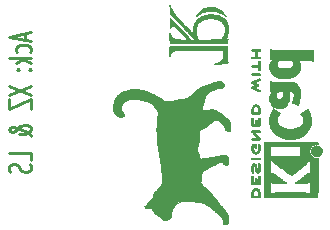
<source format=gbr>
G04 #@! TF.GenerationSoftware,KiCad,Pcbnew,5.99.0-unknown-a5c7d45~86~ubuntu18.04.1*
G04 #@! TF.CreationDate,2020-01-06T17:05:20-05:00*
G04 #@! TF.ProjectId,firmware_upgrade_extension_board,6669726d-7761-4726-955f-757067726164,rev?*
G04 #@! TF.SameCoordinates,Original*
G04 #@! TF.FileFunction,Legend,Bot*
G04 #@! TF.FilePolarity,Positive*
%FSLAX46Y46*%
G04 Gerber Fmt 4.6, Leading zero omitted, Abs format (unit mm)*
G04 Created by KiCad (PCBNEW 5.99.0-unknown-a5c7d45~86~ubuntu18.04.1) date 2020-01-06 17:05:20*
%MOMM*%
%LPD*%
G04 APERTURE LIST*
%ADD10C,0.250000*%
%ADD11C,0.010000*%
G04 APERTURE END LIST*
D10*
X118550000Y-118114285D02*
X118550000Y-118685714D01*
X119064285Y-118000000D02*
X117264285Y-118400000D01*
X119064285Y-118800000D01*
X118978571Y-119714285D02*
X119064285Y-119600000D01*
X119064285Y-119371428D01*
X118978571Y-119257142D01*
X118892857Y-119200000D01*
X118721428Y-119142857D01*
X118207142Y-119142857D01*
X118035714Y-119200000D01*
X117950000Y-119257142D01*
X117864285Y-119371428D01*
X117864285Y-119600000D01*
X117950000Y-119714285D01*
X119064285Y-120228571D02*
X117264285Y-120228571D01*
X118378571Y-120342857D02*
X119064285Y-120685714D01*
X117864285Y-120685714D02*
X118550000Y-120228571D01*
X118892857Y-121200000D02*
X118978571Y-121257142D01*
X119064285Y-121200000D01*
X118978571Y-121142857D01*
X118892857Y-121200000D01*
X119064285Y-121200000D01*
X117950000Y-121200000D02*
X118035714Y-121257142D01*
X118121428Y-121200000D01*
X118035714Y-121142857D01*
X117950000Y-121200000D01*
X118121428Y-121200000D01*
X117264285Y-122571428D02*
X119064285Y-123371428D01*
X117264285Y-123371428D02*
X119064285Y-122571428D01*
X117264285Y-123714285D02*
X117264285Y-124514285D01*
X119064285Y-123714285D01*
X119064285Y-124514285D01*
X119064285Y-126857142D02*
X119064285Y-126800000D01*
X118978571Y-126685714D01*
X118721428Y-126514285D01*
X118207142Y-126228571D01*
X117950000Y-126114285D01*
X117692857Y-126057142D01*
X117521428Y-126057142D01*
X117350000Y-126114285D01*
X117264285Y-126228571D01*
X117264285Y-126285714D01*
X117350000Y-126400000D01*
X117521428Y-126457142D01*
X117607142Y-126457142D01*
X117778571Y-126400000D01*
X117864285Y-126342857D01*
X118207142Y-126000000D01*
X118292857Y-125942857D01*
X118464285Y-125885714D01*
X118721428Y-125885714D01*
X118892857Y-125942857D01*
X118978571Y-126000000D01*
X119064285Y-126114285D01*
X119064285Y-126285714D01*
X118978571Y-126400000D01*
X118892857Y-126457142D01*
X118550000Y-126628571D01*
X118292857Y-126685714D01*
X118121428Y-126685714D01*
X119064285Y-128857142D02*
X119064285Y-128285714D01*
X117264285Y-128285714D01*
X118978571Y-129200000D02*
X119064285Y-129371428D01*
X119064285Y-129657142D01*
X118978571Y-129771428D01*
X118892857Y-129828571D01*
X118721428Y-129885714D01*
X118550000Y-129885714D01*
X118378571Y-129828571D01*
X118292857Y-129771428D01*
X118207142Y-129657142D01*
X118121428Y-129428571D01*
X118035714Y-129314285D01*
X117950000Y-129257142D01*
X117778571Y-129200000D01*
X117607142Y-129200000D01*
X117435714Y-129257142D01*
X117350000Y-129314285D01*
X117264285Y-129428571D01*
X117264285Y-129714285D01*
X117350000Y-129885714D01*
G36*
X134422007Y-115907642D02*
G01*
X134610575Y-115934386D01*
X134788518Y-115984181D01*
X134955885Y-116057053D01*
X135112724Y-116153026D01*
X135259083Y-116272127D01*
X135395009Y-116414379D01*
X135520551Y-116579808D01*
X135523883Y-116584727D01*
X135547793Y-116621346D01*
X135563767Y-116648149D01*
X135568499Y-116659633D01*
X135563251Y-116657809D01*
X135540944Y-116644799D01*
X135505483Y-116621987D01*
X135461500Y-116592289D01*
X135329853Y-116509720D01*
X135139196Y-116414030D01*
X134935588Y-116336773D01*
X134723200Y-116279714D01*
X134702629Y-116275385D01*
X134654171Y-116266348D01*
X134606880Y-116259810D01*
X134555445Y-116255390D01*
X134494553Y-116252708D01*
X134418892Y-116251383D01*
X134323150Y-116251034D01*
X134292967Y-116251096D01*
X134169894Y-116253033D01*
X134064686Y-116258229D01*
X133971263Y-116267417D01*
X133883543Y-116281334D01*
X133795443Y-116300715D01*
X133700882Y-116326296D01*
X133595524Y-116360675D01*
X133450566Y-116421219D01*
X133319061Y-116492150D01*
X133206763Y-116570621D01*
X133181779Y-116590792D01*
X133137709Y-116626150D01*
X133109835Y-116647268D01*
X133095559Y-116655191D01*
X133092280Y-116650968D01*
X133097399Y-116635646D01*
X133108316Y-116610271D01*
X133109621Y-116607261D01*
X133161280Y-116506212D01*
X133227708Y-116402374D01*
X133302433Y-116305001D01*
X133378982Y-116223347D01*
X133479890Y-116137787D01*
X133603528Y-116056420D01*
X133736757Y-115993447D01*
X133882476Y-115947770D01*
X134043587Y-115918293D01*
X134222988Y-115903917D01*
X134422007Y-115907642D01*
G37*
D11*
X134422007Y-115907642D02*
X134610575Y-115934386D01*
X134788518Y-115984181D01*
X134955885Y-116057053D01*
X135112724Y-116153026D01*
X135259083Y-116272127D01*
X135395009Y-116414379D01*
X135520551Y-116579808D01*
X135523883Y-116584727D01*
X135547793Y-116621346D01*
X135563767Y-116648149D01*
X135568499Y-116659633D01*
X135563251Y-116657809D01*
X135540944Y-116644799D01*
X135505483Y-116621987D01*
X135461500Y-116592289D01*
X135329853Y-116509720D01*
X135139196Y-116414030D01*
X134935588Y-116336773D01*
X134723200Y-116279714D01*
X134702629Y-116275385D01*
X134654171Y-116266348D01*
X134606880Y-116259810D01*
X134555445Y-116255390D01*
X134494553Y-116252708D01*
X134418892Y-116251383D01*
X134323150Y-116251034D01*
X134292967Y-116251096D01*
X134169894Y-116253033D01*
X134064686Y-116258229D01*
X133971263Y-116267417D01*
X133883543Y-116281334D01*
X133795443Y-116300715D01*
X133700882Y-116326296D01*
X133595524Y-116360675D01*
X133450566Y-116421219D01*
X133319061Y-116492150D01*
X133206763Y-116570621D01*
X133181779Y-116590792D01*
X133137709Y-116626150D01*
X133109835Y-116647268D01*
X133095559Y-116655191D01*
X133092280Y-116650968D01*
X133097399Y-116635646D01*
X133108316Y-116610271D01*
X133109621Y-116607261D01*
X133161280Y-116506212D01*
X133227708Y-116402374D01*
X133302433Y-116305001D01*
X133378982Y-116223347D01*
X133479890Y-116137787D01*
X133603528Y-116056420D01*
X133736757Y-115993447D01*
X133882476Y-115947770D01*
X134043587Y-115918293D01*
X134222988Y-115903917D01*
X134422007Y-115907642D01*
G36*
X131403156Y-119210553D02*
G01*
X131560392Y-119210629D01*
X131733090Y-119210744D01*
X131920016Y-119210897D01*
X132119940Y-119211087D01*
X132331626Y-119211314D01*
X132553844Y-119211576D01*
X132785361Y-119211874D01*
X133024943Y-119212206D01*
X133271357Y-119212572D01*
X135699365Y-119216294D01*
X135704605Y-119828522D01*
X135705229Y-119898566D01*
X135706644Y-120034539D01*
X135708190Y-120148344D01*
X135709948Y-120242199D01*
X135711998Y-120318321D01*
X135714421Y-120378930D01*
X135717299Y-120426244D01*
X135720712Y-120462481D01*
X135724742Y-120489860D01*
X135729468Y-120510600D01*
X135737755Y-120540489D01*
X135746528Y-120573273D01*
X135750495Y-120589733D01*
X135750501Y-120589770D01*
X135744716Y-120597558D01*
X135722862Y-120604561D01*
X135681840Y-120611465D01*
X135618550Y-120618956D01*
X135603812Y-120620715D01*
X135558315Y-120626977D01*
X135494869Y-120636355D01*
X135418179Y-120648133D01*
X135332953Y-120661592D01*
X135243900Y-120676016D01*
X135234179Y-120677610D01*
X135082715Y-120702175D01*
X134954431Y-120722351D01*
X134847622Y-120738316D01*
X134760584Y-120750245D01*
X134691612Y-120758314D01*
X134639003Y-120762701D01*
X134601051Y-120763580D01*
X134576053Y-120761129D01*
X134562304Y-120755524D01*
X134558100Y-120746941D01*
X134569943Y-120734230D01*
X134605399Y-120718653D01*
X134662875Y-120701135D01*
X134717529Y-120685795D01*
X134877988Y-120631621D01*
X135014385Y-120570276D01*
X135126628Y-120501814D01*
X135214626Y-120426287D01*
X135278287Y-120343748D01*
X135285242Y-120331915D01*
X135308695Y-120287167D01*
X135326667Y-120241794D01*
X135339840Y-120191673D01*
X135348896Y-120132681D01*
X135354520Y-120060695D01*
X135357393Y-119971593D01*
X135358200Y-119861252D01*
X135358200Y-119598241D01*
X135297875Y-119578654D01*
X135291899Y-119576802D01*
X135246432Y-119565490D01*
X135188663Y-119554200D01*
X135129600Y-119545123D01*
X135115895Y-119543954D01*
X135073904Y-119542156D01*
X135009696Y-119540567D01*
X134925034Y-119539182D01*
X134821682Y-119537996D01*
X134701404Y-119537003D01*
X134565963Y-119536200D01*
X134417123Y-119535581D01*
X134256647Y-119535140D01*
X134086300Y-119534873D01*
X133907844Y-119534774D01*
X133723043Y-119534839D01*
X133533661Y-119535063D01*
X133341461Y-119535439D01*
X133148208Y-119535965D01*
X132955664Y-119536633D01*
X132765593Y-119537440D01*
X132579759Y-119538380D01*
X132399925Y-119539448D01*
X132227856Y-119540639D01*
X132065313Y-119541948D01*
X131914062Y-119543370D01*
X131775866Y-119544900D01*
X131652488Y-119546532D01*
X131545692Y-119548263D01*
X131457242Y-119550086D01*
X131388900Y-119551996D01*
X131342432Y-119553990D01*
X131319600Y-119556060D01*
X131319511Y-119556078D01*
X131205766Y-119586922D01*
X131111817Y-119629991D01*
X131034452Y-119686758D01*
X130987850Y-119737250D01*
X130934438Y-119814258D01*
X130888461Y-119901255D01*
X130854883Y-119989865D01*
X130846984Y-120015095D01*
X130835335Y-120040516D01*
X130820439Y-120051214D01*
X130796598Y-120053400D01*
X130757181Y-120053400D01*
X130765416Y-119974613D01*
X130765895Y-119969947D01*
X130770186Y-119924198D01*
X130775569Y-119861792D01*
X130781404Y-119790337D01*
X130787051Y-119717438D01*
X130788416Y-119699507D01*
X130795031Y-119617783D01*
X130802355Y-119534206D01*
X130809989Y-119452657D01*
X130817536Y-119377018D01*
X130824599Y-119311169D01*
X130830780Y-119258991D01*
X130835682Y-119224366D01*
X130838907Y-119211176D01*
X130838984Y-119211161D01*
X130853471Y-119210947D01*
X130892049Y-119210776D01*
X130953485Y-119210649D01*
X131036547Y-119210563D01*
X131140001Y-119210519D01*
X131262615Y-119210516D01*
X131403156Y-119210553D01*
G37*
X131403156Y-119210553D02*
X131560392Y-119210629D01*
X131733090Y-119210744D01*
X131920016Y-119210897D01*
X132119940Y-119211087D01*
X132331626Y-119211314D01*
X132553844Y-119211576D01*
X132785361Y-119211874D01*
X133024943Y-119212206D01*
X133271357Y-119212572D01*
X135699365Y-119216294D01*
X135704605Y-119828522D01*
X135705229Y-119898566D01*
X135706644Y-120034539D01*
X135708190Y-120148344D01*
X135709948Y-120242199D01*
X135711998Y-120318321D01*
X135714421Y-120378930D01*
X135717299Y-120426244D01*
X135720712Y-120462481D01*
X135724742Y-120489860D01*
X135729468Y-120510600D01*
X135737755Y-120540489D01*
X135746528Y-120573273D01*
X135750495Y-120589733D01*
X135750501Y-120589770D01*
X135744716Y-120597558D01*
X135722862Y-120604561D01*
X135681840Y-120611465D01*
X135618550Y-120618956D01*
X135603812Y-120620715D01*
X135558315Y-120626977D01*
X135494869Y-120636355D01*
X135418179Y-120648133D01*
X135332953Y-120661592D01*
X135243900Y-120676016D01*
X135234179Y-120677610D01*
X135082715Y-120702175D01*
X134954431Y-120722351D01*
X134847622Y-120738316D01*
X134760584Y-120750245D01*
X134691612Y-120758314D01*
X134639003Y-120762701D01*
X134601051Y-120763580D01*
X134576053Y-120761129D01*
X134562304Y-120755524D01*
X134558100Y-120746941D01*
X134569943Y-120734230D01*
X134605399Y-120718653D01*
X134662875Y-120701135D01*
X134717529Y-120685795D01*
X134877988Y-120631621D01*
X135014385Y-120570276D01*
X135126628Y-120501814D01*
X135214626Y-120426287D01*
X135278287Y-120343748D01*
X135285242Y-120331915D01*
X135308695Y-120287167D01*
X135326667Y-120241794D01*
X135339840Y-120191673D01*
X135348896Y-120132681D01*
X135354520Y-120060695D01*
X135357393Y-119971593D01*
X135358200Y-119861252D01*
X135358200Y-119598241D01*
X135297875Y-119578654D01*
X135291899Y-119576802D01*
X135246432Y-119565490D01*
X135188663Y-119554200D01*
X135129600Y-119545123D01*
X135115895Y-119543954D01*
X135073904Y-119542156D01*
X135009696Y-119540567D01*
X134925034Y-119539182D01*
X134821682Y-119537996D01*
X134701404Y-119537003D01*
X134565963Y-119536200D01*
X134417123Y-119535581D01*
X134256647Y-119535140D01*
X134086300Y-119534873D01*
X133907844Y-119534774D01*
X133723043Y-119534839D01*
X133533661Y-119535063D01*
X133341461Y-119535439D01*
X133148208Y-119535965D01*
X132955664Y-119536633D01*
X132765593Y-119537440D01*
X132579759Y-119538380D01*
X132399925Y-119539448D01*
X132227856Y-119540639D01*
X132065313Y-119541948D01*
X131914062Y-119543370D01*
X131775866Y-119544900D01*
X131652488Y-119546532D01*
X131545692Y-119548263D01*
X131457242Y-119550086D01*
X131388900Y-119551996D01*
X131342432Y-119553990D01*
X131319600Y-119556060D01*
X131319511Y-119556078D01*
X131205766Y-119586922D01*
X131111817Y-119629991D01*
X131034452Y-119686758D01*
X130987850Y-119737250D01*
X130934438Y-119814258D01*
X130888461Y-119901255D01*
X130854883Y-119989865D01*
X130846984Y-120015095D01*
X130835335Y-120040516D01*
X130820439Y-120051214D01*
X130796598Y-120053400D01*
X130757181Y-120053400D01*
X130765416Y-119974613D01*
X130765895Y-119969947D01*
X130770186Y-119924198D01*
X130775569Y-119861792D01*
X130781404Y-119790337D01*
X130787051Y-119717438D01*
X130788416Y-119699507D01*
X130795031Y-119617783D01*
X130802355Y-119534206D01*
X130809989Y-119452657D01*
X130817536Y-119377018D01*
X130824599Y-119311169D01*
X130830780Y-119258991D01*
X130835682Y-119224366D01*
X130838907Y-119211176D01*
X130838984Y-119211161D01*
X130853471Y-119210947D01*
X130892049Y-119210776D01*
X130953485Y-119210649D01*
X131036547Y-119210563D01*
X131140001Y-119210519D01*
X131262615Y-119210516D01*
X131403156Y-119210553D01*
G36*
X134428178Y-116523072D02*
G01*
X134614829Y-116538187D01*
X134787205Y-116569950D01*
X134949302Y-116619214D01*
X135105112Y-116686832D01*
X135221300Y-116750267D01*
X135365773Y-116848353D01*
X135487960Y-116957309D01*
X135588706Y-117078198D01*
X135668858Y-117212083D01*
X135729262Y-117360027D01*
X135770764Y-117523092D01*
X135780917Y-117597676D01*
X135786643Y-117701786D01*
X135785747Y-117814487D01*
X135778565Y-117927419D01*
X135765433Y-118032223D01*
X135746690Y-118120541D01*
X135730870Y-118173678D01*
X135661524Y-118350079D01*
X135569103Y-118515954D01*
X135558834Y-118531921D01*
X135534184Y-118571118D01*
X135517033Y-118599695D01*
X135510600Y-118612346D01*
X135513653Y-118613706D01*
X135535988Y-118616063D01*
X135575256Y-118617692D01*
X135625813Y-118618300D01*
X135741027Y-118618300D01*
X135734130Y-118684975D01*
X135729636Y-118731505D01*
X135724332Y-118791061D01*
X135719432Y-118850075D01*
X135711632Y-118948500D01*
X130839021Y-118948500D01*
X130832081Y-118869125D01*
X130829733Y-118839282D01*
X130825886Y-118784169D01*
X130821349Y-118714429D01*
X130816508Y-118635995D01*
X130811745Y-118554800D01*
X130808065Y-118491594D01*
X130803031Y-118408689D01*
X130798141Y-118331705D01*
X130793809Y-118267124D01*
X130790448Y-118221425D01*
X130782548Y-118123000D01*
X130821572Y-118123000D01*
X130842902Y-118124601D01*
X130857608Y-118133439D01*
X130868945Y-118155313D01*
X130881687Y-118196025D01*
X130886280Y-118211184D01*
X130917758Y-118293043D01*
X130958126Y-118371810D01*
X131003212Y-118440135D01*
X131048849Y-118490670D01*
X131084201Y-118519120D01*
X131160521Y-118565211D01*
X131250265Y-118600489D01*
X131357101Y-118626241D01*
X131484700Y-118643758D01*
X131516356Y-118646312D01*
X131575436Y-118649447D01*
X131647631Y-118651977D01*
X131729441Y-118653900D01*
X131817365Y-118655217D01*
X131907903Y-118655926D01*
X131997554Y-118656028D01*
X132082817Y-118655521D01*
X132160190Y-118654407D01*
X132226175Y-118652683D01*
X132277269Y-118650350D01*
X132309972Y-118647408D01*
X132320783Y-118643855D01*
X132318279Y-118640026D01*
X132300755Y-118619402D01*
X132268279Y-118583593D01*
X132222796Y-118534614D01*
X132166252Y-118474483D01*
X132100590Y-118405215D01*
X132027756Y-118328828D01*
X131949696Y-118247338D01*
X131868354Y-118162761D01*
X131785675Y-118077114D01*
X131703605Y-117992415D01*
X131624088Y-117910678D01*
X131549069Y-117833921D01*
X131480494Y-117764161D01*
X131420307Y-117703414D01*
X131370454Y-117653696D01*
X131332880Y-117617024D01*
X131309529Y-117595415D01*
X131277112Y-117568143D01*
X131218932Y-117523854D01*
X131170513Y-117495248D01*
X131127275Y-117479879D01*
X131084635Y-117475300D01*
X131070293Y-117476226D01*
X131021101Y-117495403D01*
X130977234Y-117539291D01*
X130938785Y-117607771D01*
X130905848Y-117700725D01*
X130904469Y-117704758D01*
X130890527Y-117715774D01*
X130864697Y-117705588D01*
X130859061Y-117697945D01*
X130855375Y-117680822D01*
X130853817Y-117651158D01*
X130854344Y-117605756D01*
X130856917Y-117541421D01*
X130861494Y-117454958D01*
X130864686Y-117394547D01*
X130868911Y-117301557D01*
X130872367Y-117209888D01*
X130874762Y-117127550D01*
X130875803Y-117062550D01*
X130876644Y-117005395D01*
X130878760Y-116943901D01*
X130881779Y-116893267D01*
X130885356Y-116860762D01*
X130894150Y-116811375D01*
X131774249Y-117733887D01*
X132654348Y-118656400D01*
X132961836Y-118656400D01*
X132937643Y-118628411D01*
X132934208Y-118624657D01*
X132914523Y-118603760D01*
X132878920Y-118566264D01*
X132828527Y-118513350D01*
X132764473Y-118446197D01*
X132687886Y-118365987D01*
X132599894Y-118273900D01*
X132501625Y-118171116D01*
X132394208Y-118058817D01*
X132278771Y-117938183D01*
X132156443Y-117810394D01*
X132028351Y-117676632D01*
X131895624Y-117538076D01*
X130877799Y-116475730D01*
X130863000Y-116292890D01*
X130856327Y-116213329D01*
X130847564Y-116113920D01*
X130838379Y-116013834D01*
X130829929Y-115925900D01*
X130827172Y-115898017D01*
X130821051Y-115835312D01*
X130816121Y-115783695D01*
X130812831Y-115747892D01*
X130811628Y-115732634D01*
X130817702Y-115729127D01*
X130838499Y-115733469D01*
X130852331Y-115742887D01*
X130865482Y-115764184D01*
X130878935Y-115801501D01*
X130894703Y-115859343D01*
X130896508Y-115866393D01*
X130941775Y-116005708D01*
X131006380Y-116147964D01*
X131091163Y-116294484D01*
X131196963Y-116446587D01*
X131324620Y-116605598D01*
X131474973Y-116772836D01*
X131501969Y-116801406D01*
X131561892Y-116864516D01*
X131631865Y-116937894D01*
X131710261Y-117019857D01*
X131795457Y-117108724D01*
X131885826Y-117202812D01*
X131979742Y-117300440D01*
X132075581Y-117399924D01*
X132171717Y-117499582D01*
X132266525Y-117597733D01*
X132358378Y-117692694D01*
X132445652Y-117782783D01*
X132526721Y-117866317D01*
X132599960Y-117941614D01*
X132663743Y-118006993D01*
X132716445Y-118060770D01*
X132756440Y-118101264D01*
X132782102Y-118126793D01*
X132791807Y-118135673D01*
X132791882Y-118135661D01*
X132794235Y-118122886D01*
X132796388Y-118088760D01*
X132798204Y-118037210D01*
X132799540Y-117972164D01*
X132799922Y-117932500D01*
X133042030Y-117932500D01*
X133044498Y-118021850D01*
X133058615Y-118159259D01*
X133086871Y-118289224D01*
X133131148Y-118419533D01*
X133193332Y-118557975D01*
X133242010Y-118656400D01*
X133865130Y-118656279D01*
X133920777Y-118656234D01*
X134107990Y-118655561D01*
X134285594Y-118654124D01*
X134452009Y-118651973D01*
X134605657Y-118649156D01*
X134744959Y-118645722D01*
X134868336Y-118641721D01*
X134974209Y-118637203D01*
X135060999Y-118632216D01*
X135127127Y-118626809D01*
X135171015Y-118621032D01*
X135191083Y-118614934D01*
X135200130Y-118606641D01*
X135230560Y-118571825D01*
X135268062Y-118522156D01*
X135308986Y-118463030D01*
X135349682Y-118399838D01*
X135386501Y-118337976D01*
X135415793Y-118282837D01*
X135425709Y-118261757D01*
X135454206Y-118194458D01*
X135479725Y-118125400D01*
X135497704Y-118066628D01*
X135511627Y-117999349D01*
X135523476Y-117908525D01*
X135529741Y-117814402D01*
X135529854Y-117726190D01*
X135523244Y-117653100D01*
X135501559Y-117555994D01*
X135452510Y-117429789D01*
X135380900Y-117313985D01*
X135285775Y-117206786D01*
X135175460Y-117112508D01*
X135030308Y-117019000D01*
X134870605Y-116946297D01*
X134696376Y-116894408D01*
X134507644Y-116863340D01*
X134304433Y-116853104D01*
X134251004Y-116853852D01*
X134066379Y-116867676D01*
X133891876Y-116898305D01*
X133729547Y-116944925D01*
X133581444Y-117006719D01*
X133449619Y-117082871D01*
X133336123Y-117172567D01*
X133243009Y-117274991D01*
X133181770Y-117364910D01*
X133118545Y-117489551D01*
X133074865Y-117623457D01*
X133049702Y-117769987D01*
X133042030Y-117932500D01*
X132799922Y-117932500D01*
X132800260Y-117897548D01*
X132802436Y-117778700D01*
X132808616Y-117675426D01*
X132819824Y-117584849D01*
X132837101Y-117500624D01*
X132861489Y-117416405D01*
X132894028Y-117325846D01*
X132952007Y-117201340D01*
X133040212Y-117067380D01*
X133150281Y-116945630D01*
X133281781Y-116836495D01*
X133434280Y-116740382D01*
X133607343Y-116657697D01*
X133651820Y-116639894D01*
X133811248Y-116586654D01*
X133973269Y-116549979D01*
X134144304Y-116528658D01*
X134304433Y-116522496D01*
X134330776Y-116521483D01*
X134428178Y-116523072D01*
G37*
X134428178Y-116523072D02*
X134614829Y-116538187D01*
X134787205Y-116569950D01*
X134949302Y-116619214D01*
X135105112Y-116686832D01*
X135221300Y-116750267D01*
X135365773Y-116848353D01*
X135487960Y-116957309D01*
X135588706Y-117078198D01*
X135668858Y-117212083D01*
X135729262Y-117360027D01*
X135770764Y-117523092D01*
X135780917Y-117597676D01*
X135786643Y-117701786D01*
X135785747Y-117814487D01*
X135778565Y-117927419D01*
X135765433Y-118032223D01*
X135746690Y-118120541D01*
X135730870Y-118173678D01*
X135661524Y-118350079D01*
X135569103Y-118515954D01*
X135558834Y-118531921D01*
X135534184Y-118571118D01*
X135517033Y-118599695D01*
X135510600Y-118612346D01*
X135513653Y-118613706D01*
X135535988Y-118616063D01*
X135575256Y-118617692D01*
X135625813Y-118618300D01*
X135741027Y-118618300D01*
X135734130Y-118684975D01*
X135729636Y-118731505D01*
X135724332Y-118791061D01*
X135719432Y-118850075D01*
X135711632Y-118948500D01*
X130839021Y-118948500D01*
X130832081Y-118869125D01*
X130829733Y-118839282D01*
X130825886Y-118784169D01*
X130821349Y-118714429D01*
X130816508Y-118635995D01*
X130811745Y-118554800D01*
X130808065Y-118491594D01*
X130803031Y-118408689D01*
X130798141Y-118331705D01*
X130793809Y-118267124D01*
X130790448Y-118221425D01*
X130782548Y-118123000D01*
X130821572Y-118123000D01*
X130842902Y-118124601D01*
X130857608Y-118133439D01*
X130868945Y-118155313D01*
X130881687Y-118196025D01*
X130886280Y-118211184D01*
X130917758Y-118293043D01*
X130958126Y-118371810D01*
X131003212Y-118440135D01*
X131048849Y-118490670D01*
X131084201Y-118519120D01*
X131160521Y-118565211D01*
X131250265Y-118600489D01*
X131357101Y-118626241D01*
X131484700Y-118643758D01*
X131516356Y-118646312D01*
X131575436Y-118649447D01*
X131647631Y-118651977D01*
X131729441Y-118653900D01*
X131817365Y-118655217D01*
X131907903Y-118655926D01*
X131997554Y-118656028D01*
X132082817Y-118655521D01*
X132160190Y-118654407D01*
X132226175Y-118652683D01*
X132277269Y-118650350D01*
X132309972Y-118647408D01*
X132320783Y-118643855D01*
X132318279Y-118640026D01*
X132300755Y-118619402D01*
X132268279Y-118583593D01*
X132222796Y-118534614D01*
X132166252Y-118474483D01*
X132100590Y-118405215D01*
X132027756Y-118328828D01*
X131949696Y-118247338D01*
X131868354Y-118162761D01*
X131785675Y-118077114D01*
X131703605Y-117992415D01*
X131624088Y-117910678D01*
X131549069Y-117833921D01*
X131480494Y-117764161D01*
X131420307Y-117703414D01*
X131370454Y-117653696D01*
X131332880Y-117617024D01*
X131309529Y-117595415D01*
X131277112Y-117568143D01*
X131218932Y-117523854D01*
X131170513Y-117495248D01*
X131127275Y-117479879D01*
X131084635Y-117475300D01*
X131070293Y-117476226D01*
X131021101Y-117495403D01*
X130977234Y-117539291D01*
X130938785Y-117607771D01*
X130905848Y-117700725D01*
X130904469Y-117704758D01*
X130890527Y-117715774D01*
X130864697Y-117705588D01*
X130859061Y-117697945D01*
X130855375Y-117680822D01*
X130853817Y-117651158D01*
X130854344Y-117605756D01*
X130856917Y-117541421D01*
X130861494Y-117454958D01*
X130864686Y-117394547D01*
X130868911Y-117301557D01*
X130872367Y-117209888D01*
X130874762Y-117127550D01*
X130875803Y-117062550D01*
X130876644Y-117005395D01*
X130878760Y-116943901D01*
X130881779Y-116893267D01*
X130885356Y-116860762D01*
X130894150Y-116811375D01*
X131774249Y-117733887D01*
X132654348Y-118656400D01*
X132961836Y-118656400D01*
X132937643Y-118628411D01*
X132934208Y-118624657D01*
X132914523Y-118603760D01*
X132878920Y-118566264D01*
X132828527Y-118513350D01*
X132764473Y-118446197D01*
X132687886Y-118365987D01*
X132599894Y-118273900D01*
X132501625Y-118171116D01*
X132394208Y-118058817D01*
X132278771Y-117938183D01*
X132156443Y-117810394D01*
X132028351Y-117676632D01*
X131895624Y-117538076D01*
X130877799Y-116475730D01*
X130863000Y-116292890D01*
X130856327Y-116213329D01*
X130847564Y-116113920D01*
X130838379Y-116013834D01*
X130829929Y-115925900D01*
X130827172Y-115898017D01*
X130821051Y-115835312D01*
X130816121Y-115783695D01*
X130812831Y-115747892D01*
X130811628Y-115732634D01*
X130817702Y-115729127D01*
X130838499Y-115733469D01*
X130852331Y-115742887D01*
X130865482Y-115764184D01*
X130878935Y-115801501D01*
X130894703Y-115859343D01*
X130896508Y-115866393D01*
X130941775Y-116005708D01*
X131006380Y-116147964D01*
X131091163Y-116294484D01*
X131196963Y-116446587D01*
X131324620Y-116605598D01*
X131474973Y-116772836D01*
X131501969Y-116801406D01*
X131561892Y-116864516D01*
X131631865Y-116937894D01*
X131710261Y-117019857D01*
X131795457Y-117108724D01*
X131885826Y-117202812D01*
X131979742Y-117300440D01*
X132075581Y-117399924D01*
X132171717Y-117499582D01*
X132266525Y-117597733D01*
X132358378Y-117692694D01*
X132445652Y-117782783D01*
X132526721Y-117866317D01*
X132599960Y-117941614D01*
X132663743Y-118006993D01*
X132716445Y-118060770D01*
X132756440Y-118101264D01*
X132782102Y-118126793D01*
X132791807Y-118135673D01*
X132791882Y-118135661D01*
X132794235Y-118122886D01*
X132796388Y-118088760D01*
X132798204Y-118037210D01*
X132799540Y-117972164D01*
X132799922Y-117932500D01*
X133042030Y-117932500D01*
X133044498Y-118021850D01*
X133058615Y-118159259D01*
X133086871Y-118289224D01*
X133131148Y-118419533D01*
X133193332Y-118557975D01*
X133242010Y-118656400D01*
X133865130Y-118656279D01*
X133920777Y-118656234D01*
X134107990Y-118655561D01*
X134285594Y-118654124D01*
X134452009Y-118651973D01*
X134605657Y-118649156D01*
X134744959Y-118645722D01*
X134868336Y-118641721D01*
X134974209Y-118637203D01*
X135060999Y-118632216D01*
X135127127Y-118626809D01*
X135171015Y-118621032D01*
X135191083Y-118614934D01*
X135200130Y-118606641D01*
X135230560Y-118571825D01*
X135268062Y-118522156D01*
X135308986Y-118463030D01*
X135349682Y-118399838D01*
X135386501Y-118337976D01*
X135415793Y-118282837D01*
X135425709Y-118261757D01*
X135454206Y-118194458D01*
X135479725Y-118125400D01*
X135497704Y-118066628D01*
X135511627Y-117999349D01*
X135523476Y-117908525D01*
X135529741Y-117814402D01*
X135529854Y-117726190D01*
X135523244Y-117653100D01*
X135501559Y-117555994D01*
X135452510Y-117429789D01*
X135380900Y-117313985D01*
X135285775Y-117206786D01*
X135175460Y-117112508D01*
X135030308Y-117019000D01*
X134870605Y-116946297D01*
X134696376Y-116894408D01*
X134507644Y-116863340D01*
X134304433Y-116853104D01*
X134251004Y-116853852D01*
X134066379Y-116867676D01*
X133891876Y-116898305D01*
X133729547Y-116944925D01*
X133581444Y-117006719D01*
X133449619Y-117082871D01*
X133336123Y-117172567D01*
X133243009Y-117274991D01*
X133181770Y-117364910D01*
X133118545Y-117489551D01*
X133074865Y-117623457D01*
X133049702Y-117769987D01*
X133042030Y-117932500D01*
X132799922Y-117932500D01*
X132800260Y-117897548D01*
X132802436Y-117778700D01*
X132808616Y-117675426D01*
X132819824Y-117584849D01*
X132837101Y-117500624D01*
X132861489Y-117416405D01*
X132894028Y-117325846D01*
X132952007Y-117201340D01*
X133040212Y-117067380D01*
X133150281Y-116945630D01*
X133281781Y-116836495D01*
X133434280Y-116740382D01*
X133607343Y-116657697D01*
X133651820Y-116639894D01*
X133811248Y-116586654D01*
X133973269Y-116549979D01*
X134144304Y-116528658D01*
X134304433Y-116522496D01*
X134330776Y-116521483D01*
X134428178Y-116523072D01*
G36*
X138453224Y-119489798D02*
G01*
X138475467Y-119521177D01*
X138478156Y-119554406D01*
X138458355Y-119586267D01*
X138448585Y-119594553D01*
X138432693Y-119601965D01*
X138408725Y-119606302D01*
X138371852Y-119608338D01*
X138317244Y-119608845D01*
X138198711Y-119608845D01*
X138198711Y-120105556D01*
X138314224Y-120105556D01*
X138365922Y-120105994D01*
X138400446Y-120107958D01*
X138423022Y-120112474D01*
X138438874Y-120120567D01*
X138453224Y-120133265D01*
X138475467Y-120164643D01*
X138478156Y-120197872D01*
X138458355Y-120229734D01*
X138452165Y-120235366D01*
X138443959Y-120240456D01*
X138432183Y-120244543D01*
X138414724Y-120247721D01*
X138389470Y-120250087D01*
X138354310Y-120251738D01*
X138307131Y-120252769D01*
X138245823Y-120253277D01*
X138168273Y-120253359D01*
X138072369Y-120253109D01*
X137956000Y-120252625D01*
X137941825Y-120252557D01*
X137880063Y-120251971D01*
X137836380Y-120250648D01*
X137806999Y-120248103D01*
X137788145Y-120243848D01*
X137776041Y-120237396D01*
X137766911Y-120228262D01*
X137749494Y-120194804D01*
X137752396Y-120159856D01*
X137776900Y-120128953D01*
X137790103Y-120119944D01*
X137808639Y-120112492D01*
X137834667Y-120108124D01*
X137873213Y-120106069D01*
X137929300Y-120105556D01*
X138051955Y-120105556D01*
X138051955Y-119608845D01*
X137917129Y-119608845D01*
X137881338Y-119608772D01*
X137835008Y-119608009D01*
X137804474Y-119605833D01*
X137785443Y-119601536D01*
X137773626Y-119594412D01*
X137764729Y-119583755D01*
X137749659Y-119551504D01*
X137752327Y-119516217D01*
X137776900Y-119485486D01*
X137783155Y-119480831D01*
X137793679Y-119474895D01*
X137807609Y-119470364D01*
X137827683Y-119467048D01*
X137856640Y-119464759D01*
X137897220Y-119463308D01*
X137952160Y-119462505D01*
X138024201Y-119462162D01*
X138116080Y-119462089D01*
X138425515Y-119462089D01*
X138453224Y-119489798D01*
G37*
X138453224Y-119489798D02*
X138475467Y-119521177D01*
X138478156Y-119554406D01*
X138458355Y-119586267D01*
X138448585Y-119594553D01*
X138432693Y-119601965D01*
X138408725Y-119606302D01*
X138371852Y-119608338D01*
X138317244Y-119608845D01*
X138198711Y-119608845D01*
X138198711Y-120105556D01*
X138314224Y-120105556D01*
X138365922Y-120105994D01*
X138400446Y-120107958D01*
X138423022Y-120112474D01*
X138438874Y-120120567D01*
X138453224Y-120133265D01*
X138475467Y-120164643D01*
X138478156Y-120197872D01*
X138458355Y-120229734D01*
X138452165Y-120235366D01*
X138443959Y-120240456D01*
X138432183Y-120244543D01*
X138414724Y-120247721D01*
X138389470Y-120250087D01*
X138354310Y-120251738D01*
X138307131Y-120252769D01*
X138245823Y-120253277D01*
X138168273Y-120253359D01*
X138072369Y-120253109D01*
X137956000Y-120252625D01*
X137941825Y-120252557D01*
X137880063Y-120251971D01*
X137836380Y-120250648D01*
X137806999Y-120248103D01*
X137788145Y-120243848D01*
X137776041Y-120237396D01*
X137766911Y-120228262D01*
X137749494Y-120194804D01*
X137752396Y-120159856D01*
X137776900Y-120128953D01*
X137790103Y-120119944D01*
X137808639Y-120112492D01*
X137834667Y-120108124D01*
X137873213Y-120106069D01*
X137929300Y-120105556D01*
X138051955Y-120105556D01*
X138051955Y-119608845D01*
X137917129Y-119608845D01*
X137881338Y-119608772D01*
X137835008Y-119608009D01*
X137804474Y-119605833D01*
X137785443Y-119601536D01*
X137773626Y-119594412D01*
X137764729Y-119583755D01*
X137749659Y-119551504D01*
X137752327Y-119516217D01*
X137776900Y-119485486D01*
X137783155Y-119480831D01*
X137793679Y-119474895D01*
X137807609Y-119470364D01*
X137827683Y-119467048D01*
X137856640Y-119464759D01*
X137897220Y-119463308D01*
X137952160Y-119462505D01*
X138024201Y-119462162D01*
X138116080Y-119462089D01*
X138425515Y-119462089D01*
X138453224Y-119489798D01*
G36*
X138428642Y-120488543D02*
G01*
X138461178Y-120514187D01*
X138464895Y-120519129D01*
X138469731Y-120529338D01*
X138473494Y-120544764D01*
X138476317Y-120567886D01*
X138478330Y-120601183D01*
X138479667Y-120647137D01*
X138480458Y-120708228D01*
X138480837Y-120786935D01*
X138480933Y-120885740D01*
X138480932Y-120905767D01*
X138480842Y-120999890D01*
X138480502Y-121074405D01*
X138479761Y-121131811D01*
X138478465Y-121174611D01*
X138476463Y-121205304D01*
X138473604Y-121226391D01*
X138469734Y-121240373D01*
X138464702Y-121249750D01*
X138458355Y-121257022D01*
X138425638Y-121275828D01*
X138388061Y-121277275D01*
X138354822Y-121260917D01*
X138353369Y-121259557D01*
X138345008Y-121248354D01*
X138339453Y-121231252D01*
X138336160Y-121204082D01*
X138334582Y-121162678D01*
X138334178Y-121102873D01*
X138334178Y-120963511D01*
X138070411Y-120963511D01*
X137994583Y-120963436D01*
X137927917Y-120963028D01*
X137878133Y-120962046D01*
X137842216Y-120960250D01*
X137817150Y-120957399D01*
X137799919Y-120953253D01*
X137787508Y-120947571D01*
X137776900Y-120940114D01*
X137774094Y-120937824D01*
X137751452Y-120906646D01*
X137749888Y-120872266D01*
X137769733Y-120839334D01*
X137777809Y-120832355D01*
X137788407Y-120826883D01*
X137804251Y-120822863D01*
X137828227Y-120820072D01*
X137863226Y-120818288D01*
X137912136Y-120817289D01*
X137977846Y-120816852D01*
X138063244Y-120816756D01*
X138334178Y-120816756D01*
X138334178Y-120670820D01*
X138334179Y-120659720D01*
X138334404Y-120603202D01*
X138335543Y-120564358D01*
X138338343Y-120538965D01*
X138343550Y-120522804D01*
X138351911Y-120511652D01*
X138364174Y-120501289D01*
X138394862Y-120485441D01*
X138428642Y-120488543D01*
G37*
X138428642Y-120488543D02*
X138461178Y-120514187D01*
X138464895Y-120519129D01*
X138469731Y-120529338D01*
X138473494Y-120544764D01*
X138476317Y-120567886D01*
X138478330Y-120601183D01*
X138479667Y-120647137D01*
X138480458Y-120708228D01*
X138480837Y-120786935D01*
X138480933Y-120885740D01*
X138480932Y-120905767D01*
X138480842Y-120999890D01*
X138480502Y-121074405D01*
X138479761Y-121131811D01*
X138478465Y-121174611D01*
X138476463Y-121205304D01*
X138473604Y-121226391D01*
X138469734Y-121240373D01*
X138464702Y-121249750D01*
X138458355Y-121257022D01*
X138425638Y-121275828D01*
X138388061Y-121277275D01*
X138354822Y-121260917D01*
X138353369Y-121259557D01*
X138345008Y-121248354D01*
X138339453Y-121231252D01*
X138336160Y-121204082D01*
X138334582Y-121162678D01*
X138334178Y-121102873D01*
X138334178Y-120963511D01*
X138070411Y-120963511D01*
X137994583Y-120963436D01*
X137927917Y-120963028D01*
X137878133Y-120962046D01*
X137842216Y-120960250D01*
X137817150Y-120957399D01*
X137799919Y-120953253D01*
X137787508Y-120947571D01*
X137776900Y-120940114D01*
X137774094Y-120937824D01*
X137751452Y-120906646D01*
X137749888Y-120872266D01*
X137769733Y-120839334D01*
X137777809Y-120832355D01*
X137788407Y-120826883D01*
X137804251Y-120822863D01*
X137828227Y-120820072D01*
X137863226Y-120818288D01*
X137912136Y-120817289D01*
X137977846Y-120816852D01*
X138063244Y-120816756D01*
X138334178Y-120816756D01*
X138334178Y-120670820D01*
X138334179Y-120659720D01*
X138334404Y-120603202D01*
X138335543Y-120564358D01*
X138338343Y-120538965D01*
X138343550Y-120522804D01*
X138351911Y-120511652D01*
X138364174Y-120501289D01*
X138394862Y-120485441D01*
X138428642Y-120488543D01*
G36*
X138459353Y-121537673D02*
G01*
X138474123Y-121561386D01*
X138480933Y-121584400D01*
X138475051Y-121605406D01*
X138459353Y-121631127D01*
X138437773Y-121657778D01*
X137790316Y-121657778D01*
X137768736Y-121631127D01*
X137751261Y-121599767D01*
X137750425Y-121563966D01*
X137770918Y-121532528D01*
X137775584Y-121528652D01*
X137785051Y-121523186D01*
X137798733Y-121518979D01*
X137819252Y-121515867D01*
X137849232Y-121513687D01*
X137891296Y-121512276D01*
X137948068Y-121511471D01*
X138022170Y-121511107D01*
X138116227Y-121511022D01*
X138437773Y-121511022D01*
X138459353Y-121537673D01*
G37*
X138459353Y-121537673D02*
X138474123Y-121561386D01*
X138480933Y-121584400D01*
X138475051Y-121605406D01*
X138459353Y-121631127D01*
X138437773Y-121657778D01*
X137790316Y-121657778D01*
X137768736Y-121631127D01*
X137751261Y-121599767D01*
X137750425Y-121563966D01*
X137770918Y-121532528D01*
X137775584Y-121528652D01*
X137785051Y-121523186D01*
X137798733Y-121518979D01*
X137819252Y-121515867D01*
X137849232Y-121513687D01*
X137891296Y-121512276D01*
X137948068Y-121511471D01*
X138022170Y-121511107D01*
X138116227Y-121511022D01*
X138437773Y-121511022D01*
X138459353Y-121537673D01*
G36*
X138430439Y-121943730D02*
G01*
X138451322Y-121958387D01*
X138471623Y-121984990D01*
X138471965Y-121985745D01*
X138478966Y-122005335D01*
X138479496Y-122022790D01*
X138471522Y-122039702D01*
X138453011Y-122057663D01*
X138421929Y-122078263D01*
X138376244Y-122103095D01*
X138313922Y-122133750D01*
X138232929Y-122171820D01*
X138201546Y-122186454D01*
X138138362Y-122216203D01*
X138083756Y-122242297D01*
X138040710Y-122263292D01*
X138012207Y-122277739D01*
X138001230Y-122284191D01*
X138001811Y-122285550D01*
X138015758Y-122295542D01*
X138045296Y-122312833D01*
X138086913Y-122335430D01*
X138137097Y-122361338D01*
X138168586Y-122377311D01*
X138223939Y-122406261D01*
X138262956Y-122428749D01*
X138288434Y-122446965D01*
X138303169Y-122463096D01*
X138309958Y-122479330D01*
X138311600Y-122497857D01*
X138311125Y-122508360D01*
X138306918Y-122524476D01*
X138296054Y-122539790D01*
X138275781Y-122556388D01*
X138243346Y-122576357D01*
X138195996Y-122601783D01*
X138130978Y-122634752D01*
X138111723Y-122644485D01*
X138065054Y-122668943D01*
X138028891Y-122689178D01*
X138006503Y-122703311D01*
X138001155Y-122709460D01*
X138004427Y-122710827D01*
X138025336Y-122720202D01*
X138062275Y-122737062D01*
X138112126Y-122759979D01*
X138171774Y-122787520D01*
X138238102Y-122818255D01*
X138295323Y-122844970D01*
X138357312Y-122874593D01*
X138403051Y-122897664D01*
X138435092Y-122915643D01*
X138455986Y-122929990D01*
X138468282Y-122942166D01*
X138474534Y-122953632D01*
X138477426Y-122963042D01*
X138477575Y-122988147D01*
X138462232Y-123015290D01*
X138461247Y-123016590D01*
X138438612Y-123038674D01*
X138416387Y-123049723D01*
X138415747Y-123049769D01*
X138398085Y-123045228D01*
X138363519Y-123032364D01*
X138315174Y-123012605D01*
X138256175Y-122987381D01*
X138189645Y-122958119D01*
X138118709Y-122926250D01*
X138046493Y-122893201D01*
X137976120Y-122860401D01*
X137910715Y-122829280D01*
X137853403Y-122801265D01*
X137807308Y-122777786D01*
X137775554Y-122760272D01*
X137761267Y-122750151D01*
X137747898Y-122715743D01*
X137754259Y-122674046D01*
X137758956Y-122668681D01*
X137781107Y-122652852D01*
X137817868Y-122630650D01*
X137865585Y-122604233D01*
X137920607Y-122575760D01*
X138079850Y-122495986D01*
X137933258Y-122422799D01*
X137913968Y-122413103D01*
X137861620Y-122386125D01*
X137816830Y-122362096D01*
X137783846Y-122343332D01*
X137766911Y-122332146D01*
X137765668Y-122331000D01*
X137750381Y-122302879D01*
X137748698Y-122267817D01*
X137761267Y-122236776D01*
X137764116Y-122234350D01*
X137784741Y-122222090D01*
X137822292Y-122202352D01*
X137874120Y-122176448D01*
X137937577Y-122145685D01*
X138010015Y-122111375D01*
X138088784Y-122074825D01*
X138132907Y-122054585D01*
X138213635Y-122017812D01*
X138277313Y-121989355D01*
X138326248Y-121968331D01*
X138362743Y-121953854D01*
X138389105Y-121945039D01*
X138407639Y-121941004D01*
X138420648Y-121940862D01*
X138430439Y-121943730D01*
G37*
X138430439Y-121943730D02*
X138451322Y-121958387D01*
X138471623Y-121984990D01*
X138471965Y-121985745D01*
X138478966Y-122005335D01*
X138479496Y-122022790D01*
X138471522Y-122039702D01*
X138453011Y-122057663D01*
X138421929Y-122078263D01*
X138376244Y-122103095D01*
X138313922Y-122133750D01*
X138232929Y-122171820D01*
X138201546Y-122186454D01*
X138138362Y-122216203D01*
X138083756Y-122242297D01*
X138040710Y-122263292D01*
X138012207Y-122277739D01*
X138001230Y-122284191D01*
X138001811Y-122285550D01*
X138015758Y-122295542D01*
X138045296Y-122312833D01*
X138086913Y-122335430D01*
X138137097Y-122361338D01*
X138168586Y-122377311D01*
X138223939Y-122406261D01*
X138262956Y-122428749D01*
X138288434Y-122446965D01*
X138303169Y-122463096D01*
X138309958Y-122479330D01*
X138311600Y-122497857D01*
X138311125Y-122508360D01*
X138306918Y-122524476D01*
X138296054Y-122539790D01*
X138275781Y-122556388D01*
X138243346Y-122576357D01*
X138195996Y-122601783D01*
X138130978Y-122634752D01*
X138111723Y-122644485D01*
X138065054Y-122668943D01*
X138028891Y-122689178D01*
X138006503Y-122703311D01*
X138001155Y-122709460D01*
X138004427Y-122710827D01*
X138025336Y-122720202D01*
X138062275Y-122737062D01*
X138112126Y-122759979D01*
X138171774Y-122787520D01*
X138238102Y-122818255D01*
X138295323Y-122844970D01*
X138357312Y-122874593D01*
X138403051Y-122897664D01*
X138435092Y-122915643D01*
X138455986Y-122929990D01*
X138468282Y-122942166D01*
X138474534Y-122953632D01*
X138477426Y-122963042D01*
X138477575Y-122988147D01*
X138462232Y-123015290D01*
X138461247Y-123016590D01*
X138438612Y-123038674D01*
X138416387Y-123049723D01*
X138415747Y-123049769D01*
X138398085Y-123045228D01*
X138363519Y-123032364D01*
X138315174Y-123012605D01*
X138256175Y-122987381D01*
X138189645Y-122958119D01*
X138118709Y-122926250D01*
X138046493Y-122893201D01*
X137976120Y-122860401D01*
X137910715Y-122829280D01*
X137853403Y-122801265D01*
X137807308Y-122777786D01*
X137775554Y-122760272D01*
X137761267Y-122750151D01*
X137747898Y-122715743D01*
X137754259Y-122674046D01*
X137758956Y-122668681D01*
X137781107Y-122652852D01*
X137817868Y-122630650D01*
X137865585Y-122604233D01*
X137920607Y-122575760D01*
X138079850Y-122495986D01*
X137933258Y-122422799D01*
X137913968Y-122413103D01*
X137861620Y-122386125D01*
X137816830Y-122362096D01*
X137783846Y-122343332D01*
X137766911Y-122332146D01*
X137765668Y-122331000D01*
X137750381Y-122302879D01*
X137748698Y-122267817D01*
X137761267Y-122236776D01*
X137764116Y-122234350D01*
X137784741Y-122222090D01*
X137822292Y-122202352D01*
X137874120Y-122176448D01*
X137937577Y-122145685D01*
X138010015Y-122111375D01*
X138088784Y-122074825D01*
X138132907Y-122054585D01*
X138213635Y-122017812D01*
X138277313Y-121989355D01*
X138326248Y-121968331D01*
X138362743Y-121953854D01*
X138389105Y-121945039D01*
X138407639Y-121941004D01*
X138420648Y-121940862D01*
X138430439Y-121943730D01*
G36*
X137836825Y-124933163D02*
G01*
X137813905Y-124930235D01*
X137798103Y-124926158D01*
X137786681Y-124920743D01*
X137776900Y-124913803D01*
X137747155Y-124890406D01*
X137747749Y-124724714D01*
X137748047Y-124689918D01*
X137748208Y-124685274D01*
X137893911Y-124685274D01*
X137893911Y-124779156D01*
X138334178Y-124779156D01*
X138333730Y-124691667D01*
X138331254Y-124624747D01*
X138320002Y-124532349D01*
X138300463Y-124453034D01*
X138273489Y-124391060D01*
X138252760Y-124360120D01*
X138222994Y-124332000D01*
X138180566Y-124308660D01*
X138164600Y-124301533D01*
X138132098Y-124289709D01*
X138107667Y-124287279D01*
X138082939Y-124292892D01*
X138067061Y-124298618D01*
X138007153Y-124331548D01*
X137961400Y-124378886D01*
X137928264Y-124442652D01*
X137906210Y-124524861D01*
X137905708Y-124527655D01*
X137899745Y-124573940D01*
X137895517Y-124630336D01*
X137893911Y-124685274D01*
X137748208Y-124685274D01*
X137751478Y-124591435D01*
X137759161Y-124510473D01*
X137771718Y-124443379D01*
X137789773Y-124386496D01*
X137813948Y-124336169D01*
X137815865Y-124332810D01*
X137852583Y-124274998D01*
X137889549Y-124232644D01*
X137933034Y-124199828D01*
X137989311Y-124170628D01*
X137998927Y-124166346D01*
X138062113Y-124143769D01*
X138117491Y-124136797D01*
X138172517Y-124145399D01*
X138234649Y-124169541D01*
X138236342Y-124170337D01*
X138305764Y-124210788D01*
X138362362Y-124261473D01*
X138406930Y-124324198D01*
X138440259Y-124400774D01*
X138463139Y-124493009D01*
X138476364Y-124602712D01*
X138480725Y-124731691D01*
X138480730Y-124735263D01*
X138480590Y-124795283D01*
X138479554Y-124837214D01*
X138476960Y-124865328D01*
X138472147Y-124883897D01*
X138464456Y-124897194D01*
X138453224Y-124909491D01*
X138425515Y-124937200D01*
X138116080Y-124937200D01*
X138054474Y-124937175D01*
X137975689Y-124936950D01*
X137914979Y-124936332D01*
X137893911Y-124935775D01*
X137869604Y-124935133D01*
X137836825Y-124933163D01*
G37*
X137836825Y-124933163D02*
X137813905Y-124930235D01*
X137798103Y-124926158D01*
X137786681Y-124920743D01*
X137776900Y-124913803D01*
X137747155Y-124890406D01*
X137747749Y-124724714D01*
X137748047Y-124689918D01*
X137748208Y-124685274D01*
X137893911Y-124685274D01*
X137893911Y-124779156D01*
X138334178Y-124779156D01*
X138333730Y-124691667D01*
X138331254Y-124624747D01*
X138320002Y-124532349D01*
X138300463Y-124453034D01*
X138273489Y-124391060D01*
X138252760Y-124360120D01*
X138222994Y-124332000D01*
X138180566Y-124308660D01*
X138164600Y-124301533D01*
X138132098Y-124289709D01*
X138107667Y-124287279D01*
X138082939Y-124292892D01*
X138067061Y-124298618D01*
X138007153Y-124331548D01*
X137961400Y-124378886D01*
X137928264Y-124442652D01*
X137906210Y-124524861D01*
X137905708Y-124527655D01*
X137899745Y-124573940D01*
X137895517Y-124630336D01*
X137893911Y-124685274D01*
X137748208Y-124685274D01*
X137751478Y-124591435D01*
X137759161Y-124510473D01*
X137771718Y-124443379D01*
X137789773Y-124386496D01*
X137813948Y-124336169D01*
X137815865Y-124332810D01*
X137852583Y-124274998D01*
X137889549Y-124232644D01*
X137933034Y-124199828D01*
X137989311Y-124170628D01*
X137998927Y-124166346D01*
X138062113Y-124143769D01*
X138117491Y-124136797D01*
X138172517Y-124145399D01*
X138234649Y-124169541D01*
X138236342Y-124170337D01*
X138305764Y-124210788D01*
X138362362Y-124261473D01*
X138406930Y-124324198D01*
X138440259Y-124400774D01*
X138463139Y-124493009D01*
X138476364Y-124602712D01*
X138480725Y-124731691D01*
X138480730Y-124735263D01*
X138480590Y-124795283D01*
X138479554Y-124837214D01*
X138476960Y-124865328D01*
X138472147Y-124883897D01*
X138464456Y-124897194D01*
X138453224Y-124909491D01*
X138425515Y-124937200D01*
X138116080Y-124937200D01*
X138054474Y-124937175D01*
X137975689Y-124936950D01*
X137914979Y-124936332D01*
X137893911Y-124935775D01*
X137869604Y-124935133D01*
X137836825Y-124933163D01*
G36*
X138411030Y-125275873D02*
G01*
X138431061Y-125277027D01*
X138446854Y-125281824D01*
X138458910Y-125292632D01*
X138467733Y-125311817D01*
X138473825Y-125341745D01*
X138477689Y-125384783D01*
X138479826Y-125443299D01*
X138480740Y-125519657D01*
X138480933Y-125616226D01*
X138480933Y-125906406D01*
X138451189Y-125929803D01*
X138444505Y-125934752D01*
X138433934Y-125940596D01*
X138419847Y-125945057D01*
X138399522Y-125948321D01*
X138370235Y-125950574D01*
X138329263Y-125952002D01*
X138273883Y-125952792D01*
X138201372Y-125953129D01*
X138109006Y-125953200D01*
X138043089Y-125953171D01*
X137964772Y-125952939D01*
X137904504Y-125952319D01*
X137859607Y-125951126D01*
X137827398Y-125949179D01*
X137805200Y-125946294D01*
X137790331Y-125942288D01*
X137780111Y-125936979D01*
X137771862Y-125930183D01*
X137767205Y-125925668D01*
X137760718Y-125917438D01*
X137755806Y-125906078D01*
X137752251Y-125888810D01*
X137749833Y-125862855D01*
X137748333Y-125825436D01*
X137747533Y-125773773D01*
X137747213Y-125705089D01*
X137747155Y-125616606D01*
X137747162Y-125596931D01*
X137747428Y-125509906D01*
X137748194Y-125442254D01*
X137749608Y-125391299D01*
X137751820Y-125354367D01*
X137754978Y-125328783D01*
X137759231Y-125311871D01*
X137764729Y-125300957D01*
X137774715Y-125290464D01*
X137805832Y-125277203D01*
X137841720Y-125278386D01*
X137873267Y-125294550D01*
X137875543Y-125296739D01*
X137881811Y-125305427D01*
X137886477Y-125318769D01*
X137889773Y-125339752D01*
X137891932Y-125371363D01*
X137893186Y-125416590D01*
X137893769Y-125478420D01*
X137893911Y-125559839D01*
X137893911Y-125806445D01*
X138051955Y-125806445D01*
X138051955Y-125644006D01*
X138052036Y-125608338D01*
X138052833Y-125552568D01*
X138054838Y-125513430D01*
X138058479Y-125486976D01*
X138064188Y-125469259D01*
X138072393Y-125456329D01*
X138075577Y-125452686D01*
X138106552Y-125434278D01*
X138142888Y-125433644D01*
X138176507Y-125451183D01*
X138176576Y-125451245D01*
X138185202Y-125460916D01*
X138191258Y-125474209D01*
X138195189Y-125494917D01*
X138197444Y-125526828D01*
X138198469Y-125573734D01*
X138198711Y-125639424D01*
X138198711Y-125807571D01*
X138263622Y-125804186D01*
X138328533Y-125800800D01*
X138331586Y-125558723D01*
X138331914Y-125533707D01*
X138333394Y-125452087D01*
X138335778Y-125389768D01*
X138339773Y-125344154D01*
X138346087Y-125312652D01*
X138355426Y-125292667D01*
X138368497Y-125281604D01*
X138386008Y-125276869D01*
X138408665Y-125275867D01*
X138411030Y-125275873D01*
G37*
X138411030Y-125275873D02*
X138431061Y-125277027D01*
X138446854Y-125281824D01*
X138458910Y-125292632D01*
X138467733Y-125311817D01*
X138473825Y-125341745D01*
X138477689Y-125384783D01*
X138479826Y-125443299D01*
X138480740Y-125519657D01*
X138480933Y-125616226D01*
X138480933Y-125906406D01*
X138451189Y-125929803D01*
X138444505Y-125934752D01*
X138433934Y-125940596D01*
X138419847Y-125945057D01*
X138399522Y-125948321D01*
X138370235Y-125950574D01*
X138329263Y-125952002D01*
X138273883Y-125952792D01*
X138201372Y-125953129D01*
X138109006Y-125953200D01*
X138043089Y-125953171D01*
X137964772Y-125952939D01*
X137904504Y-125952319D01*
X137859607Y-125951126D01*
X137827398Y-125949179D01*
X137805200Y-125946294D01*
X137790331Y-125942288D01*
X137780111Y-125936979D01*
X137771862Y-125930183D01*
X137767205Y-125925668D01*
X137760718Y-125917438D01*
X137755806Y-125906078D01*
X137752251Y-125888810D01*
X137749833Y-125862855D01*
X137748333Y-125825436D01*
X137747533Y-125773773D01*
X137747213Y-125705089D01*
X137747155Y-125616606D01*
X137747162Y-125596931D01*
X137747428Y-125509906D01*
X137748194Y-125442254D01*
X137749608Y-125391299D01*
X137751820Y-125354367D01*
X137754978Y-125328783D01*
X137759231Y-125311871D01*
X137764729Y-125300957D01*
X137774715Y-125290464D01*
X137805832Y-125277203D01*
X137841720Y-125278386D01*
X137873267Y-125294550D01*
X137875543Y-125296739D01*
X137881811Y-125305427D01*
X137886477Y-125318769D01*
X137889773Y-125339752D01*
X137891932Y-125371363D01*
X137893186Y-125416590D01*
X137893769Y-125478420D01*
X137893911Y-125559839D01*
X137893911Y-125806445D01*
X138051955Y-125806445D01*
X138051955Y-125644006D01*
X138052036Y-125608338D01*
X138052833Y-125552568D01*
X138054838Y-125513430D01*
X138058479Y-125486976D01*
X138064188Y-125469259D01*
X138072393Y-125456329D01*
X138075577Y-125452686D01*
X138106552Y-125434278D01*
X138142888Y-125433644D01*
X138176507Y-125451183D01*
X138176576Y-125451245D01*
X138185202Y-125460916D01*
X138191258Y-125474209D01*
X138195189Y-125494917D01*
X138197444Y-125526828D01*
X138198469Y-125573734D01*
X138198711Y-125639424D01*
X138198711Y-125807571D01*
X138263622Y-125804186D01*
X138328533Y-125800800D01*
X138331586Y-125558723D01*
X138331914Y-125533707D01*
X138333394Y-125452087D01*
X138335778Y-125389768D01*
X138339773Y-125344154D01*
X138346087Y-125312652D01*
X138355426Y-125292667D01*
X138368497Y-125281604D01*
X138386008Y-125276869D01*
X138408665Y-125275867D01*
X138411030Y-125275873D01*
G36*
X138030221Y-126338435D02*
G01*
X138122849Y-126339352D01*
X138437801Y-126342667D01*
X138459367Y-126369318D01*
X138475559Y-126395383D01*
X138478330Y-126428241D01*
X138459377Y-126462772D01*
X138455792Y-126467084D01*
X138447263Y-126475216D01*
X138435671Y-126481245D01*
X138417765Y-126485606D01*
X138390294Y-126488734D01*
X138350006Y-126491063D01*
X138293649Y-126493029D01*
X138217971Y-126495067D01*
X137998122Y-126500711D01*
X138161916Y-126681334D01*
X138240549Y-126768072D01*
X138308942Y-126843843D01*
X138364292Y-126905980D01*
X138407662Y-126956078D01*
X138440119Y-126995735D01*
X138462727Y-127026548D01*
X138476552Y-127050114D01*
X138482657Y-127068030D01*
X138482108Y-127081893D01*
X138475971Y-127093301D01*
X138465309Y-127103850D01*
X138451189Y-127115136D01*
X138445228Y-127119589D01*
X138434732Y-127125588D01*
X138420907Y-127130167D01*
X138401002Y-127133519D01*
X138372268Y-127135833D01*
X138331955Y-127137301D01*
X138277313Y-127138113D01*
X138205593Y-127138460D01*
X138114044Y-127138534D01*
X138055514Y-127138511D01*
X137976427Y-127138292D01*
X137915484Y-127137683D01*
X137869938Y-127136492D01*
X137837037Y-127134529D01*
X137814032Y-127131603D01*
X137798174Y-127127523D01*
X137786714Y-127122097D01*
X137776900Y-127115136D01*
X137752507Y-127084708D01*
X137749628Y-127049765D01*
X137768718Y-127012784D01*
X137772193Y-127008600D01*
X137780721Y-127000424D01*
X137792272Y-126994364D01*
X137810104Y-126989981D01*
X137837476Y-126986839D01*
X137877646Y-126984502D01*
X137933872Y-126982531D01*
X138009411Y-126980489D01*
X138228542Y-126974845D01*
X137987901Y-126709556D01*
X137921125Y-126635722D01*
X137863009Y-126570542D01*
X137818051Y-126518348D01*
X137785129Y-126477273D01*
X137763121Y-126445455D01*
X137750906Y-126421026D01*
X137747361Y-126402124D01*
X137751364Y-126386883D01*
X137761793Y-126373439D01*
X137777526Y-126359927D01*
X137786009Y-126353682D01*
X137796587Y-126348050D01*
X137810745Y-126343839D01*
X137831197Y-126340887D01*
X137860658Y-126339032D01*
X137901839Y-126338113D01*
X137957456Y-126337968D01*
X138030221Y-126338435D01*
G37*
X138030221Y-126338435D02*
X138122849Y-126339352D01*
X138437801Y-126342667D01*
X138459367Y-126369318D01*
X138475559Y-126395383D01*
X138478330Y-126428241D01*
X138459377Y-126462772D01*
X138455792Y-126467084D01*
X138447263Y-126475216D01*
X138435671Y-126481245D01*
X138417765Y-126485606D01*
X138390294Y-126488734D01*
X138350006Y-126491063D01*
X138293649Y-126493029D01*
X138217971Y-126495067D01*
X137998122Y-126500711D01*
X138161916Y-126681334D01*
X138240549Y-126768072D01*
X138308942Y-126843843D01*
X138364292Y-126905980D01*
X138407662Y-126956078D01*
X138440119Y-126995735D01*
X138462727Y-127026548D01*
X138476552Y-127050114D01*
X138482657Y-127068030D01*
X138482108Y-127081893D01*
X138475971Y-127093301D01*
X138465309Y-127103850D01*
X138451189Y-127115136D01*
X138445228Y-127119589D01*
X138434732Y-127125588D01*
X138420907Y-127130167D01*
X138401002Y-127133519D01*
X138372268Y-127135833D01*
X138331955Y-127137301D01*
X138277313Y-127138113D01*
X138205593Y-127138460D01*
X138114044Y-127138534D01*
X138055514Y-127138511D01*
X137976427Y-127138292D01*
X137915484Y-127137683D01*
X137869938Y-127136492D01*
X137837037Y-127134529D01*
X137814032Y-127131603D01*
X137798174Y-127127523D01*
X137786714Y-127122097D01*
X137776900Y-127115136D01*
X137752507Y-127084708D01*
X137749628Y-127049765D01*
X137768718Y-127012784D01*
X137772193Y-127008600D01*
X137780721Y-127000424D01*
X137792272Y-126994364D01*
X137810104Y-126989981D01*
X137837476Y-126986839D01*
X137877646Y-126984502D01*
X137933872Y-126982531D01*
X138009411Y-126980489D01*
X138228542Y-126974845D01*
X137987901Y-126709556D01*
X137921125Y-126635722D01*
X137863009Y-126570542D01*
X137818051Y-126518348D01*
X137785129Y-126477273D01*
X137763121Y-126445455D01*
X137750906Y-126421026D01*
X137747361Y-126402124D01*
X137751364Y-126386883D01*
X137761793Y-126373439D01*
X137777526Y-126359927D01*
X137786009Y-126353682D01*
X137796587Y-126348050D01*
X137810745Y-126343839D01*
X137831197Y-126340887D01*
X137860658Y-126339032D01*
X137901839Y-126338113D01*
X137957456Y-126337968D01*
X138030221Y-126338435D01*
G36*
X138042162Y-127478060D02*
G01*
X138089544Y-127482780D01*
X138121647Y-127494470D01*
X138141200Y-127516239D01*
X138150930Y-127551198D01*
X138153567Y-127602456D01*
X138151839Y-127673123D01*
X138148827Y-127721743D01*
X138140634Y-127771939D01*
X138126581Y-127804433D01*
X138105346Y-127821892D01*
X138075606Y-127826983D01*
X138071064Y-127826877D01*
X138036270Y-127818175D01*
X138012853Y-127794165D01*
X137999653Y-127752900D01*
X137995511Y-127692431D01*
X137995511Y-127623956D01*
X137957159Y-127623956D01*
X137948024Y-127624006D01*
X137930773Y-127626227D01*
X137920479Y-127635494D01*
X137913541Y-127656875D01*
X137906359Y-127695436D01*
X137905425Y-127700910D01*
X137895522Y-127797860D01*
X137898441Y-127887852D01*
X137913171Y-127968760D01*
X137938701Y-128038459D01*
X137974022Y-128094824D01*
X138018121Y-128135729D01*
X138069988Y-128159051D01*
X138128612Y-128162663D01*
X138157506Y-128157145D01*
X138213396Y-128130461D01*
X138259055Y-128084273D01*
X138293892Y-128019291D01*
X138317310Y-127936229D01*
X138321759Y-127911555D01*
X138332258Y-127822226D01*
X138331029Y-127742419D01*
X138318094Y-127664326D01*
X138311304Y-127629183D01*
X138310287Y-127583745D01*
X138322818Y-127552430D01*
X138349605Y-127532277D01*
X138377852Y-127525893D01*
X138409076Y-127535379D01*
X138422501Y-127544708D01*
X138446033Y-127578943D01*
X138463905Y-127631565D01*
X138475401Y-127700081D01*
X138479808Y-127782000D01*
X138475821Y-127879150D01*
X138459506Y-127985157D01*
X138431455Y-128078969D01*
X138392548Y-128157765D01*
X138343666Y-128218719D01*
X138310805Y-128244789D01*
X138261606Y-128274297D01*
X138207748Y-128299568D01*
X138156581Y-128317218D01*
X138115456Y-128323858D01*
X138095741Y-128322298D01*
X138044408Y-128309357D01*
X137987882Y-128286194D01*
X137933965Y-128256302D01*
X137890461Y-128223173D01*
X137880113Y-128212977D01*
X137828338Y-128145892D01*
X137788446Y-128065766D01*
X137764044Y-127979556D01*
X137755932Y-127924592D01*
X137749327Y-127831139D01*
X137751414Y-127741358D01*
X137761660Y-127658869D01*
X137779530Y-127587286D01*
X137804492Y-127530228D01*
X137836012Y-127491311D01*
X137837988Y-127489936D01*
X137863214Y-127482848D01*
X137910465Y-127478609D01*
X137979929Y-127477200D01*
X138042162Y-127478060D01*
G37*
X138042162Y-127478060D02*
X138089544Y-127482780D01*
X138121647Y-127494470D01*
X138141200Y-127516239D01*
X138150930Y-127551198D01*
X138153567Y-127602456D01*
X138151839Y-127673123D01*
X138148827Y-127721743D01*
X138140634Y-127771939D01*
X138126581Y-127804433D01*
X138105346Y-127821892D01*
X138075606Y-127826983D01*
X138071064Y-127826877D01*
X138036270Y-127818175D01*
X138012853Y-127794165D01*
X137999653Y-127752900D01*
X137995511Y-127692431D01*
X137995511Y-127623956D01*
X137957159Y-127623956D01*
X137948024Y-127624006D01*
X137930773Y-127626227D01*
X137920479Y-127635494D01*
X137913541Y-127656875D01*
X137906359Y-127695436D01*
X137905425Y-127700910D01*
X137895522Y-127797860D01*
X137898441Y-127887852D01*
X137913171Y-127968760D01*
X137938701Y-128038459D01*
X137974022Y-128094824D01*
X138018121Y-128135729D01*
X138069988Y-128159051D01*
X138128612Y-128162663D01*
X138157506Y-128157145D01*
X138213396Y-128130461D01*
X138259055Y-128084273D01*
X138293892Y-128019291D01*
X138317310Y-127936229D01*
X138321759Y-127911555D01*
X138332258Y-127822226D01*
X138331029Y-127742419D01*
X138318094Y-127664326D01*
X138311304Y-127629183D01*
X138310287Y-127583745D01*
X138322818Y-127552430D01*
X138349605Y-127532277D01*
X138377852Y-127525893D01*
X138409076Y-127535379D01*
X138422501Y-127544708D01*
X138446033Y-127578943D01*
X138463905Y-127631565D01*
X138475401Y-127700081D01*
X138479808Y-127782000D01*
X138475821Y-127879150D01*
X138459506Y-127985157D01*
X138431455Y-128078969D01*
X138392548Y-128157765D01*
X138343666Y-128218719D01*
X138310805Y-128244789D01*
X138261606Y-128274297D01*
X138207748Y-128299568D01*
X138156581Y-128317218D01*
X138115456Y-128323858D01*
X138095741Y-128322298D01*
X138044408Y-128309357D01*
X137987882Y-128286194D01*
X137933965Y-128256302D01*
X137890461Y-128223173D01*
X137880113Y-128212977D01*
X137828338Y-128145892D01*
X137788446Y-128065766D01*
X137764044Y-127979556D01*
X137755932Y-127924592D01*
X137749327Y-127831139D01*
X137751414Y-127741358D01*
X137761660Y-127658869D01*
X137779530Y-127587286D01*
X137804492Y-127530228D01*
X137836012Y-127491311D01*
X137837988Y-127489936D01*
X137863214Y-127482848D01*
X137910465Y-127478609D01*
X137979929Y-127477200D01*
X138042162Y-127478060D01*
G36*
X138189706Y-128651284D02*
G01*
X138267615Y-128651539D01*
X138327625Y-128652183D01*
X138372352Y-128653387D01*
X138404415Y-128655324D01*
X138426429Y-128658164D01*
X138441013Y-128662079D01*
X138450782Y-128667242D01*
X138458355Y-128673822D01*
X138477377Y-128703006D01*
X138476537Y-128736137D01*
X138453224Y-128770291D01*
X138425515Y-128798000D01*
X138112463Y-128798000D01*
X138028433Y-128797959D01*
X137954211Y-128797701D01*
X137897459Y-128797030D01*
X137855488Y-128795752D01*
X137825611Y-128793673D01*
X137805139Y-128790599D01*
X137791386Y-128786334D01*
X137781663Y-128780684D01*
X137773283Y-128773455D01*
X137751819Y-128741991D01*
X137750053Y-128706826D01*
X137769733Y-128673822D01*
X137775602Y-128668516D01*
X137784686Y-128663066D01*
X137798027Y-128658900D01*
X137818243Y-128655846D01*
X137847951Y-128653732D01*
X137889768Y-128652386D01*
X137946311Y-128651638D01*
X138020198Y-128651314D01*
X138114044Y-128651245D01*
X138189706Y-128651284D01*
G37*
X138189706Y-128651284D02*
X138267615Y-128651539D01*
X138327625Y-128652183D01*
X138372352Y-128653387D01*
X138404415Y-128655324D01*
X138426429Y-128658164D01*
X138441013Y-128662079D01*
X138450782Y-128667242D01*
X138458355Y-128673822D01*
X138477377Y-128703006D01*
X138476537Y-128736137D01*
X138453224Y-128770291D01*
X138425515Y-128798000D01*
X138112463Y-128798000D01*
X138028433Y-128797959D01*
X137954211Y-128797701D01*
X137897459Y-128797030D01*
X137855488Y-128795752D01*
X137825611Y-128793673D01*
X137805139Y-128790599D01*
X137791386Y-128786334D01*
X137781663Y-128780684D01*
X137773283Y-128773455D01*
X137751819Y-128741991D01*
X137750053Y-128706826D01*
X137769733Y-128673822D01*
X137775602Y-128668516D01*
X137784686Y-128663066D01*
X137798027Y-128658900D01*
X137818243Y-128655846D01*
X137847951Y-128653732D01*
X137889768Y-128652386D01*
X137946311Y-128651638D01*
X138020198Y-128651314D01*
X138114044Y-128651245D01*
X138189706Y-128651284D01*
G36*
X137973974Y-129136808D02*
G01*
X138006655Y-129140681D01*
X138033181Y-129153065D01*
X138064029Y-129178230D01*
X138086169Y-129199442D01*
X138108715Y-129225838D01*
X138127083Y-129255555D01*
X138142339Y-129291785D01*
X138155551Y-129337717D01*
X138167786Y-129396544D01*
X138180111Y-129471456D01*
X138193594Y-129565645D01*
X138200604Y-129610957D01*
X138215163Y-129678911D01*
X138231663Y-129728047D01*
X138249561Y-129757614D01*
X138268315Y-129766864D01*
X138287385Y-129755048D01*
X138306229Y-129721416D01*
X138307443Y-129718370D01*
X138319521Y-129672011D01*
X138327721Y-129609361D01*
X138331881Y-129535927D01*
X138331839Y-129457217D01*
X138327431Y-129378739D01*
X138318495Y-129306000D01*
X138317846Y-129302073D01*
X138310139Y-129253257D01*
X138306527Y-129221005D01*
X138307124Y-129200008D01*
X138312046Y-129184954D01*
X138321404Y-129170534D01*
X138322275Y-129169364D01*
X138352649Y-129144847D01*
X138388150Y-129140054D01*
X138422731Y-129155860D01*
X138427187Y-129160406D01*
X138442327Y-129190020D01*
X138455450Y-129237002D01*
X138466250Y-129297306D01*
X138474419Y-129366888D01*
X138479649Y-129441703D01*
X138481633Y-129517706D01*
X138480064Y-129590853D01*
X138474634Y-129657100D01*
X138465036Y-129712400D01*
X138450175Y-129763283D01*
X138417042Y-129834595D01*
X138374360Y-129885752D01*
X138322295Y-129916575D01*
X138261017Y-129926889D01*
X138229768Y-129925952D01*
X138204971Y-129920160D01*
X138183301Y-129905353D01*
X138155951Y-129877380D01*
X138148622Y-129869402D01*
X138127719Y-129845692D01*
X138110749Y-129823298D01*
X138096795Y-129799265D01*
X138084944Y-129770637D01*
X138074280Y-129734460D01*
X138063889Y-129687780D01*
X138052854Y-129627641D01*
X138040262Y-129551090D01*
X138025196Y-129455171D01*
X138022162Y-129436808D01*
X138008542Y-129374478D01*
X137992808Y-129329260D01*
X137975737Y-129302976D01*
X137958103Y-129297447D01*
X137953832Y-129300068D01*
X137938767Y-129318000D01*
X137922133Y-129346126D01*
X137916143Y-129358926D01*
X137908950Y-129380224D01*
X137904173Y-129406610D01*
X137901354Y-129442454D01*
X137900036Y-129492128D01*
X137899763Y-129560000D01*
X137899836Y-129577785D01*
X137900947Y-129645406D01*
X137903172Y-129710345D01*
X137906238Y-129765970D01*
X137909873Y-129805651D01*
X137913941Y-129841162D01*
X137914724Y-129870415D01*
X137910124Y-129889315D01*
X137899449Y-129904429D01*
X137895856Y-129908085D01*
X137864082Y-129924427D01*
X137828428Y-129923107D01*
X137797810Y-129904150D01*
X137786204Y-129883780D01*
X137773509Y-129847796D01*
X137763459Y-129805372D01*
X137762860Y-129801922D01*
X137757644Y-129759252D01*
X137753270Y-129701866D01*
X137750182Y-129636849D01*
X137748823Y-129571289D01*
X137748782Y-129555057D01*
X137751259Y-129456744D01*
X137759265Y-129376692D01*
X137773797Y-129311513D01*
X137795851Y-129257817D01*
X137826424Y-129212216D01*
X137866514Y-129171323D01*
X137892741Y-129151202D01*
X137922288Y-129139576D01*
X137962005Y-129136667D01*
X137973974Y-129136808D01*
G37*
X137973974Y-129136808D02*
X138006655Y-129140681D01*
X138033181Y-129153065D01*
X138064029Y-129178230D01*
X138086169Y-129199442D01*
X138108715Y-129225838D01*
X138127083Y-129255555D01*
X138142339Y-129291785D01*
X138155551Y-129337717D01*
X138167786Y-129396544D01*
X138180111Y-129471456D01*
X138193594Y-129565645D01*
X138200604Y-129610957D01*
X138215163Y-129678911D01*
X138231663Y-129728047D01*
X138249561Y-129757614D01*
X138268315Y-129766864D01*
X138287385Y-129755048D01*
X138306229Y-129721416D01*
X138307443Y-129718370D01*
X138319521Y-129672011D01*
X138327721Y-129609361D01*
X138331881Y-129535927D01*
X138331839Y-129457217D01*
X138327431Y-129378739D01*
X138318495Y-129306000D01*
X138317846Y-129302073D01*
X138310139Y-129253257D01*
X138306527Y-129221005D01*
X138307124Y-129200008D01*
X138312046Y-129184954D01*
X138321404Y-129170534D01*
X138322275Y-129169364D01*
X138352649Y-129144847D01*
X138388150Y-129140054D01*
X138422731Y-129155860D01*
X138427187Y-129160406D01*
X138442327Y-129190020D01*
X138455450Y-129237002D01*
X138466250Y-129297306D01*
X138474419Y-129366888D01*
X138479649Y-129441703D01*
X138481633Y-129517706D01*
X138480064Y-129590853D01*
X138474634Y-129657100D01*
X138465036Y-129712400D01*
X138450175Y-129763283D01*
X138417042Y-129834595D01*
X138374360Y-129885752D01*
X138322295Y-129916575D01*
X138261017Y-129926889D01*
X138229768Y-129925952D01*
X138204971Y-129920160D01*
X138183301Y-129905353D01*
X138155951Y-129877380D01*
X138148622Y-129869402D01*
X138127719Y-129845692D01*
X138110749Y-129823298D01*
X138096795Y-129799265D01*
X138084944Y-129770637D01*
X138074280Y-129734460D01*
X138063889Y-129687780D01*
X138052854Y-129627641D01*
X138040262Y-129551090D01*
X138025196Y-129455171D01*
X138022162Y-129436808D01*
X138008542Y-129374478D01*
X137992808Y-129329260D01*
X137975737Y-129302976D01*
X137958103Y-129297447D01*
X137953832Y-129300068D01*
X137938767Y-129318000D01*
X137922133Y-129346126D01*
X137916143Y-129358926D01*
X137908950Y-129380224D01*
X137904173Y-129406610D01*
X137901354Y-129442454D01*
X137900036Y-129492128D01*
X137899763Y-129560000D01*
X137899836Y-129577785D01*
X137900947Y-129645406D01*
X137903172Y-129710345D01*
X137906238Y-129765970D01*
X137909873Y-129805651D01*
X137913941Y-129841162D01*
X137914724Y-129870415D01*
X137910124Y-129889315D01*
X137899449Y-129904429D01*
X137895856Y-129908085D01*
X137864082Y-129924427D01*
X137828428Y-129923107D01*
X137797810Y-129904150D01*
X137786204Y-129883780D01*
X137773509Y-129847796D01*
X137763459Y-129805372D01*
X137762860Y-129801922D01*
X137757644Y-129759252D01*
X137753270Y-129701866D01*
X137750182Y-129636849D01*
X137748823Y-129571289D01*
X137748782Y-129555057D01*
X137751259Y-129456744D01*
X137759265Y-129376692D01*
X137773797Y-129311513D01*
X137795851Y-129257817D01*
X137826424Y-129212216D01*
X137866514Y-129171323D01*
X137892741Y-129151202D01*
X137922288Y-129139576D01*
X137962005Y-129136667D01*
X137973974Y-129136808D01*
G36*
X137844440Y-130214610D02*
G01*
X137871333Y-130231689D01*
X137875941Y-130236668D01*
X137882228Y-130246443D01*
X137886854Y-130260559D01*
X137890070Y-130282054D01*
X137892130Y-130313968D01*
X137893288Y-130359342D01*
X137893798Y-130421213D01*
X137893911Y-130502622D01*
X137893911Y-130750978D01*
X138051955Y-130750978D01*
X138051955Y-130589801D01*
X138052101Y-130553983D01*
X138053824Y-130488359D01*
X138058259Y-130441118D01*
X138066363Y-130409383D01*
X138079094Y-130390277D01*
X138097408Y-130380923D01*
X138122262Y-130378445D01*
X138142518Y-130379242D01*
X138164344Y-130384494D01*
X138179696Y-130397288D01*
X138189691Y-130420628D01*
X138195447Y-130457517D01*
X138198081Y-130510959D01*
X138198711Y-130583958D01*
X138198711Y-130752105D01*
X138263622Y-130748719D01*
X138328533Y-130745334D01*
X138331582Y-130497617D01*
X138332461Y-130435026D01*
X138333905Y-130366565D01*
X138335836Y-130315661D01*
X138338486Y-130279408D01*
X138342090Y-130254901D01*
X138346879Y-130239235D01*
X138353087Y-130229506D01*
X138359490Y-130223491D01*
X138391172Y-130210482D01*
X138426858Y-130214043D01*
X138457916Y-130233818D01*
X138460839Y-130237069D01*
X138467190Y-130246049D01*
X138472043Y-130258153D01*
X138475597Y-130276159D01*
X138478054Y-130302847D01*
X138479615Y-130340997D01*
X138480482Y-130393386D01*
X138480854Y-130462794D01*
X138480933Y-130552001D01*
X138480917Y-130606734D01*
X138480725Y-130683831D01*
X138480140Y-130742777D01*
X138478949Y-130786364D01*
X138476936Y-130817383D01*
X138473888Y-130838625D01*
X138469591Y-130852882D01*
X138463828Y-130862945D01*
X138456388Y-130871606D01*
X138454707Y-130873391D01*
X138447168Y-130880635D01*
X138438150Y-130886277D01*
X138425016Y-130890517D01*
X138405128Y-130893556D01*
X138375849Y-130895594D01*
X138334542Y-130896830D01*
X138278569Y-130897465D01*
X138205293Y-130897700D01*
X138112077Y-130897734D01*
X138039287Y-130897697D01*
X137961111Y-130897448D01*
X137900897Y-130896812D01*
X137856018Y-130895615D01*
X137823848Y-130893684D01*
X137801761Y-130890846D01*
X137787130Y-130886927D01*
X137777330Y-130881755D01*
X137769733Y-130875156D01*
X137766556Y-130871822D01*
X137760446Y-130863300D01*
X137755771Y-130851298D01*
X137752341Y-130833087D01*
X137749964Y-130805940D01*
X137748448Y-130767129D01*
X137747602Y-130713924D01*
X137747235Y-130643598D01*
X137747155Y-130553422D01*
X137747167Y-130511314D01*
X137747349Y-130430167D01*
X137747902Y-130367675D01*
X137749018Y-130321109D01*
X137750887Y-130287741D01*
X137753702Y-130264844D01*
X137757654Y-130249688D01*
X137762934Y-130239546D01*
X137769733Y-130231689D01*
X137791333Y-130216963D01*
X137820533Y-130209111D01*
X137844440Y-130214610D01*
G37*
X137844440Y-130214610D02*
X137871333Y-130231689D01*
X137875941Y-130236668D01*
X137882228Y-130246443D01*
X137886854Y-130260559D01*
X137890070Y-130282054D01*
X137892130Y-130313968D01*
X137893288Y-130359342D01*
X137893798Y-130421213D01*
X137893911Y-130502622D01*
X137893911Y-130750978D01*
X138051955Y-130750978D01*
X138051955Y-130589801D01*
X138052101Y-130553983D01*
X138053824Y-130488359D01*
X138058259Y-130441118D01*
X138066363Y-130409383D01*
X138079094Y-130390277D01*
X138097408Y-130380923D01*
X138122262Y-130378445D01*
X138142518Y-130379242D01*
X138164344Y-130384494D01*
X138179696Y-130397288D01*
X138189691Y-130420628D01*
X138195447Y-130457517D01*
X138198081Y-130510959D01*
X138198711Y-130583958D01*
X138198711Y-130752105D01*
X138263622Y-130748719D01*
X138328533Y-130745334D01*
X138331582Y-130497617D01*
X138332461Y-130435026D01*
X138333905Y-130366565D01*
X138335836Y-130315661D01*
X138338486Y-130279408D01*
X138342090Y-130254901D01*
X138346879Y-130239235D01*
X138353087Y-130229506D01*
X138359490Y-130223491D01*
X138391172Y-130210482D01*
X138426858Y-130214043D01*
X138457916Y-130233818D01*
X138460839Y-130237069D01*
X138467190Y-130246049D01*
X138472043Y-130258153D01*
X138475597Y-130276159D01*
X138478054Y-130302847D01*
X138479615Y-130340997D01*
X138480482Y-130393386D01*
X138480854Y-130462794D01*
X138480933Y-130552001D01*
X138480917Y-130606734D01*
X138480725Y-130683831D01*
X138480140Y-130742777D01*
X138478949Y-130786364D01*
X138476936Y-130817383D01*
X138473888Y-130838625D01*
X138469591Y-130852882D01*
X138463828Y-130862945D01*
X138456388Y-130871606D01*
X138454707Y-130873391D01*
X138447168Y-130880635D01*
X138438150Y-130886277D01*
X138425016Y-130890517D01*
X138405128Y-130893556D01*
X138375849Y-130895594D01*
X138334542Y-130896830D01*
X138278569Y-130897465D01*
X138205293Y-130897700D01*
X138112077Y-130897734D01*
X138039287Y-130897697D01*
X137961111Y-130897448D01*
X137900897Y-130896812D01*
X137856018Y-130895615D01*
X137823848Y-130893684D01*
X137801761Y-130890846D01*
X137787130Y-130886927D01*
X137777330Y-130881755D01*
X137769733Y-130875156D01*
X137766556Y-130871822D01*
X137760446Y-130863300D01*
X137755771Y-130851298D01*
X137752341Y-130833087D01*
X137749964Y-130805940D01*
X137748448Y-130767129D01*
X137747602Y-130713924D01*
X137747235Y-130643598D01*
X137747155Y-130553422D01*
X137747167Y-130511314D01*
X137747349Y-130430167D01*
X137747902Y-130367675D01*
X137749018Y-130321109D01*
X137750887Y-130287741D01*
X137753702Y-130264844D01*
X137757654Y-130249688D01*
X137762934Y-130239546D01*
X137769733Y-130231689D01*
X137791333Y-130216963D01*
X137820533Y-130209111D01*
X137844440Y-130214610D01*
G36*
X138295573Y-132026817D02*
G01*
X138214959Y-132026870D01*
X138114044Y-132026622D01*
X138038383Y-132026583D01*
X137960474Y-132026328D01*
X137900464Y-132025684D01*
X137855736Y-132024480D01*
X137823674Y-132022543D01*
X137801660Y-132019703D01*
X137787076Y-132015788D01*
X137777306Y-132010626D01*
X137769733Y-132004045D01*
X137763499Y-131997077D01*
X137756199Y-131984079D01*
X137751446Y-131964931D01*
X137748708Y-131935528D01*
X137747455Y-131891762D01*
X137747398Y-131879867D01*
X137893911Y-131879867D01*
X138334178Y-131879867D01*
X138334192Y-131803667D01*
X138334183Y-131800639D01*
X138332218Y-131749519D01*
X138327493Y-131689416D01*
X138320965Y-131632708D01*
X138311669Y-131582750D01*
X138285400Y-131507998D01*
X138246101Y-131450489D01*
X138193067Y-131408988D01*
X138141800Y-131387771D01*
X138093974Y-131386353D01*
X138043039Y-131404635D01*
X137997122Y-131434305D01*
X137954713Y-131481002D01*
X137924910Y-131542392D01*
X137905774Y-131621538D01*
X137905536Y-131623028D01*
X137899744Y-131671999D01*
X137895604Y-131730693D01*
X137893996Y-131786734D01*
X137893911Y-131879867D01*
X137747398Y-131879867D01*
X137747155Y-131829528D01*
X137747531Y-131780582D01*
X137751959Y-131673722D01*
X137762047Y-131584494D01*
X137778635Y-131509696D01*
X137802565Y-131446125D01*
X137834679Y-131390579D01*
X137875818Y-131339854D01*
X137881670Y-131333866D01*
X137930179Y-131296999D01*
X137990987Y-131265899D01*
X138055231Y-131244417D01*
X138114044Y-131236400D01*
X138135261Y-131237679D01*
X138192677Y-131249991D01*
X138252587Y-131272520D01*
X138306637Y-131301750D01*
X138346468Y-131334167D01*
X138363490Y-131353708D01*
X138402678Y-131408420D01*
X138432807Y-131468723D01*
X138454768Y-131537919D01*
X138469450Y-131619311D01*
X138477741Y-131716200D01*
X138480533Y-131831889D01*
X138480934Y-131871371D01*
X138481347Y-131917082D01*
X138479543Y-131952883D01*
X138473261Y-131979974D01*
X138460241Y-131999556D01*
X138438222Y-132012830D01*
X138404945Y-132020998D01*
X138358149Y-132025260D01*
X138334178Y-132025857D01*
X138295573Y-132026817D01*
G37*
X138295573Y-132026817D02*
X138214959Y-132026870D01*
X138114044Y-132026622D01*
X138038383Y-132026583D01*
X137960474Y-132026328D01*
X137900464Y-132025684D01*
X137855736Y-132024480D01*
X137823674Y-132022543D01*
X137801660Y-132019703D01*
X137787076Y-132015788D01*
X137777306Y-132010626D01*
X137769733Y-132004045D01*
X137763499Y-131997077D01*
X137756199Y-131984079D01*
X137751446Y-131964931D01*
X137748708Y-131935528D01*
X137747455Y-131891762D01*
X137747398Y-131879867D01*
X137893911Y-131879867D01*
X138334178Y-131879867D01*
X138334192Y-131803667D01*
X138334183Y-131800639D01*
X138332218Y-131749519D01*
X138327493Y-131689416D01*
X138320965Y-131632708D01*
X138311669Y-131582750D01*
X138285400Y-131507998D01*
X138246101Y-131450489D01*
X138193067Y-131408988D01*
X138141800Y-131387771D01*
X138093974Y-131386353D01*
X138043039Y-131404635D01*
X137997122Y-131434305D01*
X137954713Y-131481002D01*
X137924910Y-131542392D01*
X137905774Y-131621538D01*
X137905536Y-131623028D01*
X137899744Y-131671999D01*
X137895604Y-131730693D01*
X137893996Y-131786734D01*
X137893911Y-131879867D01*
X137747398Y-131879867D01*
X137747155Y-131829528D01*
X137747531Y-131780582D01*
X137751959Y-131673722D01*
X137762047Y-131584494D01*
X137778635Y-131509696D01*
X137802565Y-131446125D01*
X137834679Y-131390579D01*
X137875818Y-131339854D01*
X137881670Y-131333866D01*
X137930179Y-131296999D01*
X137990987Y-131265899D01*
X138055231Y-131244417D01*
X138114044Y-131236400D01*
X138135261Y-131237679D01*
X138192677Y-131249991D01*
X138252587Y-131272520D01*
X138306637Y-131301750D01*
X138346468Y-131334167D01*
X138363490Y-131353708D01*
X138402678Y-131408420D01*
X138432807Y-131468723D01*
X138454768Y-131537919D01*
X138469450Y-131619311D01*
X138477741Y-131716200D01*
X138480533Y-131831889D01*
X138480934Y-131871371D01*
X138481347Y-131917082D01*
X138479543Y-131952883D01*
X138473261Y-131979974D01*
X138460241Y-131999556D01*
X138438222Y-132012830D01*
X138404945Y-132020998D01*
X138358149Y-132025260D01*
X138334178Y-132025857D01*
X138295573Y-132026817D01*
G36*
X143336470Y-127633136D02*
G01*
X143432780Y-127659399D01*
X143521506Y-127704418D01*
X143596581Y-127765373D01*
X143656359Y-127840184D01*
X143699191Y-127926768D01*
X143723429Y-128023043D01*
X143727424Y-128126928D01*
X143717150Y-128204562D01*
X143689947Y-128287313D01*
X143644516Y-128362406D01*
X143578698Y-128434298D01*
X143534433Y-128472846D01*
X143476039Y-128512256D01*
X143415414Y-128537446D01*
X143346135Y-128550861D01*
X143261778Y-128554948D01*
X143215693Y-128554669D01*
X143174550Y-128552460D01*
X143142418Y-128546894D01*
X143111878Y-128536586D01*
X143075511Y-128520148D01*
X143048272Y-128506200D01*
X142962571Y-128447665D01*
X142893383Y-128375619D01*
X142842259Y-128291947D01*
X142810750Y-128198531D01*
X142803775Y-128165434D01*
X142796906Y-128124960D01*
X142795081Y-128091999D01*
X142798053Y-128057698D01*
X142805574Y-128013200D01*
X142817998Y-127961934D01*
X142855888Y-127871434D01*
X142910164Y-127792345D01*
X142978230Y-127726528D01*
X143057489Y-127675840D01*
X143145346Y-127642140D01*
X143239205Y-127627286D01*
X143336470Y-127633136D01*
G37*
X143336470Y-127633136D02*
X143432780Y-127659399D01*
X143521506Y-127704418D01*
X143596581Y-127765373D01*
X143656359Y-127840184D01*
X143699191Y-127926768D01*
X143723429Y-128023043D01*
X143727424Y-128126928D01*
X143717150Y-128204562D01*
X143689947Y-128287313D01*
X143644516Y-128362406D01*
X143578698Y-128434298D01*
X143534433Y-128472846D01*
X143476039Y-128512256D01*
X143415414Y-128537446D01*
X143346135Y-128550861D01*
X143261778Y-128554948D01*
X143215693Y-128554669D01*
X143174550Y-128552460D01*
X143142418Y-128546894D01*
X143111878Y-128536586D01*
X143075511Y-128520148D01*
X143048272Y-128506200D01*
X142962571Y-128447665D01*
X142893383Y-128375619D01*
X142842259Y-128291947D01*
X142810750Y-128198531D01*
X142803775Y-128165434D01*
X142796906Y-128124960D01*
X142795081Y-128091999D01*
X142798053Y-128057698D01*
X142805574Y-128013200D01*
X142817998Y-127961934D01*
X142855888Y-127871434D01*
X142910164Y-127792345D01*
X142978230Y-127726528D01*
X143057489Y-127675840D01*
X143145346Y-127642140D01*
X143239205Y-127627286D01*
X143336470Y-127633136D01*
G36*
X140507289Y-121935994D02*
G01*
X140429842Y-121935268D01*
X140278406Y-121926689D01*
X140141717Y-121907833D01*
X140015724Y-121877837D01*
X139896375Y-121835836D01*
X139779619Y-121780969D01*
X139668821Y-121714167D01*
X139555261Y-121623363D01*
X139459789Y-121519708D01*
X139382927Y-121403887D01*
X139325203Y-121276586D01*
X139287142Y-121138489D01*
X139281334Y-121100793D01*
X139275604Y-121021752D01*
X139275417Y-120933629D01*
X139280461Y-120844236D01*
X139290422Y-120761384D01*
X139295111Y-120739331D01*
X139888459Y-120739331D01*
X139896635Y-120823900D01*
X139924195Y-120897219D01*
X139971358Y-120959637D01*
X140038342Y-121011502D01*
X140125367Y-121053160D01*
X140232650Y-121084962D01*
X140244991Y-121087545D01*
X140306228Y-121096000D01*
X140383308Y-121101663D01*
X140470998Y-121104576D01*
X140564066Y-121104783D01*
X140657280Y-121102330D01*
X140745406Y-121097261D01*
X140823212Y-121089619D01*
X140885467Y-121079448D01*
X140891334Y-121078167D01*
X141001879Y-121049126D01*
X141092425Y-121014610D01*
X141165047Y-120973456D01*
X141221819Y-120924499D01*
X141264816Y-120866574D01*
X141280385Y-120834620D01*
X141299278Y-120761784D01*
X141302535Y-120680443D01*
X141290611Y-120595319D01*
X141263960Y-120511133D01*
X141223038Y-120432608D01*
X141179470Y-120365200D01*
X140029279Y-120365200D01*
X139982911Y-120435756D01*
X139959209Y-120476417D01*
X139933361Y-120530546D01*
X139915171Y-120579689D01*
X139899449Y-120643165D01*
X139888459Y-120739331D01*
X139295111Y-120739331D01*
X139304988Y-120692887D01*
X139314636Y-120662035D01*
X139344877Y-120584730D01*
X139382383Y-120507679D01*
X139423386Y-120438200D01*
X139464121Y-120383615D01*
X139483495Y-120360916D01*
X139501338Y-120338201D01*
X139508222Y-120326779D01*
X139506576Y-120325537D01*
X139488795Y-120322728D01*
X139455630Y-120320776D01*
X139412267Y-120320045D01*
X139316311Y-120320045D01*
X139316311Y-119461896D01*
X139377026Y-119496161D01*
X139386132Y-119501355D01*
X139400751Y-119509715D01*
X139414827Y-119517288D01*
X139429460Y-119524112D01*
X139445751Y-119530227D01*
X139464802Y-119535673D01*
X139487714Y-119540487D01*
X139515587Y-119544708D01*
X139549522Y-119548377D01*
X139590621Y-119551531D01*
X139639985Y-119554211D01*
X139698714Y-119556454D01*
X139767910Y-119558299D01*
X139848674Y-119559787D01*
X139942106Y-119560955D01*
X140049308Y-119561844D01*
X140171380Y-119562491D01*
X140309424Y-119562936D01*
X140464541Y-119563218D01*
X140637832Y-119563375D01*
X140830397Y-119563448D01*
X141043338Y-119563474D01*
X141277755Y-119563493D01*
X142962622Y-119563689D01*
X142962622Y-120469017D01*
X142925933Y-120444585D01*
X142916353Y-120438318D01*
X142870019Y-120412208D01*
X142822898Y-120394469D01*
X142767749Y-120382908D01*
X142697333Y-120375331D01*
X142690350Y-120374839D01*
X142652359Y-120373062D01*
X142598424Y-120371444D01*
X142531297Y-120369999D01*
X142453729Y-120368740D01*
X142368472Y-120367680D01*
X142278276Y-120366829D01*
X142185893Y-120366203D01*
X142094075Y-120365812D01*
X142005573Y-120365670D01*
X141923138Y-120365790D01*
X141849521Y-120366183D01*
X141787474Y-120366862D01*
X141739749Y-120367841D01*
X141709096Y-120369132D01*
X141698267Y-120370747D01*
X141702667Y-120378957D01*
X141717638Y-120400647D01*
X141739552Y-120430014D01*
X141773764Y-120478879D01*
X141820286Y-120567125D01*
X141853954Y-120665916D01*
X141875769Y-120778510D01*
X141886735Y-120908164D01*
X141887781Y-121000670D01*
X141877986Y-121122011D01*
X141853826Y-121232099D01*
X141814215Y-121335389D01*
X141758068Y-121436338D01*
X141727117Y-121481503D01*
X141635885Y-121586911D01*
X141526894Y-121678538D01*
X141400274Y-121756332D01*
X141256155Y-121820241D01*
X141094668Y-121870214D01*
X140915941Y-121906198D01*
X140720105Y-121928143D01*
X140564066Y-121933900D01*
X140507289Y-121935994D01*
G37*
X140507289Y-121935994D02*
X140429842Y-121935268D01*
X140278406Y-121926689D01*
X140141717Y-121907833D01*
X140015724Y-121877837D01*
X139896375Y-121835836D01*
X139779619Y-121780969D01*
X139668821Y-121714167D01*
X139555261Y-121623363D01*
X139459789Y-121519708D01*
X139382927Y-121403887D01*
X139325203Y-121276586D01*
X139287142Y-121138489D01*
X139281334Y-121100793D01*
X139275604Y-121021752D01*
X139275417Y-120933629D01*
X139280461Y-120844236D01*
X139290422Y-120761384D01*
X139295111Y-120739331D01*
X139888459Y-120739331D01*
X139896635Y-120823900D01*
X139924195Y-120897219D01*
X139971358Y-120959637D01*
X140038342Y-121011502D01*
X140125367Y-121053160D01*
X140232650Y-121084962D01*
X140244991Y-121087545D01*
X140306228Y-121096000D01*
X140383308Y-121101663D01*
X140470998Y-121104576D01*
X140564066Y-121104783D01*
X140657280Y-121102330D01*
X140745406Y-121097261D01*
X140823212Y-121089619D01*
X140885467Y-121079448D01*
X140891334Y-121078167D01*
X141001879Y-121049126D01*
X141092425Y-121014610D01*
X141165047Y-120973456D01*
X141221819Y-120924499D01*
X141264816Y-120866574D01*
X141280385Y-120834620D01*
X141299278Y-120761784D01*
X141302535Y-120680443D01*
X141290611Y-120595319D01*
X141263960Y-120511133D01*
X141223038Y-120432608D01*
X141179470Y-120365200D01*
X140029279Y-120365200D01*
X139982911Y-120435756D01*
X139959209Y-120476417D01*
X139933361Y-120530546D01*
X139915171Y-120579689D01*
X139899449Y-120643165D01*
X139888459Y-120739331D01*
X139295111Y-120739331D01*
X139304988Y-120692887D01*
X139314636Y-120662035D01*
X139344877Y-120584730D01*
X139382383Y-120507679D01*
X139423386Y-120438200D01*
X139464121Y-120383615D01*
X139483495Y-120360916D01*
X139501338Y-120338201D01*
X139508222Y-120326779D01*
X139506576Y-120325537D01*
X139488795Y-120322728D01*
X139455630Y-120320776D01*
X139412267Y-120320045D01*
X139316311Y-120320045D01*
X139316311Y-119461896D01*
X139377026Y-119496161D01*
X139386132Y-119501355D01*
X139400751Y-119509715D01*
X139414827Y-119517288D01*
X139429460Y-119524112D01*
X139445751Y-119530227D01*
X139464802Y-119535673D01*
X139487714Y-119540487D01*
X139515587Y-119544708D01*
X139549522Y-119548377D01*
X139590621Y-119551531D01*
X139639985Y-119554211D01*
X139698714Y-119556454D01*
X139767910Y-119558299D01*
X139848674Y-119559787D01*
X139942106Y-119560955D01*
X140049308Y-119561844D01*
X140171380Y-119562491D01*
X140309424Y-119562936D01*
X140464541Y-119563218D01*
X140637832Y-119563375D01*
X140830397Y-119563448D01*
X141043338Y-119563474D01*
X141277755Y-119563493D01*
X142962622Y-119563689D01*
X142962622Y-120469017D01*
X142925933Y-120444585D01*
X142916353Y-120438318D01*
X142870019Y-120412208D01*
X142822898Y-120394469D01*
X142767749Y-120382908D01*
X142697333Y-120375331D01*
X142690350Y-120374839D01*
X142652359Y-120373062D01*
X142598424Y-120371444D01*
X142531297Y-120369999D01*
X142453729Y-120368740D01*
X142368472Y-120367680D01*
X142278276Y-120366829D01*
X142185893Y-120366203D01*
X142094075Y-120365812D01*
X142005573Y-120365670D01*
X141923138Y-120365790D01*
X141849521Y-120366183D01*
X141787474Y-120366862D01*
X141739749Y-120367841D01*
X141709096Y-120369132D01*
X141698267Y-120370747D01*
X141702667Y-120378957D01*
X141717638Y-120400647D01*
X141739552Y-120430014D01*
X141773764Y-120478879D01*
X141820286Y-120567125D01*
X141853954Y-120665916D01*
X141875769Y-120778510D01*
X141886735Y-120908164D01*
X141887781Y-121000670D01*
X141877986Y-121122011D01*
X141853826Y-121232099D01*
X141814215Y-121335389D01*
X141758068Y-121436338D01*
X141727117Y-121481503D01*
X141635885Y-121586911D01*
X141526894Y-121678538D01*
X141400274Y-121756332D01*
X141256155Y-121820241D01*
X141094668Y-121870214D01*
X140915941Y-121906198D01*
X140720105Y-121928143D01*
X140564066Y-121933900D01*
X140507289Y-121935994D01*
G36*
X140106533Y-124477755D02*
G01*
X140072637Y-124477261D01*
X139997798Y-124473632D01*
X139935599Y-124466022D01*
X139879016Y-124453688D01*
X139752924Y-124409313D01*
X139638321Y-124346400D01*
X139537432Y-124266238D01*
X139451076Y-124169740D01*
X139380068Y-124057822D01*
X139325224Y-123931397D01*
X139287362Y-123791378D01*
X139281649Y-123755149D01*
X139275687Y-123676155D01*
X139275354Y-123587841D01*
X139280341Y-123498075D01*
X139290334Y-123414722D01*
X139295453Y-123390648D01*
X139838617Y-123390648D01*
X139841460Y-123466011D01*
X139853380Y-123526743D01*
X139875963Y-123578452D01*
X139910789Y-123626746D01*
X139915202Y-123631803D01*
X139970840Y-123680272D01*
X140034667Y-123708459D01*
X140109718Y-123717752D01*
X140181307Y-123710520D01*
X140244355Y-123685796D01*
X140302242Y-123641249D01*
X140349192Y-123586319D01*
X140389039Y-123513894D01*
X140416737Y-123427340D01*
X140432904Y-123324670D01*
X140438158Y-123203894D01*
X140438143Y-123195007D01*
X140437345Y-123139660D01*
X140435512Y-123092736D01*
X140432889Y-123058953D01*
X140429726Y-123043028D01*
X140423259Y-123038943D01*
X140401125Y-123034572D01*
X140362012Y-123031604D01*
X140304061Y-123029914D01*
X140225414Y-123029378D01*
X140029538Y-123029378D01*
X139973027Y-123074048D01*
X139957788Y-123086785D01*
X139915156Y-123133604D01*
X139879328Y-123194255D01*
X139874150Y-123204897D01*
X139857255Y-123243676D01*
X139847091Y-123278692D01*
X139841675Y-123318722D01*
X139839022Y-123372541D01*
X139838617Y-123390648D01*
X139295453Y-123390648D01*
X139305022Y-123345651D01*
X139335251Y-123259187D01*
X139389943Y-123149286D01*
X139457457Y-123051956D01*
X139508444Y-122989867D01*
X139412378Y-122986605D01*
X139316311Y-122983343D01*
X139316311Y-122560450D01*
X139316314Y-122549543D01*
X139316620Y-122455056D01*
X139317384Y-122368331D01*
X139318549Y-122291837D01*
X139320058Y-122228043D01*
X139321853Y-122179418D01*
X139323879Y-122148433D01*
X139326078Y-122137556D01*
X139326537Y-122137578D01*
X139342090Y-122144614D01*
X139364929Y-122160434D01*
X139370362Y-122164734D01*
X139384394Y-122175777D01*
X139397814Y-122185311D01*
X139412278Y-122193461D01*
X139429444Y-122200352D01*
X139450966Y-122206111D01*
X139478502Y-122210862D01*
X139513708Y-122214731D01*
X139558240Y-122217844D01*
X139613754Y-122220325D01*
X139681907Y-122222300D01*
X139764355Y-122223894D01*
X139862754Y-122225234D01*
X139978761Y-122226444D01*
X140114032Y-122227649D01*
X140270222Y-122228975D01*
X140412988Y-122230228D01*
X140558058Y-122231651D01*
X140683973Y-122233176D01*
X140792564Y-122234933D01*
X140885666Y-122237051D01*
X140965109Y-122239660D01*
X141032727Y-122242890D01*
X141090351Y-122246869D01*
X141139815Y-122251728D01*
X141182950Y-122257597D01*
X141221590Y-122264604D01*
X141257566Y-122272880D01*
X141292711Y-122282554D01*
X141328858Y-122293756D01*
X141367839Y-122306616D01*
X141410909Y-122322090D01*
X141503129Y-122364994D01*
X141582901Y-122418735D01*
X141657035Y-122487576D01*
X141720595Y-122565185D01*
X141782275Y-122669761D01*
X141829798Y-122789244D01*
X141863433Y-122924508D01*
X141883448Y-123076426D01*
X141890111Y-123245872D01*
X141889713Y-123303890D01*
X141887665Y-123369398D01*
X141883296Y-123430693D01*
X141875965Y-123492097D01*
X141865031Y-123557932D01*
X141849853Y-123632520D01*
X141829791Y-123720184D01*
X141804203Y-123825245D01*
X141797180Y-123853806D01*
X141779224Y-123929054D01*
X141763180Y-123999388D01*
X141749972Y-124060567D01*
X141740526Y-124108354D01*
X141735769Y-124138511D01*
X141732090Y-124166783D01*
X141726813Y-124193060D01*
X141722058Y-124203059D01*
X141713219Y-124199952D01*
X141685928Y-124189194D01*
X141643094Y-124171864D01*
X141587575Y-124149126D01*
X141522228Y-124122147D01*
X141449911Y-124092090D01*
X141434121Y-124085493D01*
X141343516Y-124046907D01*
X141273783Y-124015768D01*
X141224595Y-123991917D01*
X141195626Y-123975198D01*
X141186548Y-123965454D01*
X141188595Y-123957766D01*
X141198240Y-123931415D01*
X141213810Y-123892982D01*
X141233185Y-123847822D01*
X141271186Y-123753293D01*
X141312220Y-123616480D01*
X141337388Y-123475289D01*
X141341389Y-123437314D01*
X141343553Y-123334059D01*
X141330378Y-123246952D01*
X141301244Y-123175129D01*
X141255534Y-123117731D01*
X141192628Y-123073896D01*
X141111908Y-123042762D01*
X141012755Y-123023470D01*
X140953776Y-123016050D01*
X140960555Y-123177936D01*
X140962187Y-123304495D01*
X140955806Y-123455951D01*
X140941223Y-123604396D01*
X140919118Y-123740578D01*
X140904179Y-123805245D01*
X140861259Y-123937490D01*
X140804660Y-124059762D01*
X140735983Y-124169685D01*
X140656830Y-124264883D01*
X140568804Y-124342980D01*
X140473507Y-124401599D01*
X140421136Y-124425595D01*
X140350410Y-124451232D01*
X140279188Y-124467478D01*
X140200288Y-124475822D01*
X140109718Y-124477690D01*
X140106533Y-124477755D01*
G37*
X140106533Y-124477755D02*
X140072637Y-124477261D01*
X139997798Y-124473632D01*
X139935599Y-124466022D01*
X139879016Y-124453688D01*
X139752924Y-124409313D01*
X139638321Y-124346400D01*
X139537432Y-124266238D01*
X139451076Y-124169740D01*
X139380068Y-124057822D01*
X139325224Y-123931397D01*
X139287362Y-123791378D01*
X139281649Y-123755149D01*
X139275687Y-123676155D01*
X139275354Y-123587841D01*
X139280341Y-123498075D01*
X139290334Y-123414722D01*
X139295453Y-123390648D01*
X139838617Y-123390648D01*
X139841460Y-123466011D01*
X139853380Y-123526743D01*
X139875963Y-123578452D01*
X139910789Y-123626746D01*
X139915202Y-123631803D01*
X139970840Y-123680272D01*
X140034667Y-123708459D01*
X140109718Y-123717752D01*
X140181307Y-123710520D01*
X140244355Y-123685796D01*
X140302242Y-123641249D01*
X140349192Y-123586319D01*
X140389039Y-123513894D01*
X140416737Y-123427340D01*
X140432904Y-123324670D01*
X140438158Y-123203894D01*
X140438143Y-123195007D01*
X140437345Y-123139660D01*
X140435512Y-123092736D01*
X140432889Y-123058953D01*
X140429726Y-123043028D01*
X140423259Y-123038943D01*
X140401125Y-123034572D01*
X140362012Y-123031604D01*
X140304061Y-123029914D01*
X140225414Y-123029378D01*
X140029538Y-123029378D01*
X139973027Y-123074048D01*
X139957788Y-123086785D01*
X139915156Y-123133604D01*
X139879328Y-123194255D01*
X139874150Y-123204897D01*
X139857255Y-123243676D01*
X139847091Y-123278692D01*
X139841675Y-123318722D01*
X139839022Y-123372541D01*
X139838617Y-123390648D01*
X139295453Y-123390648D01*
X139305022Y-123345651D01*
X139335251Y-123259187D01*
X139389943Y-123149286D01*
X139457457Y-123051956D01*
X139508444Y-122989867D01*
X139412378Y-122986605D01*
X139316311Y-122983343D01*
X139316311Y-122560450D01*
X139316314Y-122549543D01*
X139316620Y-122455056D01*
X139317384Y-122368331D01*
X139318549Y-122291837D01*
X139320058Y-122228043D01*
X139321853Y-122179418D01*
X139323879Y-122148433D01*
X139326078Y-122137556D01*
X139326537Y-122137578D01*
X139342090Y-122144614D01*
X139364929Y-122160434D01*
X139370362Y-122164734D01*
X139384394Y-122175777D01*
X139397814Y-122185311D01*
X139412278Y-122193461D01*
X139429444Y-122200352D01*
X139450966Y-122206111D01*
X139478502Y-122210862D01*
X139513708Y-122214731D01*
X139558240Y-122217844D01*
X139613754Y-122220325D01*
X139681907Y-122222300D01*
X139764355Y-122223894D01*
X139862754Y-122225234D01*
X139978761Y-122226444D01*
X140114032Y-122227649D01*
X140270222Y-122228975D01*
X140412988Y-122230228D01*
X140558058Y-122231651D01*
X140683973Y-122233176D01*
X140792564Y-122234933D01*
X140885666Y-122237051D01*
X140965109Y-122239660D01*
X141032727Y-122242890D01*
X141090351Y-122246869D01*
X141139815Y-122251728D01*
X141182950Y-122257597D01*
X141221590Y-122264604D01*
X141257566Y-122272880D01*
X141292711Y-122282554D01*
X141328858Y-122293756D01*
X141367839Y-122306616D01*
X141410909Y-122322090D01*
X141503129Y-122364994D01*
X141582901Y-122418735D01*
X141657035Y-122487576D01*
X141720595Y-122565185D01*
X141782275Y-122669761D01*
X141829798Y-122789244D01*
X141863433Y-122924508D01*
X141883448Y-123076426D01*
X141890111Y-123245872D01*
X141889713Y-123303890D01*
X141887665Y-123369398D01*
X141883296Y-123430693D01*
X141875965Y-123492097D01*
X141865031Y-123557932D01*
X141849853Y-123632520D01*
X141829791Y-123720184D01*
X141804203Y-123825245D01*
X141797180Y-123853806D01*
X141779224Y-123929054D01*
X141763180Y-123999388D01*
X141749972Y-124060567D01*
X141740526Y-124108354D01*
X141735769Y-124138511D01*
X141732090Y-124166783D01*
X141726813Y-124193060D01*
X141722058Y-124203059D01*
X141713219Y-124199952D01*
X141685928Y-124189194D01*
X141643094Y-124171864D01*
X141587575Y-124149126D01*
X141522228Y-124122147D01*
X141449911Y-124092090D01*
X141434121Y-124085493D01*
X141343516Y-124046907D01*
X141273783Y-124015768D01*
X141224595Y-123991917D01*
X141195626Y-123975198D01*
X141186548Y-123965454D01*
X141188595Y-123957766D01*
X141198240Y-123931415D01*
X141213810Y-123892982D01*
X141233185Y-123847822D01*
X141271186Y-123753293D01*
X141312220Y-123616480D01*
X141337388Y-123475289D01*
X141341389Y-123437314D01*
X141343553Y-123334059D01*
X141330378Y-123246952D01*
X141301244Y-123175129D01*
X141255534Y-123117731D01*
X141192628Y-123073896D01*
X141111908Y-123042762D01*
X141012755Y-123023470D01*
X140953776Y-123016050D01*
X140960555Y-123177936D01*
X140962187Y-123304495D01*
X140955806Y-123455951D01*
X140941223Y-123604396D01*
X140919118Y-123740578D01*
X140904179Y-123805245D01*
X140861259Y-123937490D01*
X140804660Y-124059762D01*
X140735983Y-124169685D01*
X140656830Y-124264883D01*
X140568804Y-124342980D01*
X140473507Y-124401599D01*
X140421136Y-124425595D01*
X140350410Y-124451232D01*
X140279188Y-124467478D01*
X140200288Y-124475822D01*
X140109718Y-124477690D01*
X140106533Y-124477755D01*
G36*
X139606016Y-124485076D02*
G01*
X139625921Y-124496250D01*
X139661580Y-124517134D01*
X139710541Y-124546265D01*
X139770354Y-124582181D01*
X139838567Y-124623420D01*
X139912729Y-124668517D01*
X140209992Y-124849785D01*
X140165461Y-124896315D01*
X140087135Y-124987723D01*
X140012561Y-125101334D01*
X139958526Y-125219122D01*
X139925710Y-125339559D01*
X139914789Y-125461117D01*
X139916132Y-125502585D01*
X139934388Y-125620080D01*
X139973383Y-125730089D01*
X140032330Y-125831430D01*
X140110443Y-125922921D01*
X140206936Y-126003380D01*
X140321022Y-126071627D01*
X140355276Y-126087908D01*
X140478760Y-126133982D01*
X140617082Y-126169106D01*
X140766439Y-126193197D01*
X140923027Y-126206173D01*
X141083044Y-126207949D01*
X141242686Y-126198443D01*
X141398150Y-126177572D01*
X141545634Y-126145252D01*
X141681333Y-126101399D01*
X141767924Y-126063982D01*
X141881312Y-125999185D01*
X141974930Y-125923772D01*
X142049041Y-125837418D01*
X142103906Y-125739795D01*
X142139788Y-125630577D01*
X142156949Y-125509439D01*
X142158120Y-125440038D01*
X142143859Y-125317168D01*
X142108759Y-125201664D01*
X142053318Y-125094953D01*
X141978036Y-124998464D01*
X141963560Y-124982720D01*
X141937038Y-124952150D01*
X141919862Y-124929809D01*
X141915213Y-124919691D01*
X141917403Y-124917706D01*
X141936279Y-124903241D01*
X141969603Y-124879400D01*
X142014620Y-124848029D01*
X142068575Y-124810974D01*
X142128715Y-124770083D01*
X142192282Y-124727202D01*
X142256524Y-124684178D01*
X142318685Y-124642857D01*
X142376009Y-124605086D01*
X142425743Y-124572712D01*
X142465132Y-124547582D01*
X142491420Y-124531542D01*
X142501853Y-124526439D01*
X142506059Y-124531050D01*
X142511067Y-124550267D01*
X142513614Y-124559838D01*
X142524751Y-124587809D01*
X142543198Y-124629448D01*
X142567275Y-124680995D01*
X142595301Y-124738690D01*
X142600846Y-124749957D01*
X142680111Y-124927687D01*
X142739615Y-125097490D01*
X142779755Y-125261430D01*
X142800929Y-125421571D01*
X142803534Y-125579977D01*
X142787967Y-125738711D01*
X142770477Y-125834268D01*
X142725436Y-125998558D01*
X142662344Y-126152589D01*
X142580085Y-126298509D01*
X142477543Y-126438466D01*
X142353601Y-126574608D01*
X142308339Y-126618473D01*
X142176135Y-126730758D01*
X142038168Y-126823972D01*
X141890250Y-126900719D01*
X141728197Y-126963603D01*
X141716609Y-126967420D01*
X141530608Y-127017507D01*
X141334479Y-127050899D01*
X141132432Y-127067584D01*
X140928675Y-127067551D01*
X140727419Y-127050791D01*
X140532872Y-127017292D01*
X140349244Y-126967044D01*
X140231947Y-126923190D01*
X140069049Y-126845348D01*
X139915134Y-126751828D01*
X139773329Y-126644822D01*
X139646761Y-126526519D01*
X139538559Y-126399111D01*
X139485880Y-126321606D01*
X139416250Y-126194725D01*
X139357532Y-126057243D01*
X139312413Y-125915716D01*
X139283578Y-125776702D01*
X139281894Y-125762597D01*
X139278566Y-125719153D01*
X139275725Y-125661723D01*
X139273627Y-125596122D01*
X139272532Y-125528167D01*
X139274860Y-125401378D01*
X139287864Y-125253673D01*
X139312867Y-125115779D01*
X139350682Y-124982014D01*
X139359111Y-124958562D01*
X139378592Y-124910612D01*
X139403527Y-124854140D01*
X139432278Y-124792379D01*
X139463210Y-124728563D01*
X139494685Y-124665926D01*
X139525066Y-124607703D01*
X139552717Y-124557127D01*
X139576001Y-124517433D01*
X139593282Y-124491854D01*
X139602921Y-124483625D01*
X139606016Y-124485076D01*
G37*
X139606016Y-124485076D02*
X139625921Y-124496250D01*
X139661580Y-124517134D01*
X139710541Y-124546265D01*
X139770354Y-124582181D01*
X139838567Y-124623420D01*
X139912729Y-124668517D01*
X140209992Y-124849785D01*
X140165461Y-124896315D01*
X140087135Y-124987723D01*
X140012561Y-125101334D01*
X139958526Y-125219122D01*
X139925710Y-125339559D01*
X139914789Y-125461117D01*
X139916132Y-125502585D01*
X139934388Y-125620080D01*
X139973383Y-125730089D01*
X140032330Y-125831430D01*
X140110443Y-125922921D01*
X140206936Y-126003380D01*
X140321022Y-126071627D01*
X140355276Y-126087908D01*
X140478760Y-126133982D01*
X140617082Y-126169106D01*
X140766439Y-126193197D01*
X140923027Y-126206173D01*
X141083044Y-126207949D01*
X141242686Y-126198443D01*
X141398150Y-126177572D01*
X141545634Y-126145252D01*
X141681333Y-126101399D01*
X141767924Y-126063982D01*
X141881312Y-125999185D01*
X141974930Y-125923772D01*
X142049041Y-125837418D01*
X142103906Y-125739795D01*
X142139788Y-125630577D01*
X142156949Y-125509439D01*
X142158120Y-125440038D01*
X142143859Y-125317168D01*
X142108759Y-125201664D01*
X142053318Y-125094953D01*
X141978036Y-124998464D01*
X141963560Y-124982720D01*
X141937038Y-124952150D01*
X141919862Y-124929809D01*
X141915213Y-124919691D01*
X141917403Y-124917706D01*
X141936279Y-124903241D01*
X141969603Y-124879400D01*
X142014620Y-124848029D01*
X142068575Y-124810974D01*
X142128715Y-124770083D01*
X142192282Y-124727202D01*
X142256524Y-124684178D01*
X142318685Y-124642857D01*
X142376009Y-124605086D01*
X142425743Y-124572712D01*
X142465132Y-124547582D01*
X142491420Y-124531542D01*
X142501853Y-124526439D01*
X142506059Y-124531050D01*
X142511067Y-124550267D01*
X142513614Y-124559838D01*
X142524751Y-124587809D01*
X142543198Y-124629448D01*
X142567275Y-124680995D01*
X142595301Y-124738690D01*
X142600846Y-124749957D01*
X142680111Y-124927687D01*
X142739615Y-125097490D01*
X142779755Y-125261430D01*
X142800929Y-125421571D01*
X142803534Y-125579977D01*
X142787967Y-125738711D01*
X142770477Y-125834268D01*
X142725436Y-125998558D01*
X142662344Y-126152589D01*
X142580085Y-126298509D01*
X142477543Y-126438466D01*
X142353601Y-126574608D01*
X142308339Y-126618473D01*
X142176135Y-126730758D01*
X142038168Y-126823972D01*
X141890250Y-126900719D01*
X141728197Y-126963603D01*
X141716609Y-126967420D01*
X141530608Y-127017507D01*
X141334479Y-127050899D01*
X141132432Y-127067584D01*
X140928675Y-127067551D01*
X140727419Y-127050791D01*
X140532872Y-127017292D01*
X140349244Y-126967044D01*
X140231947Y-126923190D01*
X140069049Y-126845348D01*
X139915134Y-126751828D01*
X139773329Y-126644822D01*
X139646761Y-126526519D01*
X139538559Y-126399111D01*
X139485880Y-126321606D01*
X139416250Y-126194725D01*
X139357532Y-126057243D01*
X139312413Y-125915716D01*
X139283578Y-125776702D01*
X139281894Y-125762597D01*
X139278566Y-125719153D01*
X139275725Y-125661723D01*
X139273627Y-125596122D01*
X139272532Y-125528167D01*
X139274860Y-125401378D01*
X139287864Y-125253673D01*
X139312867Y-125115779D01*
X139350682Y-124982014D01*
X139359111Y-124958562D01*
X139378592Y-124910612D01*
X139403527Y-124854140D01*
X139432278Y-124792379D01*
X139463210Y-124728563D01*
X139494685Y-124665926D01*
X139525066Y-124607703D01*
X139552717Y-124557127D01*
X139576001Y-124517433D01*
X139593282Y-124491854D01*
X139602921Y-124483625D01*
X139606016Y-124485076D01*
G36*
X142638208Y-132025614D02*
G01*
X142506989Y-132026059D01*
X142359784Y-132026362D01*
X142195651Y-132026548D01*
X142013648Y-132026642D01*
X141812835Y-132026671D01*
X141592268Y-132026661D01*
X141351008Y-132026636D01*
X141088111Y-132026622D01*
X141045960Y-132026622D01*
X140785332Y-132026646D01*
X140546204Y-132026685D01*
X140327640Y-132026708D01*
X140128705Y-132026687D01*
X139948465Y-132026593D01*
X139785985Y-132026395D01*
X139640330Y-132026063D01*
X139510566Y-132025569D01*
X139395757Y-132024883D01*
X139294970Y-132023976D01*
X139207270Y-132022817D01*
X139131721Y-132021378D01*
X139067389Y-132019629D01*
X139013339Y-132017540D01*
X138968637Y-132015083D01*
X138932348Y-132012227D01*
X138903537Y-132008943D01*
X138881269Y-132005202D01*
X138864610Y-132000974D01*
X138852625Y-131996229D01*
X138844379Y-131990939D01*
X138838938Y-131985073D01*
X138835366Y-131978602D01*
X138832730Y-131971497D01*
X138830094Y-131963728D01*
X138826523Y-131955266D01*
X138824855Y-131950908D01*
X138822889Y-131942395D01*
X138821089Y-131929694D01*
X138819445Y-131911885D01*
X138817953Y-131888049D01*
X138816603Y-131857266D01*
X138815389Y-131818617D01*
X138814303Y-131771182D01*
X138813339Y-131714043D01*
X138812489Y-131646279D01*
X138811747Y-131566971D01*
X138811103Y-131475199D01*
X138810553Y-131370044D01*
X138810087Y-131250587D01*
X138809700Y-131115908D01*
X138809384Y-130965088D01*
X138809131Y-130797206D01*
X138808934Y-130611345D01*
X138808787Y-130406583D01*
X138808682Y-130182002D01*
X138808611Y-129936682D01*
X138808568Y-129669704D01*
X138808563Y-129631321D01*
X138808520Y-129365922D01*
X138808475Y-129122050D01*
X138808452Y-128898783D01*
X138808464Y-128790651D01*
X139327600Y-128790651D01*
X139327600Y-129945090D01*
X139403800Y-129944456D01*
X139445840Y-129945574D01*
X139481666Y-129951304D01*
X139519228Y-129963890D01*
X139567423Y-129985568D01*
X139574103Y-129988789D01*
X139623641Y-130014188D01*
X139671631Y-130040996D01*
X139708534Y-130063917D01*
X139715166Y-130068485D01*
X139746407Y-130090516D01*
X139791346Y-130122693D01*
X139847853Y-130163457D01*
X139913796Y-130211245D01*
X139987043Y-130264498D01*
X140065464Y-130321655D01*
X140146928Y-130381155D01*
X140229302Y-130441437D01*
X140310456Y-130500940D01*
X140388258Y-130558105D01*
X140460577Y-130611370D01*
X140525282Y-130659174D01*
X140580241Y-130699957D01*
X140623324Y-130732158D01*
X140652398Y-130754216D01*
X140665333Y-130764571D01*
X140669649Y-130769044D01*
X140671688Y-130773236D01*
X140669074Y-130776643D01*
X140660014Y-130779325D01*
X140642715Y-130781341D01*
X140615386Y-130782748D01*
X140576235Y-130783605D01*
X140523467Y-130783970D01*
X140455293Y-130783903D01*
X140369918Y-130783460D01*
X140265551Y-130782702D01*
X140140400Y-130781685D01*
X140095700Y-130781308D01*
X139974605Y-130780169D01*
X139873312Y-130778972D01*
X139789738Y-130777636D01*
X139721796Y-130776077D01*
X139667401Y-130774215D01*
X139624468Y-130771966D01*
X139590911Y-130769248D01*
X139564645Y-130765979D01*
X139543584Y-130762078D01*
X139525643Y-130757461D01*
X139499230Y-130749192D01*
X139437228Y-130725583D01*
X139384427Y-130699685D01*
X139347355Y-130674535D01*
X139345925Y-130673339D01*
X139341576Y-130671168D01*
X139337974Y-130673328D01*
X139335049Y-130681644D01*
X139332731Y-130697940D01*
X139330949Y-130724041D01*
X139329633Y-130761771D01*
X139328714Y-130812956D01*
X139328122Y-130879420D01*
X139327785Y-130962987D01*
X139327635Y-131065483D01*
X139327600Y-131188732D01*
X139327600Y-131720296D01*
X139385217Y-131681523D01*
X139394107Y-131675432D01*
X139408931Y-131664976D01*
X139422578Y-131655579D01*
X139436235Y-131647183D01*
X139451089Y-131639733D01*
X139468330Y-131633173D01*
X139489145Y-131627446D01*
X139514720Y-131622495D01*
X139546245Y-131618266D01*
X139584907Y-131614701D01*
X139631893Y-131611744D01*
X139688392Y-131609340D01*
X139755591Y-131607431D01*
X139834678Y-131605962D01*
X139926840Y-131604876D01*
X140033266Y-131604118D01*
X140155143Y-131603630D01*
X140293659Y-131603358D01*
X140450001Y-131603243D01*
X140625358Y-131603231D01*
X140820918Y-131603265D01*
X141037867Y-131603289D01*
X141160487Y-131603280D01*
X141365553Y-131603243D01*
X141549884Y-131603227D01*
X141714666Y-131603288D01*
X141861084Y-131603484D01*
X141990326Y-131603870D01*
X142103578Y-131604505D01*
X142202025Y-131605444D01*
X142286856Y-131606745D01*
X142359256Y-131608464D01*
X142420411Y-131610659D01*
X142471508Y-131613385D01*
X142513733Y-131616701D01*
X142548273Y-131620662D01*
X142576314Y-131625325D01*
X142599042Y-131630747D01*
X142617644Y-131636986D01*
X142633307Y-131644097D01*
X142647216Y-131652138D01*
X142660559Y-131661166D01*
X142674521Y-131671236D01*
X142690289Y-131682407D01*
X142748133Y-131722197D01*
X142748133Y-130662314D01*
X142685034Y-130700311D01*
X142659995Y-130714993D01*
X142632414Y-130729531D01*
X142604300Y-130741627D01*
X142573449Y-130751532D01*
X142537656Y-130759494D01*
X142494717Y-130765761D01*
X142442426Y-130770582D01*
X142378581Y-130774206D01*
X142300975Y-130776881D01*
X142207406Y-130778857D01*
X142095667Y-130780382D01*
X141963555Y-130781704D01*
X141843566Y-130782613D01*
X141726937Y-130783020D01*
X141631469Y-130782767D01*
X141557444Y-130781857D01*
X141505145Y-130780293D01*
X141474851Y-130778079D01*
X141466844Y-130775220D01*
X141470142Y-130772161D01*
X141491592Y-130754006D01*
X141528111Y-130724275D01*
X141577558Y-130684639D01*
X141637793Y-130636771D01*
X141706673Y-130582343D01*
X141782057Y-130523027D01*
X141861804Y-130460495D01*
X141943772Y-130396421D01*
X142025820Y-130332475D01*
X142105806Y-130270331D01*
X142181589Y-130211661D01*
X142251027Y-130158137D01*
X142311979Y-130111430D01*
X142362304Y-130073214D01*
X142399860Y-130045161D01*
X142422505Y-130028943D01*
X142494788Y-129983635D01*
X142574537Y-129943661D01*
X142642812Y-129922130D01*
X142700156Y-129918827D01*
X142748133Y-129924116D01*
X142747883Y-128792356D01*
X142717278Y-128831867D01*
X142709911Y-128841248D01*
X142655562Y-128904183D01*
X142587741Y-128972997D01*
X142504484Y-129049596D01*
X142403822Y-129135888D01*
X142383153Y-129153052D01*
X142333591Y-129193833D01*
X142272674Y-129243588D01*
X142202102Y-129300955D01*
X142123576Y-129364569D01*
X142038796Y-129433069D01*
X141949463Y-129505090D01*
X141857278Y-129579270D01*
X141838298Y-129594517D01*
X141763940Y-129654246D01*
X141671152Y-129728653D01*
X141580612Y-129801131D01*
X141494022Y-129870314D01*
X141413082Y-129934841D01*
X141339494Y-129993347D01*
X141274956Y-130044470D01*
X141221171Y-130086847D01*
X141179838Y-130119115D01*
X141152658Y-130139910D01*
X141141332Y-130147869D01*
X141137229Y-130146111D01*
X141116666Y-130133230D01*
X141080439Y-130108885D01*
X141030176Y-130074247D01*
X140967508Y-130030486D01*
X140894064Y-129978775D01*
X140811473Y-129920284D01*
X140721364Y-129856184D01*
X140625369Y-129787646D01*
X140525115Y-129715843D01*
X140422232Y-129641944D01*
X140318350Y-129567121D01*
X140215099Y-129492545D01*
X140114108Y-129419387D01*
X140017006Y-129348819D01*
X139925423Y-129282011D01*
X139840989Y-129220135D01*
X139765333Y-129164361D01*
X139700084Y-129115862D01*
X139646872Y-129075807D01*
X139607327Y-129045369D01*
X139581974Y-129024944D01*
X139527705Y-128978899D01*
X139471225Y-128928612D01*
X139421331Y-128881815D01*
X139327600Y-128790651D01*
X138808464Y-128790651D01*
X138808476Y-128695196D01*
X138808570Y-128510367D01*
X138808757Y-128343373D01*
X138809061Y-128193290D01*
X138809395Y-128092445D01*
X139327600Y-128092445D01*
X139327651Y-128161356D01*
X139327909Y-128259607D01*
X139328363Y-128349030D01*
X139328990Y-128427333D01*
X139329765Y-128492223D01*
X139330665Y-128541411D01*
X139331666Y-128572604D01*
X139332743Y-128583511D01*
X139335963Y-128582322D01*
X139353548Y-128572176D01*
X139379842Y-128555040D01*
X139392309Y-128546540D01*
X139406378Y-128537329D01*
X139420649Y-128529233D01*
X139436521Y-128522185D01*
X139455391Y-128516117D01*
X139478659Y-128510961D01*
X139507722Y-128506651D01*
X139543979Y-128503119D01*
X139588830Y-128500297D01*
X139643672Y-128498118D01*
X139709903Y-128496514D01*
X139788923Y-128495419D01*
X139882129Y-128494765D01*
X139990921Y-128494484D01*
X140116697Y-128494509D01*
X140260855Y-128494772D01*
X140424793Y-128495206D01*
X140609911Y-128495745D01*
X140788768Y-128496279D01*
X140947626Y-128496805D01*
X141086684Y-128497350D01*
X141207335Y-128497945D01*
X141310972Y-128498619D01*
X141398989Y-128499403D01*
X141472777Y-128500326D01*
X141533731Y-128501419D01*
X141583243Y-128502712D01*
X141622707Y-128504235D01*
X141653516Y-128506019D01*
X141677062Y-128508092D01*
X141694740Y-128510486D01*
X141707941Y-128513230D01*
X141718060Y-128516356D01*
X141726489Y-128519892D01*
X141734625Y-128523791D01*
X141771456Y-128543438D01*
X141801609Y-128562225D01*
X141803092Y-128563272D01*
X141825341Y-128577602D01*
X141838298Y-128583511D01*
X141838751Y-128582504D01*
X141840197Y-128565305D01*
X141841520Y-128528656D01*
X141842684Y-128474962D01*
X141843653Y-128406630D01*
X141844389Y-128326064D01*
X141844858Y-128235670D01*
X141845022Y-128137853D01*
X141845022Y-127692195D01*
X140668155Y-127689120D01*
X139491289Y-127686045D01*
X139432378Y-127659407D01*
X139407817Y-127647485D01*
X139377566Y-127630246D01*
X139360440Y-127617074D01*
X139352409Y-127609076D01*
X139337507Y-127601378D01*
X139336235Y-127605260D01*
X139334209Y-127628520D01*
X139332374Y-127670874D01*
X139330773Y-127730132D01*
X139329451Y-127804107D01*
X139328452Y-127890610D01*
X139327820Y-127987452D01*
X139327600Y-128092445D01*
X138809395Y-128092445D01*
X138809506Y-128059196D01*
X138810115Y-127940166D01*
X138810911Y-127835279D01*
X138811920Y-127743610D01*
X138813163Y-127664237D01*
X138814665Y-127596237D01*
X138816449Y-127538686D01*
X138818539Y-127490662D01*
X138820958Y-127451240D01*
X138823730Y-127419499D01*
X138826879Y-127394514D01*
X138830428Y-127375364D01*
X138834402Y-127361123D01*
X138838822Y-127350871D01*
X138843714Y-127343682D01*
X138849100Y-127338635D01*
X138855004Y-127334805D01*
X138861451Y-127331271D01*
X138868463Y-127327108D01*
X138870313Y-127326025D01*
X138875820Y-127323813D01*
X138884132Y-127321786D01*
X138896191Y-127319938D01*
X138912937Y-127318261D01*
X138935313Y-127316745D01*
X138964260Y-127315383D01*
X139000720Y-127314167D01*
X139045633Y-127313089D01*
X139099943Y-127312140D01*
X139164590Y-127311312D01*
X139240516Y-127310597D01*
X139328662Y-127309987D01*
X139429971Y-127309474D01*
X139545383Y-127309050D01*
X139675840Y-127308706D01*
X139822284Y-127308434D01*
X139985656Y-127308227D01*
X140166899Y-127308076D01*
X140366952Y-127307972D01*
X140586759Y-127307908D01*
X140827261Y-127307876D01*
X141089398Y-127307867D01*
X143280969Y-127307867D01*
X143319351Y-127346249D01*
X143343089Y-127373355D01*
X143354889Y-127400253D01*
X143357733Y-127436560D01*
X143357733Y-127488489D01*
X143269794Y-127488489D01*
X143219898Y-127490427D01*
X143109477Y-127509199D01*
X143008013Y-127546217D01*
X142916848Y-127599369D01*
X142837327Y-127666546D01*
X142770795Y-127745638D01*
X142718594Y-127834534D01*
X142682070Y-127931125D01*
X142662566Y-128033300D01*
X142661427Y-128138950D01*
X142679995Y-128245964D01*
X142719616Y-128352232D01*
X142777484Y-128449219D01*
X142852316Y-128534293D01*
X142940385Y-128603015D01*
X143039384Y-128653918D01*
X143147007Y-128685535D01*
X143260946Y-128696400D01*
X143357733Y-128696400D01*
X143357733Y-130316753D01*
X143357720Y-130527897D01*
X143357670Y-130732020D01*
X143357570Y-130915686D01*
X143357408Y-131079991D01*
X143357171Y-131226029D01*
X143356847Y-131354894D01*
X143356425Y-131467683D01*
X143355891Y-131565488D01*
X143355233Y-131649404D01*
X143354439Y-131720527D01*
X143353496Y-131779950D01*
X143352392Y-131828768D01*
X143351116Y-131868077D01*
X143349653Y-131898969D01*
X143347993Y-131922541D01*
X143346122Y-131939886D01*
X143344028Y-131952099D01*
X143341700Y-131960275D01*
X143339124Y-131965508D01*
X143335555Y-131971504D01*
X143332022Y-131978279D01*
X143328512Y-131984478D01*
X143324082Y-131990126D01*
X143317792Y-131995247D01*
X143308699Y-131999869D01*
X143295861Y-132004015D01*
X143278338Y-132007713D01*
X143255187Y-132010987D01*
X143225466Y-132013863D01*
X143188235Y-132016367D01*
X143142551Y-132018524D01*
X143087473Y-132020360D01*
X143022059Y-132021900D01*
X142945367Y-132023170D01*
X142856456Y-132024195D01*
X142754383Y-132025001D01*
X142748133Y-132025034D01*
X142638208Y-132025614D01*
G37*
X142638208Y-132025614D02*
X142506989Y-132026059D01*
X142359784Y-132026362D01*
X142195651Y-132026548D01*
X142013648Y-132026642D01*
X141812835Y-132026671D01*
X141592268Y-132026661D01*
X141351008Y-132026636D01*
X141088111Y-132026622D01*
X141045960Y-132026622D01*
X140785332Y-132026646D01*
X140546204Y-132026685D01*
X140327640Y-132026708D01*
X140128705Y-132026687D01*
X139948465Y-132026593D01*
X139785985Y-132026395D01*
X139640330Y-132026063D01*
X139510566Y-132025569D01*
X139395757Y-132024883D01*
X139294970Y-132023976D01*
X139207270Y-132022817D01*
X139131721Y-132021378D01*
X139067389Y-132019629D01*
X139013339Y-132017540D01*
X138968637Y-132015083D01*
X138932348Y-132012227D01*
X138903537Y-132008943D01*
X138881269Y-132005202D01*
X138864610Y-132000974D01*
X138852625Y-131996229D01*
X138844379Y-131990939D01*
X138838938Y-131985073D01*
X138835366Y-131978602D01*
X138832730Y-131971497D01*
X138830094Y-131963728D01*
X138826523Y-131955266D01*
X138824855Y-131950908D01*
X138822889Y-131942395D01*
X138821089Y-131929694D01*
X138819445Y-131911885D01*
X138817953Y-131888049D01*
X138816603Y-131857266D01*
X138815389Y-131818617D01*
X138814303Y-131771182D01*
X138813339Y-131714043D01*
X138812489Y-131646279D01*
X138811747Y-131566971D01*
X138811103Y-131475199D01*
X138810553Y-131370044D01*
X138810087Y-131250587D01*
X138809700Y-131115908D01*
X138809384Y-130965088D01*
X138809131Y-130797206D01*
X138808934Y-130611345D01*
X138808787Y-130406583D01*
X138808682Y-130182002D01*
X138808611Y-129936682D01*
X138808568Y-129669704D01*
X138808563Y-129631321D01*
X138808520Y-129365922D01*
X138808475Y-129122050D01*
X138808452Y-128898783D01*
X138808464Y-128790651D01*
X139327600Y-128790651D01*
X139327600Y-129945090D01*
X139403800Y-129944456D01*
X139445840Y-129945574D01*
X139481666Y-129951304D01*
X139519228Y-129963890D01*
X139567423Y-129985568D01*
X139574103Y-129988789D01*
X139623641Y-130014188D01*
X139671631Y-130040996D01*
X139708534Y-130063917D01*
X139715166Y-130068485D01*
X139746407Y-130090516D01*
X139791346Y-130122693D01*
X139847853Y-130163457D01*
X139913796Y-130211245D01*
X139987043Y-130264498D01*
X140065464Y-130321655D01*
X140146928Y-130381155D01*
X140229302Y-130441437D01*
X140310456Y-130500940D01*
X140388258Y-130558105D01*
X140460577Y-130611370D01*
X140525282Y-130659174D01*
X140580241Y-130699957D01*
X140623324Y-130732158D01*
X140652398Y-130754216D01*
X140665333Y-130764571D01*
X140669649Y-130769044D01*
X140671688Y-130773236D01*
X140669074Y-130776643D01*
X140660014Y-130779325D01*
X140642715Y-130781341D01*
X140615386Y-130782748D01*
X140576235Y-130783605D01*
X140523467Y-130783970D01*
X140455293Y-130783903D01*
X140369918Y-130783460D01*
X140265551Y-130782702D01*
X140140400Y-130781685D01*
X140095700Y-130781308D01*
X139974605Y-130780169D01*
X139873312Y-130778972D01*
X139789738Y-130777636D01*
X139721796Y-130776077D01*
X139667401Y-130774215D01*
X139624468Y-130771966D01*
X139590911Y-130769248D01*
X139564645Y-130765979D01*
X139543584Y-130762078D01*
X139525643Y-130757461D01*
X139499230Y-130749192D01*
X139437228Y-130725583D01*
X139384427Y-130699685D01*
X139347355Y-130674535D01*
X139345925Y-130673339D01*
X139341576Y-130671168D01*
X139337974Y-130673328D01*
X139335049Y-130681644D01*
X139332731Y-130697940D01*
X139330949Y-130724041D01*
X139329633Y-130761771D01*
X139328714Y-130812956D01*
X139328122Y-130879420D01*
X139327785Y-130962987D01*
X139327635Y-131065483D01*
X139327600Y-131188732D01*
X139327600Y-131720296D01*
X139385217Y-131681523D01*
X139394107Y-131675432D01*
X139408931Y-131664976D01*
X139422578Y-131655579D01*
X139436235Y-131647183D01*
X139451089Y-131639733D01*
X139468330Y-131633173D01*
X139489145Y-131627446D01*
X139514720Y-131622495D01*
X139546245Y-131618266D01*
X139584907Y-131614701D01*
X139631893Y-131611744D01*
X139688392Y-131609340D01*
X139755591Y-131607431D01*
X139834678Y-131605962D01*
X139926840Y-131604876D01*
X140033266Y-131604118D01*
X140155143Y-131603630D01*
X140293659Y-131603358D01*
X140450001Y-131603243D01*
X140625358Y-131603231D01*
X140820918Y-131603265D01*
X141037867Y-131603289D01*
X141160487Y-131603280D01*
X141365553Y-131603243D01*
X141549884Y-131603227D01*
X141714666Y-131603288D01*
X141861084Y-131603484D01*
X141990326Y-131603870D01*
X142103578Y-131604505D01*
X142202025Y-131605444D01*
X142286856Y-131606745D01*
X142359256Y-131608464D01*
X142420411Y-131610659D01*
X142471508Y-131613385D01*
X142513733Y-131616701D01*
X142548273Y-131620662D01*
X142576314Y-131625325D01*
X142599042Y-131630747D01*
X142617644Y-131636986D01*
X142633307Y-131644097D01*
X142647216Y-131652138D01*
X142660559Y-131661166D01*
X142674521Y-131671236D01*
X142690289Y-131682407D01*
X142748133Y-131722197D01*
X142748133Y-130662314D01*
X142685034Y-130700311D01*
X142659995Y-130714993D01*
X142632414Y-130729531D01*
X142604300Y-130741627D01*
X142573449Y-130751532D01*
X142537656Y-130759494D01*
X142494717Y-130765761D01*
X142442426Y-130770582D01*
X142378581Y-130774206D01*
X142300975Y-130776881D01*
X142207406Y-130778857D01*
X142095667Y-130780382D01*
X141963555Y-130781704D01*
X141843566Y-130782613D01*
X141726937Y-130783020D01*
X141631469Y-130782767D01*
X141557444Y-130781857D01*
X141505145Y-130780293D01*
X141474851Y-130778079D01*
X141466844Y-130775220D01*
X141470142Y-130772161D01*
X141491592Y-130754006D01*
X141528111Y-130724275D01*
X141577558Y-130684639D01*
X141637793Y-130636771D01*
X141706673Y-130582343D01*
X141782057Y-130523027D01*
X141861804Y-130460495D01*
X141943772Y-130396421D01*
X142025820Y-130332475D01*
X142105806Y-130270331D01*
X142181589Y-130211661D01*
X142251027Y-130158137D01*
X142311979Y-130111430D01*
X142362304Y-130073214D01*
X142399860Y-130045161D01*
X142422505Y-130028943D01*
X142494788Y-129983635D01*
X142574537Y-129943661D01*
X142642812Y-129922130D01*
X142700156Y-129918827D01*
X142748133Y-129924116D01*
X142747883Y-128792356D01*
X142717278Y-128831867D01*
X142709911Y-128841248D01*
X142655562Y-128904183D01*
X142587741Y-128972997D01*
X142504484Y-129049596D01*
X142403822Y-129135888D01*
X142383153Y-129153052D01*
X142333591Y-129193833D01*
X142272674Y-129243588D01*
X142202102Y-129300955D01*
X142123576Y-129364569D01*
X142038796Y-129433069D01*
X141949463Y-129505090D01*
X141857278Y-129579270D01*
X141838298Y-129594517D01*
X141763940Y-129654246D01*
X141671152Y-129728653D01*
X141580612Y-129801131D01*
X141494022Y-129870314D01*
X141413082Y-129934841D01*
X141339494Y-129993347D01*
X141274956Y-130044470D01*
X141221171Y-130086847D01*
X141179838Y-130119115D01*
X141152658Y-130139910D01*
X141141332Y-130147869D01*
X141137229Y-130146111D01*
X141116666Y-130133230D01*
X141080439Y-130108885D01*
X141030176Y-130074247D01*
X140967508Y-130030486D01*
X140894064Y-129978775D01*
X140811473Y-129920284D01*
X140721364Y-129856184D01*
X140625369Y-129787646D01*
X140525115Y-129715843D01*
X140422232Y-129641944D01*
X140318350Y-129567121D01*
X140215099Y-129492545D01*
X140114108Y-129419387D01*
X140017006Y-129348819D01*
X139925423Y-129282011D01*
X139840989Y-129220135D01*
X139765333Y-129164361D01*
X139700084Y-129115862D01*
X139646872Y-129075807D01*
X139607327Y-129045369D01*
X139581974Y-129024944D01*
X139527705Y-128978899D01*
X139471225Y-128928612D01*
X139421331Y-128881815D01*
X139327600Y-128790651D01*
X138808464Y-128790651D01*
X138808476Y-128695196D01*
X138808570Y-128510367D01*
X138808757Y-128343373D01*
X138809061Y-128193290D01*
X138809395Y-128092445D01*
X139327600Y-128092445D01*
X139327651Y-128161356D01*
X139327909Y-128259607D01*
X139328363Y-128349030D01*
X139328990Y-128427333D01*
X139329765Y-128492223D01*
X139330665Y-128541411D01*
X139331666Y-128572604D01*
X139332743Y-128583511D01*
X139335963Y-128582322D01*
X139353548Y-128572176D01*
X139379842Y-128555040D01*
X139392309Y-128546540D01*
X139406378Y-128537329D01*
X139420649Y-128529233D01*
X139436521Y-128522185D01*
X139455391Y-128516117D01*
X139478659Y-128510961D01*
X139507722Y-128506651D01*
X139543979Y-128503119D01*
X139588830Y-128500297D01*
X139643672Y-128498118D01*
X139709903Y-128496514D01*
X139788923Y-128495419D01*
X139882129Y-128494765D01*
X139990921Y-128494484D01*
X140116697Y-128494509D01*
X140260855Y-128494772D01*
X140424793Y-128495206D01*
X140609911Y-128495745D01*
X140788768Y-128496279D01*
X140947626Y-128496805D01*
X141086684Y-128497350D01*
X141207335Y-128497945D01*
X141310972Y-128498619D01*
X141398989Y-128499403D01*
X141472777Y-128500326D01*
X141533731Y-128501419D01*
X141583243Y-128502712D01*
X141622707Y-128504235D01*
X141653516Y-128506019D01*
X141677062Y-128508092D01*
X141694740Y-128510486D01*
X141707941Y-128513230D01*
X141718060Y-128516356D01*
X141726489Y-128519892D01*
X141734625Y-128523791D01*
X141771456Y-128543438D01*
X141801609Y-128562225D01*
X141803092Y-128563272D01*
X141825341Y-128577602D01*
X141838298Y-128583511D01*
X141838751Y-128582504D01*
X141840197Y-128565305D01*
X141841520Y-128528656D01*
X141842684Y-128474962D01*
X141843653Y-128406630D01*
X141844389Y-128326064D01*
X141844858Y-128235670D01*
X141845022Y-128137853D01*
X141845022Y-127692195D01*
X140668155Y-127689120D01*
X139491289Y-127686045D01*
X139432378Y-127659407D01*
X139407817Y-127647485D01*
X139377566Y-127630246D01*
X139360440Y-127617074D01*
X139352409Y-127609076D01*
X139337507Y-127601378D01*
X139336235Y-127605260D01*
X139334209Y-127628520D01*
X139332374Y-127670874D01*
X139330773Y-127730132D01*
X139329451Y-127804107D01*
X139328452Y-127890610D01*
X139327820Y-127987452D01*
X139327600Y-128092445D01*
X138809395Y-128092445D01*
X138809506Y-128059196D01*
X138810115Y-127940166D01*
X138810911Y-127835279D01*
X138811920Y-127743610D01*
X138813163Y-127664237D01*
X138814665Y-127596237D01*
X138816449Y-127538686D01*
X138818539Y-127490662D01*
X138820958Y-127451240D01*
X138823730Y-127419499D01*
X138826879Y-127394514D01*
X138830428Y-127375364D01*
X138834402Y-127361123D01*
X138838822Y-127350871D01*
X138843714Y-127343682D01*
X138849100Y-127338635D01*
X138855004Y-127334805D01*
X138861451Y-127331271D01*
X138868463Y-127327108D01*
X138870313Y-127326025D01*
X138875820Y-127323813D01*
X138884132Y-127321786D01*
X138896191Y-127319938D01*
X138912937Y-127318261D01*
X138935313Y-127316745D01*
X138964260Y-127315383D01*
X139000720Y-127314167D01*
X139045633Y-127313089D01*
X139099943Y-127312140D01*
X139164590Y-127311312D01*
X139240516Y-127310597D01*
X139328662Y-127309987D01*
X139429971Y-127309474D01*
X139545383Y-127309050D01*
X139675840Y-127308706D01*
X139822284Y-127308434D01*
X139985656Y-127308227D01*
X140166899Y-127308076D01*
X140366952Y-127307972D01*
X140586759Y-127307908D01*
X140827261Y-127307876D01*
X141089398Y-127307867D01*
X143280969Y-127307867D01*
X143319351Y-127346249D01*
X143343089Y-127373355D01*
X143354889Y-127400253D01*
X143357733Y-127436560D01*
X143357733Y-127488489D01*
X143269794Y-127488489D01*
X143219898Y-127490427D01*
X143109477Y-127509199D01*
X143008013Y-127546217D01*
X142916848Y-127599369D01*
X142837327Y-127666546D01*
X142770795Y-127745638D01*
X142718594Y-127834534D01*
X142682070Y-127931125D01*
X142662566Y-128033300D01*
X142661427Y-128138950D01*
X142679995Y-128245964D01*
X142719616Y-128352232D01*
X142777484Y-128449219D01*
X142852316Y-128534293D01*
X142940385Y-128603015D01*
X143039384Y-128653918D01*
X143147007Y-128685535D01*
X143260946Y-128696400D01*
X143357733Y-128696400D01*
X143357733Y-130316753D01*
X143357720Y-130527897D01*
X143357670Y-130732020D01*
X143357570Y-130915686D01*
X143357408Y-131079991D01*
X143357171Y-131226029D01*
X143356847Y-131354894D01*
X143356425Y-131467683D01*
X143355891Y-131565488D01*
X143355233Y-131649404D01*
X143354439Y-131720527D01*
X143353496Y-131779950D01*
X143352392Y-131828768D01*
X143351116Y-131868077D01*
X143349653Y-131898969D01*
X143347993Y-131922541D01*
X143346122Y-131939886D01*
X143344028Y-131952099D01*
X143341700Y-131960275D01*
X143339124Y-131965508D01*
X143335555Y-131971504D01*
X143332022Y-131978279D01*
X143328512Y-131984478D01*
X143324082Y-131990126D01*
X143317792Y-131995247D01*
X143308699Y-131999869D01*
X143295861Y-132004015D01*
X143278338Y-132007713D01*
X143255187Y-132010987D01*
X143225466Y-132013863D01*
X143188235Y-132016367D01*
X143142551Y-132018524D01*
X143087473Y-132020360D01*
X143022059Y-132021900D01*
X142945367Y-132023170D01*
X142856456Y-132024195D01*
X142754383Y-132025001D01*
X142748133Y-132025034D01*
X142638208Y-132025614D01*
G36*
X133836333Y-126091000D02*
G01*
X133841082Y-126085974D01*
X133842378Y-126085504D01*
X133836333Y-126091000D01*
G37*
X133836333Y-126091000D02*
X133841082Y-126085974D01*
X133842378Y-126085504D01*
X133836333Y-126091000D01*
G36*
X134009005Y-125954632D02*
G01*
X134003449Y-125960474D01*
X133931524Y-126029279D01*
X133871950Y-126074784D01*
X133842378Y-126085504D01*
X133991556Y-125949889D01*
X134146778Y-125808778D01*
X134009005Y-125954632D01*
G37*
X134009005Y-125954632D02*
X134003449Y-125960474D01*
X133931524Y-126029279D01*
X133871950Y-126074784D01*
X133842378Y-126085504D01*
X133991556Y-125949889D01*
X134146778Y-125808778D01*
X134009005Y-125954632D01*
G36*
X133580747Y-122627102D02*
G01*
X133620123Y-122622274D01*
X133705049Y-122593947D01*
X133831125Y-122543858D01*
X133993946Y-122473748D01*
X134189111Y-122385355D01*
X134201729Y-122379580D01*
X134395944Y-122307120D01*
X134570111Y-122276301D01*
X134663114Y-122265705D01*
X134801484Y-122240586D01*
X134930725Y-122208466D01*
X135122005Y-122151902D01*
X135290558Y-122281600D01*
X135374308Y-122348918D01*
X135427839Y-122402872D01*
X135452898Y-122450064D01*
X135459111Y-122503147D01*
X135458735Y-122515543D01*
X135427100Y-122614275D01*
X135352415Y-122695524D01*
X135245790Y-122753041D01*
X135118334Y-122780580D01*
X134981156Y-122771896D01*
X134949111Y-122768241D01*
X134835634Y-122780494D01*
X134684768Y-122822871D01*
X134502689Y-122893409D01*
X134295569Y-122990142D01*
X134126731Y-123099257D01*
X133963499Y-123260450D01*
X133836346Y-123452197D01*
X133830497Y-123464555D01*
X133801766Y-123543519D01*
X133768860Y-123654345D01*
X133736773Y-123778079D01*
X133710501Y-123895764D01*
X133695038Y-123988445D01*
X133690106Y-124015141D01*
X133669550Y-124095243D01*
X133637648Y-124204232D01*
X133598847Y-124326486D01*
X133575025Y-124401540D01*
X133544688Y-124508009D01*
X133526364Y-124587573D01*
X133523365Y-124627045D01*
X133540543Y-124639295D01*
X133604438Y-124650060D01*
X133702717Y-124652000D01*
X133822616Y-124645531D01*
X133951373Y-124631069D01*
X134076222Y-124609029D01*
X134139389Y-124595410D01*
X134275379Y-124566871D01*
X134368042Y-124549241D01*
X134425894Y-124541221D01*
X134457450Y-124541513D01*
X134471225Y-124548820D01*
X134485967Y-124558196D01*
X134543594Y-124580080D01*
X134626556Y-124604140D01*
X134707726Y-124632714D01*
X134822499Y-124688139D01*
X134929945Y-124753642D01*
X134937957Y-124759216D01*
X135015983Y-124811220D01*
X135071243Y-124844002D01*
X135092222Y-124850676D01*
X135092351Y-124850104D01*
X135113710Y-124862394D01*
X135164548Y-124904795D01*
X135234627Y-124968818D01*
X135237532Y-124971556D01*
X135310770Y-125037745D01*
X135367947Y-125084379D01*
X135396905Y-125101515D01*
X135416640Y-125111866D01*
X135467023Y-125152772D01*
X135532950Y-125214404D01*
X135579090Y-125259324D01*
X135662611Y-125338371D01*
X135730505Y-125400042D01*
X135746574Y-125414469D01*
X135822954Y-125489450D01*
X135896556Y-125569375D01*
X135925432Y-125603769D01*
X135952318Y-125643878D01*
X135968521Y-125689460D01*
X135976524Y-125753258D01*
X135978812Y-125848012D01*
X135977868Y-125986463D01*
X135977340Y-126031593D01*
X135974420Y-126158195D01*
X135968195Y-126243863D01*
X135956503Y-126300668D01*
X135937180Y-126340688D01*
X135908061Y-126375996D01*
X135871525Y-126408018D01*
X135801868Y-126431752D01*
X135717242Y-126412768D01*
X135607720Y-126350214D01*
X135606004Y-126349053D01*
X135542806Y-126300481D01*
X135505176Y-126249622D01*
X135484388Y-126178424D01*
X135471718Y-126068837D01*
X135469698Y-126047359D01*
X135457620Y-125979970D01*
X135431337Y-125924052D01*
X135381151Y-125863711D01*
X135297366Y-125783051D01*
X135278472Y-125765666D01*
X135201624Y-125697249D01*
X135142770Y-125648428D01*
X135113389Y-125628826D01*
X135090005Y-125618162D01*
X135045955Y-125581229D01*
X135009176Y-125537355D01*
X134998712Y-125506805D01*
X134995814Y-125487738D01*
X134955937Y-125459386D01*
X134889424Y-125436920D01*
X134813693Y-125427778D01*
X134747847Y-125432021D01*
X134677107Y-125450594D01*
X134599397Y-125489487D01*
X134503162Y-125554630D01*
X134376847Y-125651954D01*
X134315535Y-125699423D01*
X134229880Y-125761059D01*
X134166691Y-125800615D01*
X134136474Y-125811131D01*
X134135077Y-125810596D01*
X134103038Y-125826408D01*
X134045935Y-125874032D01*
X133975135Y-125944101D01*
X133841082Y-126085974D01*
X133837138Y-126087404D01*
X133813627Y-126086735D01*
X133769430Y-126114822D01*
X133738699Y-126138512D01*
X133666396Y-126177176D01*
X133574408Y-126216314D01*
X133499778Y-126244352D01*
X133422569Y-126276600D01*
X133368251Y-126310843D01*
X133332701Y-126356152D01*
X133311797Y-126421597D01*
X133301418Y-126516246D01*
X133297440Y-126649171D01*
X133295741Y-126829440D01*
X133294382Y-126947106D01*
X133290222Y-127137148D01*
X133283057Y-127287079D01*
X133271719Y-127407650D01*
X133255037Y-127509617D01*
X133231841Y-127603732D01*
X133200962Y-127700748D01*
X133193625Y-127722291D01*
X133170111Y-127802202D01*
X133162115Y-127869474D01*
X133168936Y-127946596D01*
X133189870Y-128056056D01*
X133215863Y-128167062D01*
X133247165Y-128278555D01*
X133275467Y-128359441D01*
X133281278Y-128373388D01*
X133310682Y-128455149D01*
X133326551Y-128518111D01*
X133326567Y-128518229D01*
X133338018Y-128585717D01*
X133355086Y-128668644D01*
X133371577Y-128725662D01*
X133398651Y-128750464D01*
X133450440Y-128744097D01*
X133512289Y-128733593D01*
X133611283Y-128722810D01*
X133723212Y-128714654D01*
X133823031Y-128706175D01*
X133974713Y-128685819D01*
X134109428Y-128660316D01*
X134207846Y-128640891D01*
X134291498Y-128630763D01*
X134338958Y-128632843D01*
X134356260Y-128634139D01*
X134422090Y-128623291D01*
X134519250Y-128597891D01*
X134633631Y-128561361D01*
X134669213Y-128549179D01*
X134776434Y-128515537D01*
X134872724Y-128492808D01*
X134974927Y-128478398D01*
X135099885Y-128469711D01*
X135264441Y-128464150D01*
X135642418Y-128454476D01*
X135730340Y-128547701D01*
X135743760Y-128561977D01*
X135779901Y-128604262D01*
X135801124Y-128645177D01*
X135810488Y-128699158D01*
X135811056Y-128780645D01*
X135805887Y-128904074D01*
X135803204Y-128956957D01*
X135794707Y-129068027D01*
X135782173Y-129140171D01*
X135762636Y-129186217D01*
X135733135Y-129218991D01*
X135732757Y-129219314D01*
X135663722Y-129255529D01*
X135572990Y-129254306D01*
X135564154Y-129252853D01*
X135488456Y-129240685D01*
X135438482Y-129233112D01*
X135425910Y-129226041D01*
X135391762Y-129179901D01*
X135357037Y-129106074D01*
X135352789Y-129095072D01*
X135319092Y-129023776D01*
X135282694Y-128991411D01*
X135228694Y-128983778D01*
X135200460Y-128986836D01*
X135109072Y-129014432D01*
X134990773Y-129065707D01*
X134858912Y-129134516D01*
X134726839Y-129214716D01*
X134699496Y-129231643D01*
X134658826Y-129250003D01*
X134653854Y-129239273D01*
X134647574Y-129234804D01*
X134602514Y-129250426D01*
X134523821Y-129286014D01*
X134420175Y-129337058D01*
X134300261Y-129399049D01*
X134172761Y-129467478D01*
X134046357Y-129537837D01*
X133929732Y-129605616D01*
X133831568Y-129666305D01*
X133741390Y-129731741D01*
X133643450Y-129819155D01*
X133575259Y-129899230D01*
X133556892Y-129927716D01*
X133525202Y-129987618D01*
X133507825Y-130050248D01*
X133501035Y-130133483D01*
X133501111Y-130255197D01*
X133498803Y-130399261D01*
X133484537Y-130511215D01*
X133456251Y-130595670D01*
X133435582Y-130640699D01*
X133423147Y-130689943D01*
X133438110Y-130734709D01*
X133483811Y-130799734D01*
X133507821Y-130829902D01*
X133552330Y-130874275D01*
X133578177Y-130883527D01*
X133587231Y-130880026D01*
X133596445Y-130907216D01*
X133596445Y-130907293D01*
X133616599Y-130959834D01*
X133667295Y-131030690D01*
X133734149Y-131104072D01*
X133802781Y-131164191D01*
X133858807Y-131195258D01*
X133873457Y-131201046D01*
X133936750Y-131246044D01*
X134025724Y-131328058D01*
X134134373Y-131440948D01*
X134256689Y-131578575D01*
X134386667Y-131734797D01*
X134453585Y-131816542D01*
X134549059Y-131930381D01*
X134633611Y-132028471D01*
X134690623Y-132096609D01*
X134736115Y-132158461D01*
X134753556Y-132192887D01*
X134768295Y-132221327D01*
X134813462Y-132278626D01*
X134878447Y-132349643D01*
X134937054Y-132413058D01*
X134979420Y-132465685D01*
X134991000Y-132490482D01*
X134990697Y-132490902D01*
X135004707Y-132517164D01*
X135049547Y-132570982D01*
X135116005Y-132641243D01*
X135186684Y-132715472D01*
X135240056Y-132777119D01*
X135264507Y-132812778D01*
X135281908Y-132840725D01*
X135329352Y-132899676D01*
X135394138Y-132971826D01*
X135447394Y-133032119D01*
X135487617Y-133086440D01*
X135497122Y-133113248D01*
X135495517Y-133123835D01*
X135510965Y-133172547D01*
X135545949Y-133243162D01*
X135567419Y-133279440D01*
X135603280Y-133330399D01*
X135623108Y-133344744D01*
X135633299Y-133347798D01*
X135669062Y-133383103D01*
X135718409Y-133445724D01*
X135744778Y-133484061D01*
X135780646Y-133554629D01*
X135798448Y-133634908D01*
X135804834Y-133748164D01*
X135805216Y-133843829D01*
X135792192Y-134029062D01*
X135758433Y-134165421D01*
X135702347Y-134256030D01*
X135622338Y-134304010D01*
X135516813Y-134312485D01*
X135430053Y-134295400D01*
X135368992Y-134252246D01*
X135335282Y-134173851D01*
X135321560Y-134050328D01*
X135315473Y-133978573D01*
X135295937Y-133867338D01*
X135269307Y-133782217D01*
X135241010Y-133726995D01*
X135184061Y-133641351D01*
X135126595Y-133579411D01*
X135080247Y-133555151D01*
X135050953Y-133538010D01*
X134996054Y-133488219D01*
X134929569Y-133417308D01*
X134867851Y-133353210D01*
X134788860Y-133285242D01*
X134725316Y-133245326D01*
X134718973Y-133242617D01*
X134668420Y-133212684D01*
X134655361Y-133187946D01*
X134656432Y-133182314D01*
X134634861Y-133146720D01*
X134583071Y-133099499D01*
X134521892Y-133050744D01*
X134434104Y-132977825D01*
X134342659Y-132899611D01*
X134336125Y-132893957D01*
X134255991Y-132829052D01*
X134189973Y-132783037D01*
X134151801Y-132765556D01*
X134114887Y-132753433D01*
X134060377Y-132715021D01*
X134026894Y-132690666D01*
X133948951Y-132643501D01*
X133843461Y-132585063D01*
X133723445Y-132522781D01*
X133441222Y-132381076D01*
X133116667Y-132374058D01*
X133037098Y-132372055D01*
X132844895Y-132365695D01*
X132644255Y-132357441D01*
X132467556Y-132348565D01*
X132418560Y-132345803D01*
X132226091Y-132335994D01*
X132078083Y-132331391D01*
X131964837Y-132332789D01*
X131876651Y-132340984D01*
X131803825Y-132356771D01*
X131736658Y-132380944D01*
X131665448Y-132414299D01*
X131606168Y-132446187D01*
X131408977Y-132584427D01*
X131232995Y-132755731D01*
X131095838Y-132943723D01*
X131077344Y-132975704D01*
X131033244Y-133061324D01*
X131007113Y-133139044D01*
X130993241Y-133230308D01*
X130985917Y-133356564D01*
X130984149Y-133396111D01*
X130976917Y-133507144D01*
X130967993Y-133593956D01*
X130958909Y-133640445D01*
X130954577Y-133647562D01*
X130912552Y-133688354D01*
X130838617Y-133745693D01*
X130745457Y-133809531D01*
X130709623Y-133832127D01*
X130575308Y-133901514D01*
X130547741Y-133907852D01*
X130534333Y-133894445D01*
X130520222Y-133908556D01*
X130524794Y-133913128D01*
X130458869Y-133928285D01*
X130348315Y-133911157D01*
X130231652Y-133848843D01*
X130096889Y-133740060D01*
X130043313Y-133695306D01*
X129938573Y-133619331D01*
X129842889Y-133561862D01*
X129773645Y-133520912D01*
X129691702Y-133463760D01*
X129609791Y-133400416D01*
X129539579Y-133340353D01*
X129492734Y-133293046D01*
X129480923Y-133267966D01*
X129482665Y-133264063D01*
X129474819Y-133224953D01*
X129448797Y-133164034D01*
X129414348Y-133099874D01*
X129381223Y-133051040D01*
X129359172Y-133036101D01*
X129344761Y-133034186D01*
X129334889Y-132996018D01*
X129332756Y-132970657D01*
X129315273Y-132941285D01*
X129271752Y-132926755D01*
X129192239Y-132924722D01*
X129066778Y-132932841D01*
X128948644Y-132941070D01*
X128843790Y-132942710D01*
X128781731Y-132933347D01*
X128755220Y-132911658D01*
X128757007Y-132876321D01*
X128761026Y-132838703D01*
X128730013Y-132822000D01*
X128708730Y-132818201D01*
X128685778Y-132791406D01*
X128694256Y-132775731D01*
X128735863Y-132723666D01*
X128806235Y-132643989D01*
X128898733Y-132544144D01*
X129006719Y-132431573D01*
X129086566Y-132348395D01*
X129230727Y-132188653D01*
X129330541Y-132061853D01*
X129386549Y-131967335D01*
X129407805Y-131914046D01*
X129421604Y-131863405D01*
X129414184Y-131851653D01*
X129399447Y-131855346D01*
X129404872Y-131828821D01*
X129435290Y-131773391D01*
X129484772Y-131697947D01*
X129547392Y-131611380D01*
X129617221Y-131522583D01*
X129688331Y-131440447D01*
X129736037Y-131388238D01*
X129881361Y-131222784D01*
X129994321Y-131081455D01*
X130082750Y-130953996D01*
X130154481Y-130830152D01*
X130161390Y-130816985D01*
X130197843Y-130743176D01*
X130219415Y-130681530D01*
X130228756Y-130614937D01*
X130228516Y-130526284D01*
X130221345Y-130398461D01*
X130217522Y-130345433D01*
X130203911Y-130206134D01*
X130186985Y-130078808D01*
X130169533Y-129985667D01*
X130159820Y-129941085D01*
X130139547Y-129813245D01*
X130128429Y-129691042D01*
X130124452Y-129630154D01*
X130114571Y-129551000D01*
X130102686Y-129507597D01*
X130093065Y-129472993D01*
X130083389Y-129396451D01*
X130077263Y-129298160D01*
X130071836Y-129213172D01*
X130058817Y-129106706D01*
X130042289Y-129030048D01*
X130026821Y-128964579D01*
X130010265Y-128860163D01*
X129997989Y-128745808D01*
X129997929Y-128745052D01*
X129986553Y-128642588D01*
X129971767Y-128561501D01*
X129956753Y-128519287D01*
X129953816Y-128514491D01*
X129939577Y-128462914D01*
X129925896Y-128374460D01*
X129915378Y-128265126D01*
X129913273Y-128237712D01*
X129902115Y-128135272D01*
X129888723Y-128059791D01*
X129875547Y-128025981D01*
X129866155Y-128009106D01*
X129853581Y-127948065D01*
X129846639Y-127861460D01*
X129841398Y-127785563D01*
X129825482Y-127655776D01*
X129803684Y-127530889D01*
X129786552Y-127439535D01*
X129777153Y-127368214D01*
X129778294Y-127336225D01*
X129779638Y-127332831D01*
X129779501Y-127289049D01*
X129771657Y-127207470D01*
X129757381Y-127102352D01*
X129750810Y-127052037D01*
X129738243Y-126901853D01*
X129729512Y-126716186D01*
X129724617Y-126508151D01*
X129723555Y-126290861D01*
X129726324Y-126077429D01*
X129732923Y-125880971D01*
X129743349Y-125714599D01*
X129757601Y-125591428D01*
X129760485Y-125573599D01*
X129774905Y-125463061D01*
X129781440Y-125371235D01*
X129778682Y-125316475D01*
X129776008Y-125293562D01*
X129782567Y-125217406D01*
X129803254Y-125127172D01*
X129811825Y-125097350D01*
X129841209Y-124923184D01*
X129825607Y-124767402D01*
X129763861Y-124614949D01*
X129753865Y-124597617D01*
X129701819Y-124519974D01*
X129631191Y-124426149D01*
X129550683Y-124326394D01*
X129468997Y-124230960D01*
X129394837Y-124150101D01*
X129336905Y-124094067D01*
X129303904Y-124073111D01*
X129282820Y-124065649D01*
X129224247Y-124035303D01*
X129146264Y-123989565D01*
X129090352Y-123957346D01*
X129003517Y-123914661D01*
X128939778Y-123892125D01*
X128900084Y-123882404D01*
X128812689Y-123856454D01*
X128714000Y-123823585D01*
X128491331Y-123754122D01*
X128118064Y-123679324D01*
X127754445Y-123660066D01*
X127664846Y-123663526D01*
X127545362Y-123672496D01*
X127452698Y-123684673D01*
X127401667Y-123698447D01*
X127306753Y-123749176D01*
X127207964Y-123797844D01*
X127127588Y-123833271D01*
X127076031Y-123850908D01*
X127063697Y-123846206D01*
X127064678Y-123844594D01*
X127069072Y-123823756D01*
X127042813Y-123833639D01*
X126996231Y-123866905D01*
X126939658Y-123916217D01*
X126883426Y-123974237D01*
X126855601Y-124006567D01*
X126807451Y-124068925D01*
X126796909Y-124096159D01*
X126825190Y-124085938D01*
X126831853Y-124085653D01*
X126826589Y-124115977D01*
X126799324Y-124177307D01*
X126740512Y-124324627D01*
X126715887Y-124464411D01*
X126727124Y-124583481D01*
X126774767Y-124670860D01*
X126808853Y-124710291D01*
X126868126Y-124790203D01*
X126928502Y-124880828D01*
X126977949Y-124963830D01*
X127004437Y-125020876D01*
X127007957Y-125039331D01*
X126988952Y-125102153D01*
X126925668Y-125151541D01*
X126868896Y-125170327D01*
X126879556Y-125159667D01*
X126865445Y-125145556D01*
X126851333Y-125159667D01*
X126863710Y-125172043D01*
X126827129Y-125184148D01*
X126702358Y-125196626D01*
X126560377Y-125185627D01*
X126516528Y-125172557D01*
X126419235Y-125116092D01*
X126315226Y-125029116D01*
X126217261Y-124924453D01*
X126138102Y-124814930D01*
X126090507Y-124713371D01*
X126082365Y-124686619D01*
X126054620Y-124604535D01*
X126031874Y-124548995D01*
X126029843Y-124543551D01*
X126026385Y-124486917D01*
X126033014Y-124393277D01*
X126047579Y-124277693D01*
X126067930Y-124155230D01*
X126091916Y-124040953D01*
X126117387Y-123949925D01*
X126132584Y-123886546D01*
X126130492Y-123845433D01*
X126128722Y-123832478D01*
X126145638Y-123777115D01*
X126185004Y-123695330D01*
X126239497Y-123600323D01*
X126301794Y-123505295D01*
X126364573Y-123423448D01*
X126396765Y-123390683D01*
X126464125Y-123333211D01*
X126549112Y-123267940D01*
X126642776Y-123200847D01*
X126736165Y-123137909D01*
X126820331Y-123085103D01*
X126886321Y-123048405D01*
X126925186Y-123033792D01*
X126927975Y-123047240D01*
X126927643Y-123048115D01*
X126951574Y-123047292D01*
X127018335Y-123030918D01*
X127118356Y-123001593D01*
X127242069Y-122961915D01*
X127287333Y-122946955D01*
X127423269Y-122904256D01*
X127530125Y-122876898D01*
X127626619Y-122861644D01*
X127731470Y-122855260D01*
X127863398Y-122854508D01*
X127908267Y-122855232D01*
X128067644Y-122863728D01*
X128217281Y-122879776D01*
X128333865Y-122901068D01*
X128422397Y-122921720D01*
X128497695Y-122936091D01*
X128535356Y-122939097D01*
X128563539Y-122942809D01*
X128631324Y-122962524D01*
X128720247Y-122994091D01*
X128794439Y-123021227D01*
X128885080Y-123051268D01*
X128946025Y-123067723D01*
X128985920Y-123079453D01*
X129068053Y-123112251D01*
X129161347Y-123156003D01*
X129168398Y-123159557D01*
X129275828Y-123210444D01*
X129354957Y-123239129D01*
X129424595Y-123252507D01*
X129440004Y-123258950D01*
X129481040Y-123291001D01*
X129486274Y-123295791D01*
X129532315Y-123330688D01*
X129598324Y-123375164D01*
X129667736Y-123418748D01*
X129723990Y-123450969D01*
X129750520Y-123461358D01*
X129761590Y-123458840D01*
X129802864Y-123467985D01*
X129844009Y-123488237D01*
X129857587Y-123507718D01*
X129870413Y-123527203D01*
X129922272Y-123563838D01*
X130001746Y-123608033D01*
X130075279Y-123646837D01*
X130149854Y-123690052D01*
X130191342Y-123719080D01*
X130235907Y-123754650D01*
X130299041Y-123796468D01*
X130364121Y-123834614D01*
X130415007Y-123859635D01*
X130435556Y-123862081D01*
X130439782Y-123856195D01*
X130470833Y-123866276D01*
X130485347Y-123873252D01*
X130563984Y-123886861D01*
X130677645Y-123886789D01*
X130811593Y-123874733D01*
X130951093Y-123852393D01*
X131081411Y-123821465D01*
X131187809Y-123783650D01*
X131230824Y-123769641D01*
X131272476Y-123770569D01*
X131280190Y-123772809D01*
X131333392Y-123770833D01*
X131434639Y-123756246D01*
X131586170Y-123728690D01*
X131790222Y-123687806D01*
X131825239Y-123682251D01*
X131914169Y-123673206D01*
X132016000Y-123666942D01*
X132038233Y-123665786D01*
X132160047Y-123648580D01*
X132277329Y-123609928D01*
X132397733Y-123545070D01*
X132528915Y-123449245D01*
X132678529Y-123317692D01*
X132854231Y-123145651D01*
X132953251Y-123046605D01*
X133086036Y-122920125D01*
X133196015Y-122825409D01*
X133291517Y-122755462D01*
X133380867Y-122703288D01*
X133392247Y-122697506D01*
X133481340Y-122655704D01*
X133501836Y-122647889D01*
X133540000Y-122647889D01*
X133554111Y-122662000D01*
X133568222Y-122647889D01*
X133554111Y-122633778D01*
X133540000Y-122647889D01*
X133501836Y-122647889D01*
X133548333Y-122630161D01*
X133554111Y-122629428D01*
X133579474Y-122626214D01*
X133580747Y-122627102D01*
G37*
X133580747Y-122627102D02*
X133620123Y-122622274D01*
X133705049Y-122593947D01*
X133831125Y-122543858D01*
X133993946Y-122473748D01*
X134189111Y-122385355D01*
X134201729Y-122379580D01*
X134395944Y-122307120D01*
X134570111Y-122276301D01*
X134663114Y-122265705D01*
X134801484Y-122240586D01*
X134930725Y-122208466D01*
X135122005Y-122151902D01*
X135290558Y-122281600D01*
X135374308Y-122348918D01*
X135427839Y-122402872D01*
X135452898Y-122450064D01*
X135459111Y-122503147D01*
X135458735Y-122515543D01*
X135427100Y-122614275D01*
X135352415Y-122695524D01*
X135245790Y-122753041D01*
X135118334Y-122780580D01*
X134981156Y-122771896D01*
X134949111Y-122768241D01*
X134835634Y-122780494D01*
X134684768Y-122822871D01*
X134502689Y-122893409D01*
X134295569Y-122990142D01*
X134126731Y-123099257D01*
X133963499Y-123260450D01*
X133836346Y-123452197D01*
X133830497Y-123464555D01*
X133801766Y-123543519D01*
X133768860Y-123654345D01*
X133736773Y-123778079D01*
X133710501Y-123895764D01*
X133695038Y-123988445D01*
X133690106Y-124015141D01*
X133669550Y-124095243D01*
X133637648Y-124204232D01*
X133598847Y-124326486D01*
X133575025Y-124401540D01*
X133544688Y-124508009D01*
X133526364Y-124587573D01*
X133523365Y-124627045D01*
X133540543Y-124639295D01*
X133604438Y-124650060D01*
X133702717Y-124652000D01*
X133822616Y-124645531D01*
X133951373Y-124631069D01*
X134076222Y-124609029D01*
X134139389Y-124595410D01*
X134275379Y-124566871D01*
X134368042Y-124549241D01*
X134425894Y-124541221D01*
X134457450Y-124541513D01*
X134471225Y-124548820D01*
X134485967Y-124558196D01*
X134543594Y-124580080D01*
X134626556Y-124604140D01*
X134707726Y-124632714D01*
X134822499Y-124688139D01*
X134929945Y-124753642D01*
X134937957Y-124759216D01*
X135015983Y-124811220D01*
X135071243Y-124844002D01*
X135092222Y-124850676D01*
X135092351Y-124850104D01*
X135113710Y-124862394D01*
X135164548Y-124904795D01*
X135234627Y-124968818D01*
X135237532Y-124971556D01*
X135310770Y-125037745D01*
X135367947Y-125084379D01*
X135396905Y-125101515D01*
X135416640Y-125111866D01*
X135467023Y-125152772D01*
X135532950Y-125214404D01*
X135579090Y-125259324D01*
X135662611Y-125338371D01*
X135730505Y-125400042D01*
X135746574Y-125414469D01*
X135822954Y-125489450D01*
X135896556Y-125569375D01*
X135925432Y-125603769D01*
X135952318Y-125643878D01*
X135968521Y-125689460D01*
X135976524Y-125753258D01*
X135978812Y-125848012D01*
X135977868Y-125986463D01*
X135977340Y-126031593D01*
X135974420Y-126158195D01*
X135968195Y-126243863D01*
X135956503Y-126300668D01*
X135937180Y-126340688D01*
X135908061Y-126375996D01*
X135871525Y-126408018D01*
X135801868Y-126431752D01*
X135717242Y-126412768D01*
X135607720Y-126350214D01*
X135606004Y-126349053D01*
X135542806Y-126300481D01*
X135505176Y-126249622D01*
X135484388Y-126178424D01*
X135471718Y-126068837D01*
X135469698Y-126047359D01*
X135457620Y-125979970D01*
X135431337Y-125924052D01*
X135381151Y-125863711D01*
X135297366Y-125783051D01*
X135278472Y-125765666D01*
X135201624Y-125697249D01*
X135142770Y-125648428D01*
X135113389Y-125628826D01*
X135090005Y-125618162D01*
X135045955Y-125581229D01*
X135009176Y-125537355D01*
X134998712Y-125506805D01*
X134995814Y-125487738D01*
X134955937Y-125459386D01*
X134889424Y-125436920D01*
X134813693Y-125427778D01*
X134747847Y-125432021D01*
X134677107Y-125450594D01*
X134599397Y-125489487D01*
X134503162Y-125554630D01*
X134376847Y-125651954D01*
X134315535Y-125699423D01*
X134229880Y-125761059D01*
X134166691Y-125800615D01*
X134136474Y-125811131D01*
X134135077Y-125810596D01*
X134103038Y-125826408D01*
X134045935Y-125874032D01*
X133975135Y-125944101D01*
X133841082Y-126085974D01*
X133837138Y-126087404D01*
X133813627Y-126086735D01*
X133769430Y-126114822D01*
X133738699Y-126138512D01*
X133666396Y-126177176D01*
X133574408Y-126216314D01*
X133499778Y-126244352D01*
X133422569Y-126276600D01*
X133368251Y-126310843D01*
X133332701Y-126356152D01*
X133311797Y-126421597D01*
X133301418Y-126516246D01*
X133297440Y-126649171D01*
X133295741Y-126829440D01*
X133294382Y-126947106D01*
X133290222Y-127137148D01*
X133283057Y-127287079D01*
X133271719Y-127407650D01*
X133255037Y-127509617D01*
X133231841Y-127603732D01*
X133200962Y-127700748D01*
X133193625Y-127722291D01*
X133170111Y-127802202D01*
X133162115Y-127869474D01*
X133168936Y-127946596D01*
X133189870Y-128056056D01*
X133215863Y-128167062D01*
X133247165Y-128278555D01*
X133275467Y-128359441D01*
X133281278Y-128373388D01*
X133310682Y-128455149D01*
X133326551Y-128518111D01*
X133326567Y-128518229D01*
X133338018Y-128585717D01*
X133355086Y-128668644D01*
X133371577Y-128725662D01*
X133398651Y-128750464D01*
X133450440Y-128744097D01*
X133512289Y-128733593D01*
X133611283Y-128722810D01*
X133723212Y-128714654D01*
X133823031Y-128706175D01*
X133974713Y-128685819D01*
X134109428Y-128660316D01*
X134207846Y-128640891D01*
X134291498Y-128630763D01*
X134338958Y-128632843D01*
X134356260Y-128634139D01*
X134422090Y-128623291D01*
X134519250Y-128597891D01*
X134633631Y-128561361D01*
X134669213Y-128549179D01*
X134776434Y-128515537D01*
X134872724Y-128492808D01*
X134974927Y-128478398D01*
X135099885Y-128469711D01*
X135264441Y-128464150D01*
X135642418Y-128454476D01*
X135730340Y-128547701D01*
X135743760Y-128561977D01*
X135779901Y-128604262D01*
X135801124Y-128645177D01*
X135810488Y-128699158D01*
X135811056Y-128780645D01*
X135805887Y-128904074D01*
X135803204Y-128956957D01*
X135794707Y-129068027D01*
X135782173Y-129140171D01*
X135762636Y-129186217D01*
X135733135Y-129218991D01*
X135732757Y-129219314D01*
X135663722Y-129255529D01*
X135572990Y-129254306D01*
X135564154Y-129252853D01*
X135488456Y-129240685D01*
X135438482Y-129233112D01*
X135425910Y-129226041D01*
X135391762Y-129179901D01*
X135357037Y-129106074D01*
X135352789Y-129095072D01*
X135319092Y-129023776D01*
X135282694Y-128991411D01*
X135228694Y-128983778D01*
X135200460Y-128986836D01*
X135109072Y-129014432D01*
X134990773Y-129065707D01*
X134858912Y-129134516D01*
X134726839Y-129214716D01*
X134699496Y-129231643D01*
X134658826Y-129250003D01*
X134653854Y-129239273D01*
X134647574Y-129234804D01*
X134602514Y-129250426D01*
X134523821Y-129286014D01*
X134420175Y-129337058D01*
X134300261Y-129399049D01*
X134172761Y-129467478D01*
X134046357Y-129537837D01*
X133929732Y-129605616D01*
X133831568Y-129666305D01*
X133741390Y-129731741D01*
X133643450Y-129819155D01*
X133575259Y-129899230D01*
X133556892Y-129927716D01*
X133525202Y-129987618D01*
X133507825Y-130050248D01*
X133501035Y-130133483D01*
X133501111Y-130255197D01*
X133498803Y-130399261D01*
X133484537Y-130511215D01*
X133456251Y-130595670D01*
X133435582Y-130640699D01*
X133423147Y-130689943D01*
X133438110Y-130734709D01*
X133483811Y-130799734D01*
X133507821Y-130829902D01*
X133552330Y-130874275D01*
X133578177Y-130883527D01*
X133587231Y-130880026D01*
X133596445Y-130907216D01*
X133596445Y-130907293D01*
X133616599Y-130959834D01*
X133667295Y-131030690D01*
X133734149Y-131104072D01*
X133802781Y-131164191D01*
X133858807Y-131195258D01*
X133873457Y-131201046D01*
X133936750Y-131246044D01*
X134025724Y-131328058D01*
X134134373Y-131440948D01*
X134256689Y-131578575D01*
X134386667Y-131734797D01*
X134453585Y-131816542D01*
X134549059Y-131930381D01*
X134633611Y-132028471D01*
X134690623Y-132096609D01*
X134736115Y-132158461D01*
X134753556Y-132192887D01*
X134768295Y-132221327D01*
X134813462Y-132278626D01*
X134878447Y-132349643D01*
X134937054Y-132413058D01*
X134979420Y-132465685D01*
X134991000Y-132490482D01*
X134990697Y-132490902D01*
X135004707Y-132517164D01*
X135049547Y-132570982D01*
X135116005Y-132641243D01*
X135186684Y-132715472D01*
X135240056Y-132777119D01*
X135264507Y-132812778D01*
X135281908Y-132840725D01*
X135329352Y-132899676D01*
X135394138Y-132971826D01*
X135447394Y-133032119D01*
X135487617Y-133086440D01*
X135497122Y-133113248D01*
X135495517Y-133123835D01*
X135510965Y-133172547D01*
X135545949Y-133243162D01*
X135567419Y-133279440D01*
X135603280Y-133330399D01*
X135623108Y-133344744D01*
X135633299Y-133347798D01*
X135669062Y-133383103D01*
X135718409Y-133445724D01*
X135744778Y-133484061D01*
X135780646Y-133554629D01*
X135798448Y-133634908D01*
X135804834Y-133748164D01*
X135805216Y-133843829D01*
X135792192Y-134029062D01*
X135758433Y-134165421D01*
X135702347Y-134256030D01*
X135622338Y-134304010D01*
X135516813Y-134312485D01*
X135430053Y-134295400D01*
X135368992Y-134252246D01*
X135335282Y-134173851D01*
X135321560Y-134050328D01*
X135315473Y-133978573D01*
X135295937Y-133867338D01*
X135269307Y-133782217D01*
X135241010Y-133726995D01*
X135184061Y-133641351D01*
X135126595Y-133579411D01*
X135080247Y-133555151D01*
X135050953Y-133538010D01*
X134996054Y-133488219D01*
X134929569Y-133417308D01*
X134867851Y-133353210D01*
X134788860Y-133285242D01*
X134725316Y-133245326D01*
X134718973Y-133242617D01*
X134668420Y-133212684D01*
X134655361Y-133187946D01*
X134656432Y-133182314D01*
X134634861Y-133146720D01*
X134583071Y-133099499D01*
X134521892Y-133050744D01*
X134434104Y-132977825D01*
X134342659Y-132899611D01*
X134336125Y-132893957D01*
X134255991Y-132829052D01*
X134189973Y-132783037D01*
X134151801Y-132765556D01*
X134114887Y-132753433D01*
X134060377Y-132715021D01*
X134026894Y-132690666D01*
X133948951Y-132643501D01*
X133843461Y-132585063D01*
X133723445Y-132522781D01*
X133441222Y-132381076D01*
X133116667Y-132374058D01*
X133037098Y-132372055D01*
X132844895Y-132365695D01*
X132644255Y-132357441D01*
X132467556Y-132348565D01*
X132418560Y-132345803D01*
X132226091Y-132335994D01*
X132078083Y-132331391D01*
X131964837Y-132332789D01*
X131876651Y-132340984D01*
X131803825Y-132356771D01*
X131736658Y-132380944D01*
X131665448Y-132414299D01*
X131606168Y-132446187D01*
X131408977Y-132584427D01*
X131232995Y-132755731D01*
X131095838Y-132943723D01*
X131077344Y-132975704D01*
X131033244Y-133061324D01*
X131007113Y-133139044D01*
X130993241Y-133230308D01*
X130985917Y-133356564D01*
X130984149Y-133396111D01*
X130976917Y-133507144D01*
X130967993Y-133593956D01*
X130958909Y-133640445D01*
X130954577Y-133647562D01*
X130912552Y-133688354D01*
X130838617Y-133745693D01*
X130745457Y-133809531D01*
X130709623Y-133832127D01*
X130575308Y-133901514D01*
X130547741Y-133907852D01*
X130534333Y-133894445D01*
X130520222Y-133908556D01*
X130524794Y-133913128D01*
X130458869Y-133928285D01*
X130348315Y-133911157D01*
X130231652Y-133848843D01*
X130096889Y-133740060D01*
X130043313Y-133695306D01*
X129938573Y-133619331D01*
X129842889Y-133561862D01*
X129773645Y-133520912D01*
X129691702Y-133463760D01*
X129609791Y-133400416D01*
X129539579Y-133340353D01*
X129492734Y-133293046D01*
X129480923Y-133267966D01*
X129482665Y-133264063D01*
X129474819Y-133224953D01*
X129448797Y-133164034D01*
X129414348Y-133099874D01*
X129381223Y-133051040D01*
X129359172Y-133036101D01*
X129344761Y-133034186D01*
X129334889Y-132996018D01*
X129332756Y-132970657D01*
X129315273Y-132941285D01*
X129271752Y-132926755D01*
X129192239Y-132924722D01*
X129066778Y-132932841D01*
X128948644Y-132941070D01*
X128843790Y-132942710D01*
X128781731Y-132933347D01*
X128755220Y-132911658D01*
X128757007Y-132876321D01*
X128761026Y-132838703D01*
X128730013Y-132822000D01*
X128708730Y-132818201D01*
X128685778Y-132791406D01*
X128694256Y-132775731D01*
X128735863Y-132723666D01*
X128806235Y-132643989D01*
X128898733Y-132544144D01*
X129006719Y-132431573D01*
X129086566Y-132348395D01*
X129230727Y-132188653D01*
X129330541Y-132061853D01*
X129386549Y-131967335D01*
X129407805Y-131914046D01*
X129421604Y-131863405D01*
X129414184Y-131851653D01*
X129399447Y-131855346D01*
X129404872Y-131828821D01*
X129435290Y-131773391D01*
X129484772Y-131697947D01*
X129547392Y-131611380D01*
X129617221Y-131522583D01*
X129688331Y-131440447D01*
X129736037Y-131388238D01*
X129881361Y-131222784D01*
X129994321Y-131081455D01*
X130082750Y-130953996D01*
X130154481Y-130830152D01*
X130161390Y-130816985D01*
X130197843Y-130743176D01*
X130219415Y-130681530D01*
X130228756Y-130614937D01*
X130228516Y-130526284D01*
X130221345Y-130398461D01*
X130217522Y-130345433D01*
X130203911Y-130206134D01*
X130186985Y-130078808D01*
X130169533Y-129985667D01*
X130159820Y-129941085D01*
X130139547Y-129813245D01*
X130128429Y-129691042D01*
X130124452Y-129630154D01*
X130114571Y-129551000D01*
X130102686Y-129507597D01*
X130093065Y-129472993D01*
X130083389Y-129396451D01*
X130077263Y-129298160D01*
X130071836Y-129213172D01*
X130058817Y-129106706D01*
X130042289Y-129030048D01*
X130026821Y-128964579D01*
X130010265Y-128860163D01*
X129997989Y-128745808D01*
X129997929Y-128745052D01*
X129986553Y-128642588D01*
X129971767Y-128561501D01*
X129956753Y-128519287D01*
X129953816Y-128514491D01*
X129939577Y-128462914D01*
X129925896Y-128374460D01*
X129915378Y-128265126D01*
X129913273Y-128237712D01*
X129902115Y-128135272D01*
X129888723Y-128059791D01*
X129875547Y-128025981D01*
X129866155Y-128009106D01*
X129853581Y-127948065D01*
X129846639Y-127861460D01*
X129841398Y-127785563D01*
X129825482Y-127655776D01*
X129803684Y-127530889D01*
X129786552Y-127439535D01*
X129777153Y-127368214D01*
X129778294Y-127336225D01*
X129779638Y-127332831D01*
X129779501Y-127289049D01*
X129771657Y-127207470D01*
X129757381Y-127102352D01*
X129750810Y-127052037D01*
X129738243Y-126901853D01*
X129729512Y-126716186D01*
X129724617Y-126508151D01*
X129723555Y-126290861D01*
X129726324Y-126077429D01*
X129732923Y-125880971D01*
X129743349Y-125714599D01*
X129757601Y-125591428D01*
X129760485Y-125573599D01*
X129774905Y-125463061D01*
X129781440Y-125371235D01*
X129778682Y-125316475D01*
X129776008Y-125293562D01*
X129782567Y-125217406D01*
X129803254Y-125127172D01*
X129811825Y-125097350D01*
X129841209Y-124923184D01*
X129825607Y-124767402D01*
X129763861Y-124614949D01*
X129753865Y-124597617D01*
X129701819Y-124519974D01*
X129631191Y-124426149D01*
X129550683Y-124326394D01*
X129468997Y-124230960D01*
X129394837Y-124150101D01*
X129336905Y-124094067D01*
X129303904Y-124073111D01*
X129282820Y-124065649D01*
X129224247Y-124035303D01*
X129146264Y-123989565D01*
X129090352Y-123957346D01*
X129003517Y-123914661D01*
X128939778Y-123892125D01*
X128900084Y-123882404D01*
X128812689Y-123856454D01*
X128714000Y-123823585D01*
X128491331Y-123754122D01*
X128118064Y-123679324D01*
X127754445Y-123660066D01*
X127664846Y-123663526D01*
X127545362Y-123672496D01*
X127452698Y-123684673D01*
X127401667Y-123698447D01*
X127306753Y-123749176D01*
X127207964Y-123797844D01*
X127127588Y-123833271D01*
X127076031Y-123850908D01*
X127063697Y-123846206D01*
X127064678Y-123844594D01*
X127069072Y-123823756D01*
X127042813Y-123833639D01*
X126996231Y-123866905D01*
X126939658Y-123916217D01*
X126883426Y-123974237D01*
X126855601Y-124006567D01*
X126807451Y-124068925D01*
X126796909Y-124096159D01*
X126825190Y-124085938D01*
X126831853Y-124085653D01*
X126826589Y-124115977D01*
X126799324Y-124177307D01*
X126740512Y-124324627D01*
X126715887Y-124464411D01*
X126727124Y-124583481D01*
X126774767Y-124670860D01*
X126808853Y-124710291D01*
X126868126Y-124790203D01*
X126928502Y-124880828D01*
X126977949Y-124963830D01*
X127004437Y-125020876D01*
X127007957Y-125039331D01*
X126988952Y-125102153D01*
X126925668Y-125151541D01*
X126868896Y-125170327D01*
X126879556Y-125159667D01*
X126865445Y-125145556D01*
X126851333Y-125159667D01*
X126863710Y-125172043D01*
X126827129Y-125184148D01*
X126702358Y-125196626D01*
X126560377Y-125185627D01*
X126516528Y-125172557D01*
X126419235Y-125116092D01*
X126315226Y-125029116D01*
X126217261Y-124924453D01*
X126138102Y-124814930D01*
X126090507Y-124713371D01*
X126082365Y-124686619D01*
X126054620Y-124604535D01*
X126031874Y-124548995D01*
X126029843Y-124543551D01*
X126026385Y-124486917D01*
X126033014Y-124393277D01*
X126047579Y-124277693D01*
X126067930Y-124155230D01*
X126091916Y-124040953D01*
X126117387Y-123949925D01*
X126132584Y-123886546D01*
X126130492Y-123845433D01*
X126128722Y-123832478D01*
X126145638Y-123777115D01*
X126185004Y-123695330D01*
X126239497Y-123600323D01*
X126301794Y-123505295D01*
X126364573Y-123423448D01*
X126396765Y-123390683D01*
X126464125Y-123333211D01*
X126549112Y-123267940D01*
X126642776Y-123200847D01*
X126736165Y-123137909D01*
X126820331Y-123085103D01*
X126886321Y-123048405D01*
X126925186Y-123033792D01*
X126927975Y-123047240D01*
X126927643Y-123048115D01*
X126951574Y-123047292D01*
X127018335Y-123030918D01*
X127118356Y-123001593D01*
X127242069Y-122961915D01*
X127287333Y-122946955D01*
X127423269Y-122904256D01*
X127530125Y-122876898D01*
X127626619Y-122861644D01*
X127731470Y-122855260D01*
X127863398Y-122854508D01*
X127908267Y-122855232D01*
X128067644Y-122863728D01*
X128217281Y-122879776D01*
X128333865Y-122901068D01*
X128422397Y-122921720D01*
X128497695Y-122936091D01*
X128535356Y-122939097D01*
X128563539Y-122942809D01*
X128631324Y-122962524D01*
X128720247Y-122994091D01*
X128794439Y-123021227D01*
X128885080Y-123051268D01*
X128946025Y-123067723D01*
X128985920Y-123079453D01*
X129068053Y-123112251D01*
X129161347Y-123156003D01*
X129168398Y-123159557D01*
X129275828Y-123210444D01*
X129354957Y-123239129D01*
X129424595Y-123252507D01*
X129440004Y-123258950D01*
X129481040Y-123291001D01*
X129486274Y-123295791D01*
X129532315Y-123330688D01*
X129598324Y-123375164D01*
X129667736Y-123418748D01*
X129723990Y-123450969D01*
X129750520Y-123461358D01*
X129761590Y-123458840D01*
X129802864Y-123467985D01*
X129844009Y-123488237D01*
X129857587Y-123507718D01*
X129870413Y-123527203D01*
X129922272Y-123563838D01*
X130001746Y-123608033D01*
X130075279Y-123646837D01*
X130149854Y-123690052D01*
X130191342Y-123719080D01*
X130235907Y-123754650D01*
X130299041Y-123796468D01*
X130364121Y-123834614D01*
X130415007Y-123859635D01*
X130435556Y-123862081D01*
X130439782Y-123856195D01*
X130470833Y-123866276D01*
X130485347Y-123873252D01*
X130563984Y-123886861D01*
X130677645Y-123886789D01*
X130811593Y-123874733D01*
X130951093Y-123852393D01*
X131081411Y-123821465D01*
X131187809Y-123783650D01*
X131230824Y-123769641D01*
X131272476Y-123770569D01*
X131280190Y-123772809D01*
X131333392Y-123770833D01*
X131434639Y-123756246D01*
X131586170Y-123728690D01*
X131790222Y-123687806D01*
X131825239Y-123682251D01*
X131914169Y-123673206D01*
X132016000Y-123666942D01*
X132038233Y-123665786D01*
X132160047Y-123648580D01*
X132277329Y-123609928D01*
X132397733Y-123545070D01*
X132528915Y-123449245D01*
X132678529Y-123317692D01*
X132854231Y-123145651D01*
X132953251Y-123046605D01*
X133086036Y-122920125D01*
X133196015Y-122825409D01*
X133291517Y-122755462D01*
X133380867Y-122703288D01*
X133392247Y-122697506D01*
X133481340Y-122655704D01*
X133501836Y-122647889D01*
X133540000Y-122647889D01*
X133554111Y-122662000D01*
X133568222Y-122647889D01*
X133554111Y-122633778D01*
X133540000Y-122647889D01*
X133501836Y-122647889D01*
X133548333Y-122630161D01*
X133554111Y-122629428D01*
X133579474Y-122626214D01*
X133580747Y-122627102D01*
M02*

</source>
